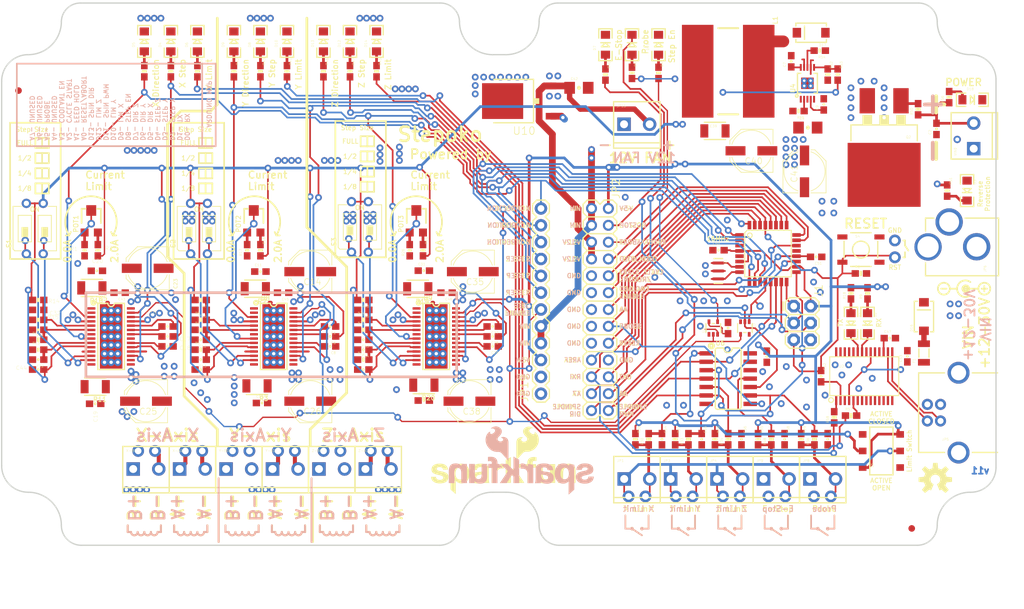
<source format=kicad_pcb>
(kicad_pcb (version 20211014) (generator pcbnew)
  (layers (0 "F.Cu" signal) (31 "B.Cu" signal) (34 "B.Paste" user) (35 "F.Paste" user) (36 "B.SilkS" user "B.Silkscreen") (37 "F.SilkS" user "F.Silkscreen") (38 "B.Mask" user) (39 "F.Mask" user) (44 "Edge.Cuts" user))
  (net 0 "")
  (net 1 "VCC")
  (net 2 "GND")
  (net 3 "N$28")
  (net 4 "N$29")
  (net 5 "N$30")
  (net 6 "N$34")
  (net 7 "N$35")
  (net 8 "N$38")
  (net 9 "STEP_ENABLE")
  (net 10 "N$94")
  (net 11 "VIN")
  (net 12 "N$9")
  (net 13 "N$10")
  (net 14 "A4")
  (net 15 "RESET")
  (net 16 "AREF")
  (net 17 "TXO")
  (net 18 "D9-LIM-X")
  (net 19 "D8-STEP_EN")
  (net 20 "A6")
  (net 21 "A7")
  (net 22 "D2-STEP-X")
  (net 23 "D3-STEP-Y")
  (net 24 "D5-DIR-X")
  (net 25 "D6-DIR-Y")
  (net 26 "D10-LIM-Y")
  (net 27 "N$6")
  (net 28 "N$8")
  (net 29 "DTR")
  (net 30 "RXI")
  (net 31 "N$32")
  (net 32 "N$33")
  (net 33 "D-")
  (net 34 "D+")
  (net 35 "N$2")
  (net 36 "N$3")
  (net 37 "N$7")
  (net 38 "N$42")
  (net 39 "N$43")
  (net 40 "X_LIM")
  (net 41 "Y_LIM")
  (net 42 "Z_LIM")
  (net 43 "N$53")
  (net 44 "PROBE")
  (net 45 "N$57")
  (net 46 "ESTOP")
  (net 47 "VCC_USB")
  (net 48 "5V")
  (net 49 "ESTOP-LOGIC")
  (net 50 "N$18")
  (net 51 "N$19")
  (net 52 "N$20")
  (net 53 "N$22")
  (net 54 "N$31")
  (net 55 "N$36")
  (net 56 "N$40")
  (net 57 "N$63")
  (net 58 "N$64")
  (net 59 "N$5")
  (net 60 "N$13")
  (net 61 "N$16")
  (net 62 "N$17")
  (net 63 "N$39")
  (net 64 "N$41")
  (net 65 "N$68")
  (net 66 "N$70")
  (net 67 "N$78")
  (net 68 "N$21")
  (net 69 "N$67")
  (net 70 "N$24")
  (net 71 "N$25")
  (net 72 "N$37")
  (net 73 "N$69")
  (net 74 "N$71")
  (net 75 "N$79")
  (net 76 "N$92")
  (net 77 "N$96")
  (net 78 "N$11")
  (net 79 "N$12")
  (net 80 "N$14")
  (net 81 "N$15")
  (net 82 "N$23")
  (net 83 "N$26")
  (net 84 "N$27")
  (net 85 "N$45")
  (net 86 "N$46")
  (net 87 "N$47")
  (net 88 "N$48")
  (net 89 "N$49")
  (net 90 "N$50")
  (net 91 "N$55")
  (net 92 "N$56")
  (net 93 "N$58")
  (net 94 "N$59")
  (net 95 "N$72")
  (net 96 "N$73")
  (net 97 "N$74")
  (net 98 "N$75")
  (net 99 "N$76")
  (net 100 "N$77")
  (net 101 "N$80")
  (net 102 "N$81")
  (net 103 "N$82")
  (net 104 "N$83")
  (net 105 "N$84")
  (net 106 "N$85")
  (net 107 "N$86")
  (net 108 "N$87")
  (net 109 "N$88")
  (net 110 "N$89")
  (net 111 "N$90")
  (net 112 "N$91")
  (net 113 "N$93")
  (net 114 "A0-RESET/ABORT")
  (net 115 "A1-FEED_HOLD")
  (net 116 "A2-CYCLE_START/RESUME")
  (net 117 "A3-COOLANT_ENABLE")
  (net 118 "A5-PROBE")
  (net 119 "D4-STEP-Z")
  (net 120 "D7-DIR-Z")
  (net 121 "SCK-D13-SPINDLE_DIR")
  (net 122 "MISO-D12-LIMIT-Z")
  (net 123 "MOSI-D11-SPINDLE_PWM")
  (net 124 "N$66")
  (net 125 "N$62")
  (net 126 "N$51")
  (net 127 "N$95")
  (net 128 "N$4")
  (net 129 "N$97")
  (net 130 "N$1")
  (net 131 "N$65")
  (net 132 "N$98")
  (net 133 "STEP-EN_LED")
  (footprint "boardEagle:1210" (layer "F.Cu") (at 87.1631 107.082243 180)
    (fp_text reference "R10")
    (fp_text value "0.1")
  )
  (footprint "boardEagle:0603" (layer "F.Cu") (at 199.5711 74.898243 -90)
    (fp_text reference "R53")
    (fp_text value "9.76K")
  )
  (footprint "boardEagle:SCREWTERMINAL-3.5MM-2_LOCK" (layer "F.Cu") (at 188.5711 135.898243)
    (fp_text reference "JP9")
    (fp_text value "3.5mm")
  )
  (footprint "boardEagle:0603-CAP" (layer "F.Cu") (at 137.1931 124.070243)
    (fp_text reference "C30")
    (fp_text value "0.1uF")
  )
  (footprint "boardEagle:0603-RES" (layer "F.Cu") (at 181.0711 129.898243 -90)
    (fp_text reference "R28")
    (fp_text value "10K")
  )
  (footprint "boardEagle:SCREWTERMINAL-3.5MM-2_LOCK" (layer "F.Cu") (at 128.5711 134.398243)
    (fp_text reference "Z-A0")
    (fp_text value "3.5mm")
  )
  (footprint "boardEagle:0603-CAP" (layer "F.Cu") (at 140.6271 107.798243 180)
    (fp_text reference "C46")
    (fp_text value "0.1uF")
  )
  (footprint "boardEagle:0603-CAP" (layer "F.Cu") (at 147.5711 115.898243 180)
    (fp_text reference "C29")
    (fp_text value "0.22uF")
  )
  (footprint "boardEagle:LED-1206" (layer "F.Cu") (at 126.0711 69.898243 90)
    (fp_text reference "D12")
    (fp_text value "GREEN")
  )
  (footprint "boardEagle:0603-CAP" (layer "F.Cu") (at 98.5711 115.898243 180)
    (fp_text reference "C18")
    (fp_text value "0.22uF")
  )
  (footprint "boardEagle:1210" (layer "F.Cu") (at 137.2011 121.744243 180)
    (fp_text reference "R20")
    (fp_text value "0.1")
  )
  (footprint "boardEagle:0603-RES@1" (layer "F.Cu") (at 201.5871 126.340243)
    (fp_text reference "R57")
    (fp_text value "1K")
  )
  (footprint "boardEagle:0603-RES@1" (layer "F.Cu") (at 177.0791 129.898243 90)
    (fp_text reference "R33")
    (fp_text value "1K")
  )
  (footprint "boardEagle:0603-CAP" (layer "F.Cu") (at 112.8091 124.440243)
    (fp_text reference "C10")
    (fp_text value "0.1uF")
  )
  (footprint "boardEagle:0603-CAP" (layer "F.Cu") (at 179.0791 129.898243 -90)
    (fp_text reference "C55")
    (fp_text value "0.1uF")
  )
  (footprint "boardEagle:FIDUCIAL-1X2" (layer "F.Cu") (at 210.7311 143.358243)
    (fp_text reference "FID2" hide)
    (fp_text value "FIDUCIAL1X2" hide)
  )
  (footprint "boardEagle:0603-RES" (layer "F.Cu") (at 103.0711 74.398243 -90)
    (fp_text reference "R31")
    (fp_text value "1K")
  )
  (footprint "boardEagle:TC33X" (layer "F.Cu") (at 87.0711 96.898243)
    (fp_text reference "POT1")
    (fp_text value "10K_LINEAR_POT_SMD")
  )
  (footprint "boardEagle:0603-RES" (layer "F.Cu") (at 130.0711 74.398243 -90)
    (fp_text reference "R45")
    (fp_text value "1K")
  )
  (footprint "boardEagle:FIDUCIAL-1X2" (layer "F.Cu") (at 76.1111 77.318243)
    (fp_text reference "FID1" hide)
    (fp_text value "FIDUCIAL1X2" hide)
  )
  (footprint "boardEagle:0603-CAP" (layer "F.Cu") (at 137.2011 104.480243)
    (fp_text reference "C31")
    (fp_text value "0.1uF")
  )
  (footprint "boardEagle:LED-1206" (layer "F.Cu") (at 116.5711 69.898243 90)
    (fp_text reference "D10")
    (fp_text value "Yellow")
  )
  (footprint "boardEagle:0603-CAP" (layer "F.Cu") (at 214.4611 83.098243 90)
    (fp_text reference "C2")
    (fp_text value "0.1uF")
  )
  (footprint "boardEagle:0603" (layer "F.Cu") (at 103.5711 108.898243 180)
    (fp_text reference "R7")
    (fp_text value "5.6K")
  )
  (footprint "boardEagle:0603-RES" (layer "F.Cu") (at 216.3711 78.298243 90)
    (fp_text reference "R56")
    (fp_text value "10K")
  )
  (footprint "boardEagle:1X12" (layer "F.Cu") (at 154.8511 123.038243 90)
    (fp_text reference "JP19")
    (fp_text value "")
  )
  (footprint "boardEagle:LED-1206" (layer "F.Cu") (at 130.0711 69.898243 90)
    (fp_text reference "D14")
    (fp_text value "Yellow")
  )
  (footprint "boardEagle:0603-CAP" (layer "F.Cu") (at 128.0711 114.898243 180)
    (fp_text reference "C33")
    (fp_text value "1nF")
  )
  (footprint "boardEagle:0603" (layer "F.Cu") (at 79.0711 116.398243)
    (fp_text reference "R13")
    (fp_text value "39K")
  )
  (footprint "boardEagle:0603-RES@1" (layer "F.Cu") (at 183.0711 129.898243 90)
    (fp_text reference "R34")
    (fp_text value "1K")
  )
  (footprint "boardEagle:PANASONIC_D" (layer "F.Cu") (at 186.5711 86.398243 180)
    (fp_text reference "C40")
    (fp_text value "47uF")
  )
  (footprint "boardEagle:0603-RES" (layer "F.Cu") (at 95.0711 74.398243 -90)
    (fp_text reference "R32")
    (fp_text value "1K")
  )
  (footprint "boardEagle:SFE_LOGO_NAME_FLAME_.2@1" (layer "F.Cu") (at 137.5791 138.278243)
    (fp_text reference "LOGO2" hide)
    (fp_text value "SFE_LOGO_NAME_FLAME.2_INCH" hide)
  )
  (footprint "boardEagle:SOIC-14" (layer "F.Cu") (at 183.0711 121.398243 -90)
    (fp_text reference "U6")
    (fp_text value "74HC7014D")
  )
  (footprint "boardEagle:LED-1206" (layer "F.Cu") (at 164.5711 70.398243 90)
    (fp_text reference "D7")
    (fp_text value "RED")
  )
  (footprint "boardEagle:0603" (layer "F.Cu") (at 135.0711 101.398243 90)
    (fp_text reference "R26")
    (fp_text value "0")
  )
  (footprint "boardEagle:0603-RES@1" (layer "F.Cu") (at 189.5711 129.898243 90)
    (fp_text reference "R48")
    (fp_text value "1K")
  )
  (footprint "boardEagle:0603-CAP" (layer "F.Cu") (at 123.0711 114.398243 180)
    (fp_text reference "C6")
    (fp_text value "0.22uF")
  )
  (footprint "boardEagle:0603-RES@1" (layer "F.Cu") (at 196.0711 129.898243 90)
    (fp_text reference "R36")
    (fp_text value "1K")
  )
  (footprint "boardEagle:0603-CAP" (layer "F.Cu") (at 197.0711 120.398243 -90)
    (fp_text reference "C52")
    (fp_text value "0.1uF")
  )
  (footprint "boardEagle:LED-1206" (layer "F.Cu") (at 168.5711 70.398243 90)
    (fp_text reference "D11")
    (fp_text value "BLUE")
  )
  (footprint "boardEagle:0603-CAP" (layer "F.Cu") (at 197.4711 79.398243 90)
    (fp_text reference "C9")
    (fp_text value "10nF")
  )
  (footprint "boardEagle:0603-CAP" (layer "F.Cu") (at 128.0711 119.398243 180)
    (fp_text reference "C37")
    (fp_text value "0.1uF")
  )
  (footprint "boardEagle:0603-RES" (layer "F.Cu") (at 172.5711 74.644243 -90)
    (fp_text reference "R49")
    (fp_text value "1K")
  )
  (footprint "boardEagle:0603-RES" (layer "F.Cu") (at 216.0711 92.398243 -90)
    (fp_text reference "R51")
    (fp_text value "10K")
  )
  (footprint "boardEagle:2X3" (layer "F.Cu") (at 192.9511 109.830243 -90)
    (fp_text reference "J1")
    (fp_text value "AVR ISP")
  )
  (footprint "boardEagle:0603-CAP" (layer "F.Cu") (at 98.5711 112.898243 180)
    (fp_text reference "C16")
    (fp_text value "0.22uF")
  )
  (footprint "boardEagle:0603" (layer "F.Cu") (at 128.0711 117.898243)
    (fp_text reference "R22")
    (fp_text value "39K")
  )
  (footprint "boardEagle:0603-RES" (layer "F.Cu") (at 203.0711 104.898243)
    (fp_text reference "R6")
    (fp_text value "10K")
  )
  (footprint "boardEagle:LED-1206" (layer "F.Cu") (at 201.5711 112.398243 -90)
    (fp_text reference "D1")
    (fp_text value "RED")
  )
  (footprint "boardEagle:1210" (layer "F.Cu") (at 87.6711 121.976243 180)
    (fp_text reference "R11")
    (fp_text value "0.1")
  )
  (footprint "boardEagle:TACTILE-SWITCH-SMD" (layer "F.Cu") (at 203.0711 101.298243)
    (fp_text reference "S4")
    (fp_text value "Reset")
  )
  (footprint "boardEagle:0603-CAP" (layer "F.Cu") (at 103.5711 119.398243 180)
    (fp_text reference "C24")
    (fp_text value "0.1uF")
  )
  (footprint "boardEagle:0603-CAP" (layer "F.Cu") (at 79.0711 119.398243 180)
    (fp_text reference "C44")
    (fp_text value "0.1uF")
  )
  (footprint "boardEagle:0603" (layer "F.Cu") (at 128.0711 108.898243 180)
    (fp_text reference "R23")
    (fp_text value "5.6K")
  )
  (footprint "boardEagle:OSHW-LOGO-M" (layer "F.Cu") (at 214.2871 135.992243)
    (fp_text reference "LOGO1" hide)
    (fp_text value "OSHW-LOGOM" hide)
  )
  (footprint "boardEagle:0603" (layer "F.Cu") (at 79.0711 110.398243 180)
    (fp_text reference "C32")
    (fp_text value "0.18uF")
  )
  (footprint "boardEagle:0603" (layer "F.Cu") (at 103.5711 113.398243)
    (fp_text reference "R4")
    (fp_text value "39K")
  )
  (footprint "boardEagle:LED-1206" (layer "F.Cu") (at 122.0711 69.898243 90)
    (fp_text reference "D13")
    (fp_text value "RED")
  )
  (footprint "boardEagle:1206-CAP" (layer "F.Cu") (at 195.0711 82.898243)
    (fp_text reference "C4")
    (fp_text value "1.0uF")
  )
  (footprint "boardEagle:LED-1206" (layer "F.Cu") (at 219.8711 78.698243)
    (fp_text reference "D18")
    (fp_text value "BLUE")
  )
  (footprint "boardEagle:HTSSOP28" (layer "F.Cu") (at 139.0711 114.398243 -90)
    (fp_text reference "U9")
    (fp_text value "DRV8811")
  )
  (footprint "boardEagle:0603-CAP" (layer "F.Cu") (at 128.0711 116.398243 180)
    (fp_text reference "C34")
    (fp_text value "1nF")
  )
  (footprint "boardEagle:SCREWTERMINAL-3.5MM-2_LOCK" (layer "F.Cu") (at 167.5511 82.398243)
    (fp_text reference "JP15")
    (fp_text value "3.5mm")
  )
  (footprint "boardEagle:0603-RES" (layer "F.Cu") (at 88.0711 101.398243 -90)
    (fp_text reference "R37")
    (fp_text value "10K" hide)
  )
  (footprint "boardEagle:0603-CAP" (layer "F.Cu") (at 103.5711 117.898243 180)
    (fp_text reference "C13")
    (fp_text value "1nF")
  )
  (footprint "boardEagle:0603-RES" (layer "F.Cu") (at 198.0711 74.898243 -90)
    (fp_text reference "R52")
    (fp_text value "10K")
  )
  (footprint "boardEagle:0603" (layer "F.Cu") (at 103.5711 116.398243)
    (fp_text reference "R5")
    (fp_text value "39K")
  )
  (footprint "boardEagle:LED-1206" (layer "F.Cu") (at 219.0711 92.398243 -90)
    (fp_text reference "D3")
    (fp_text value "RED")
  )
  (footprint "boardEagle:TO-263_D2PAK" (layer "F.Cu") (at 206.5711 85.898243 180)
    (fp_text reference "Q2")
    (fp_text value "100A/100V")
  )
  (footprint "boardEagle:209-2LPST" (layer "F.Cu") (at 103.3171 98.136243)
    (fp_text reference "S2")
    (fp_text value "2-POS-DIPCTS-THRU-HOLE")
  )
  (footprint "boardEagle:SCREWTERMINAL-3.5MM-2_LOCK" (layer "F.Cu") (at 114.5711 134.398243)
    (fp_text reference "Y-A0")
    (fp_text value "3.5mm")
  )
  (footprint "boardEagle:0603-RES@1" (layer "F.Cu") (at 211.6911 80.128243 90)
    (fp_text reference "R50")
    (fp_text value "1K")
  )
  (footprint "boardEagle:0603-RES" (layer "F.Cu") (at 99.0711 74.398243 -90)
    (fp_text reference "R39")
    (fp_text value "1K")
  )
  (footprint "boardEagle:PTC-1206" (layer "F.Cu") (at 212.5711 116.898243 90)
    (fp_text reference "F1")
    (fp_text value "PTCSMD")
  )
  (footprint "boardEagle:0603" (layer "F.Cu") (at 196.8711 71.290243 180)
    (fp_text reference "R54")
    (fp_text value "50.0m")
  )
  (footprint "boardEagle:0603-CAP" (layer "F.Cu") (at 91.3511 107.798243 180)
    (fp_text reference "C43")
    (fp_text value "0.1uF")
  )
  (footprint "boardEagle:PANASONIC_D" (layer "F.Cu") (at 120.0791 124.168243 180)
    (fp_text reference "C26")
    (fp_text value "47uF")
  )
  (footprint "boardEagle:PANASONIC_D" (layer "F.Cu") (at 120.0791 104.628243 180)
    (fp_text reference "C14")
    (fp_text value "47uF")
  )
  (footprint "boardEagle:0603-RES" (layer "F.Cu") (at 187.5711 129.898243 -90)
    (fp_text reference "R35")
    (fp_text value "10K")
  )
  (footprint "boardEagle:0603" (layer "F.Cu") (at 128.0711 113.398243)
    (fp_text reference "R21")
    (fp_text value "39K")
  )
  (footprint "boardEagle:0603-CAP" (layer "F.Cu") (at 79.0711 113.398243 180)
    (fp_text reference "C21")
    (fp_text value "1nF")
  )
  (footprint "boardEagle:1210" (layer "F.Cu") (at 112.0551 121.860243 180)
    (fp_text reference "R3")
    (fp_text value "0.1")
  )
  (footprint "boardEagle:LED-1206" (layer "F.Cu") (at 103.0711 69.898243 90)
    (fp_text reference "D6")
    (fp_text value "Yellow")
  )
  (footprint "boardEagle:PANASONIC_D" (layer "F.Cu") (at 95.5791 104.120243 180)
    (fp_text reference "C23")
    (fp_text value "47uF")
  )
  (footprint "boardEagle:0603-CAP" (layer "F.Cu") (at 115.9891 107.798243 180)
    (fp_text reference "C45")
    (fp_text value "0.1uF")
  )
  (footprint "boardEagle:0603-RES@1" (layer "F.Cu") (at 171.0871 129.898243 90)
    (fp_text reference "R30")
    (fp_text value "1K")
  )
  (footprint "boardEagle:SCREWTERMINAL-3.5MM-2_LOCK" (layer "F.Cu") (at 181.5711 135.898243)
    (fp_text reference "JP4")
    (fp_text value "3.5mm")
  )
  (footprint "boardEagle:0603-CAP" (layer "F.Cu") (at 198.0711 129.898243 -90)
    (fp_text reference "C57")
    (fp_text value "0.1uF")
  )
  (footprint "boardEagle:0603-CAP" (layer "F.Cu") (at 98.5711 114.398243 180)
    (fp_text reference "C17")
    (fp_text value "0.22uF")
  )
  (footprint "boardEagle:0603-RES" (layer "F.Cu") (at 108.5711 74.398243 -90)
    (fp_text reference "R42")
    (fp_text value "1K")
  )
  (footprint "boardEagle:SCREWTERMINAL-3.5MM-2_LOCK" (layer "F.Cu") (at 167.5711 135.898243)
    (fp_text reference "JP1")
    (fp_text value "3.5mm")
  )
  (footprint "boardEagle:1210" (layer "F.Cu") (at 136.2851 107.214243 180)
    (fp_text reference "R19")
    (fp_text value "0.1")
  )
  (footprint "boardEagle:0603-CAP" (layer "F.Cu") (at 79.0711 117.898243 180)
    (fp_text reference "C22")
    (fp_text value "1nF")
  )
  (footprint "boardEagle:LED-1206" (layer "F.Cu") (at 108.5711 69.898243 90)
    (fp_text reference "D9")
    (fp_text value "RED")
  )
  (footprint "boardEagle:0603-RES@1" (layer "F.Cu") (at 201.5711 107.898243 90)
    (fp_text reference "R18")
    (fp_text value "1K")
  )
  (footprint "boardEagle:0603-RES" (layer "F.Cu") (at 112.5711 101.398243 -90)
    (fp_text reference "R16")
    (fp_text value "10K")
  )
  (footprint "boardEagle:0603-CAP" (layer "F.Cu") (at 173.0871 129.898243 -90)
    (fp_text reference "C54")
    (fp_text value "0.1uF")
  )
  (footprint "boardEagle:SCREWTERMINAL-3.5MM-2_LOCK" (layer "F.Cu") (at 100.5711 134.398243)
    (fp_text reference "X-A0")
    (fp_text value "3.5mm")
  )
  (footprint "boardEagle:0603-RES" (layer "F.Cu") (at 122.0711 74.398243 -90)
    (fp_text reference "R46")
    (fp_text value "1K")
  )
  (footprint "boardEagle:SSOP28DB" (layer "F.Cu") (at 203.5711 120.398243)
    (fp_text reference "U2")
    (fp_text value "FT232RLSSOP")
  )
  (footprint "boardEagle:LED-1206" (layer "F.Cu") (at 204.0711 112.398243 -90)
    (fp_text reference "D2")
    (fp_text value "GREEN")
  )
  (footprint "boardEagle:LED-1206" (layer "F.Cu") (at 99.0711 69.898243 90)
    (fp_text reference "D4")
    (fp_text value "GREEN")
  )
  (footprint "boardEagle:0603-RES" (layer "F.Cu") (at 175.0791 129.898243 -90)
    (fp_text reference "R27")
    (fp_text value "10K")
  )
  (footprint "boardEagle:RESONATOR-SMD" (layer "F.Cu") (at 181.5711 104.525243 -90)
    (fp_text reference "Q1")
    (fp_text value "16MHZ")
  )
  (footprint "boardEagle:STAND-OFF" (layer "F.Cu") (at 142.1511 97.638243)
    (fp_text reference "U$2" hide)
    (fp_text value "" hide)
  )
  (footprint "boardEagle:TO-252" (layer "F.Cu") (at 151.5711 78.898243 90)
    (fp_text reference "U10")
    (fp_text value "+12v")
  )
  (footprint "boardEagle:0603-CAP" (layer "F.Cu") (at 207.4291 114.656243)
    (fp_text reference "C47")
    (fp_text value "0.1uF")
  )
  (footprint "boardEagle:SCREWTERMINAL-3.5MM-2_LOCK" (layer "F.Cu") (at 174.5711 135.898243)
    (fp_text reference "JP3")
    (fp_text value "3.5mm")
  )
  (footprint "boardEagle:0603" (layer "F.Cu") (at 103.5711 111.898243)
    (fp_text reference "R8")
    (fp_text value "5.6K")
  )
  (footprint "boardEagle:SMA-DIODE" (layer "F.Cu") (at 212.5711 111.398243 90)
    (fp_text reference "D16")
    (fp_text value "MBRA140")
  )
  (footprint "boardEagle:0603-CAP" (layer "F.Cu") (at 210.0711 117.398243 90)
    (fp_text reference "C53")
    (fp_text value "0.1uF")
  )
  (footprint "boardEagle:0603-RES" (layer "F.Cu") (at 112.5711 74.398243 -90)
    (fp_text reference "R43")
    (fp_text value "1K")
  )
  (footprint "boardEagle:0603-CAP" (layer "F.Cu") (at 185.0711 129.898243 -90)
    (fp_text reference "C56")
    (fp_text value "0.1uF")
  )
  (footprint "boardEagle:SCREWTERMINAL-3.5MM-2_LOCK" (layer "F.Cu") (at 195.5711 135.898243)
    (fp_text reference "JP8")
    (fp_text value "3.5mm")
  )
  (footprint "boardEagle:LED-1206" (layer "F.Cu") (at 95.0711 69.898243 90)
    (fp_text reference "D5")
    (fp_text value "RED")
  )
  (footprint "boardEagle:0603-RES@1" (layer "F.Cu") (at 199.0471 126.594243 90)
    (fp_text reference "R58")
    (fp_text value "1K")
  )
  (footprint "boardEagle:0603" (layer "F.Cu") (at 79.0711 114.898243)
    (fp_text reference "R12")
    (fp_text value "39K")
  )
  (footprint "boardEagle:HTSSOP28" (layer "F.Cu") (at 90.0711 114.398243 -90)
    (fp_text reference "U5")
    (fp_text value "DRV8811")
  )
  (footprint "boardEagle:0603-CAP" (layer "F.Cu") (at 112.5631 104.618243)
    (fp_text reference "C11")
    (fp_text value "0.1uF")
  )
  (footprint "boardEagle:0603-CAP" (layer "F.Cu") (at 191.5711 129.898243 -90)
    (fp_text reference "C58")
    (fp_text value "0.1uF")
  )
  (footprint "boardEagle:0603" (layer "F.Cu") (at 86.0711 101.398243 90)
    (fp_text reference "R1")
    (fp_text value "0" hide)
  )
  (footprint "boardEagle:1210" (layer "F.Cu") (at 111.8011 107.198243 180)
    (fp_text reference "R2")
    (fp_text value "0.1")
  )
  (footprint "boardEagle:0603-RES" (layer "F.Cu") (at 164.5711 74.898243 -90)
    (fp_text reference "R40")
    (fp_text value "1K")
  )
  (footprint "boardEagle:SOT353" (layer "F.Cu") (at 185.5851 113.132243 180)
    (fp_text reference "U7")
    (fp_text value "7432SE")
  )
  (footprint "boardEagle:0603-CAP" (layer "F.Cu") (at 188.8871 117.450243 -90)
    (fp_text reference "C5")
    (fp_text value "0.1uF")
  )
  (footprint "boardEagle:0603" (layer "F.Cu") (at 128.0711 110.398243 180)
    (fp_text reference "C36")
    (fp_text value "0.18uF")
  )
  (footprint "boardEagle:TC33X" (layer "F.Cu") (at 111.5711 96.898243)
    (fp_text reference "POT2")
    (fp_text value "10K_LINEAR_POT_SMD")
  )
  (footprint "boardEagle:PANASONIC_D" (layer "F.Cu") (at 95.3251 124.168243 180)
    (fp_text reference "C25")
    (fp_text value "47uF")
  )
  (footprint "boardEagle:0603-CAP" (layer "F.Cu") (at 87.9251 104.502243)
    (fp_text reference "C20")
    (fp_text value "0.1uF")
  )
  (footprint "boardEagle:HTSSOP28" (layer "F.Cu") (at 114.5711 114.398243 -90)
    (fp_text reference "U8")
    (fp_text value "DRV8811")
  )
  (footprint "boardEagle:TQFP32-08@1" (layer "F.Cu") (at 189.0711 101.898243)
    (fp_text reference "U1")
    (fp_text value "ATMEGA328")
  )
  (footprint "boardEagle:CREATIVE_COMMONS" (layer "F.Cu") (at 142.0711 154.898243)
    (fp_text reference "FRAME2" hide)
    (fp_text value "FRAME-LEDGER" hide)
  )
  (footprint "boardEagle:SCREWTERMINAL-3.5MM-2_LOCK" (layer "F.Cu") (at 121.5711 134.398243)
    (fp_text reference "Z-B0")
    (fp_text value "3.5mm")
  )
  (footprint "boardEagle:0603-RES" (layer "F.Cu") (at 116.5711 74.398243 -90)
    (fp_text reference "R41")
    (fp_text value "1K")
  )
  (footprint "boardEagle:0603" (layer "F.Cu") (at 128.0711 111.898243)
    (fp_text reference "R24")
    (fp_text value "5.6K")
  )
  (footprint "boardEagle:1206-CAP" (layer "F.Cu") (at 160.5711 76.898243)
    (fp_text reference "C42")
    (fp_text value "1.0uF")
  )
  (footprint "boardEagle:0603-RES" (layer "F.Cu") (at 194.0711 129.898243 -90)
    (fp_text reference "R29")
    (fp_text value "10K")
  )
  (footprint "boardEagle:PANASONIC_D" (layer "F.Cu") (at 144.5791 104.628243 180)
    (fp_text reference "C35")
    (fp_text value "47uF")
  )
  (footprint "boardEagle:USB-B-PTH" (layer "F.Cu") (at 215.0711 125.898243 180)
    (fp_text reference "JP5")
    (fp_text value "USB-B")
  )
  (footprint "boardEagle:INDUCTOR_SDR1307" (layer "F.Cu") (at 183.0711 74.398243 -90)
    (fp_text reference "L1")
    (fp_text value "27uH")
  )
  (footprint "boardEagle:TC33X" (layer "F.Cu") (at 136.0711 96.898243)
    (fp_text reference "POT3")
    (fp_text value "10K_LINEAR_POT_SMD")
  )
  (footprint "boardEagle:0603-CAP" (layer "F.Cu") (at 147.5711 114.398243 180)
    (fp_text reference "C28")
    (fp_text value "0.22uF")
  )
  (footprint "boardEagle:0603-CAP" (layer "F.Cu") (at 181.6111 101.394743)
    (fp_text reference "C50")
    (fp_text value "0.1uF")
  )
  (footprint "boardEagle:STAND-OFF" (layer "F.Cu") (at 82.4611 130.658243)
    (fp_text reference "U$5" hide)
    (fp_text value "" hide)
  )
  (footprint "boardEagle:SCREWTERMINAL-3.5MM-2_LOCK" (layer "F.Cu") (at 93.5711 134.398243)
    (fp_text reference "X-B0")
    (fp_text value "3.5mm")
  )
  (footprint "boardEagle:AYZ0202" (layer "F.Cu") (at 206.1591 131.674243 90)
    (fp_text reference "S5")
    (fp_text value "DPDT")
  )
  (footprint "boardEagle:STAND-OFF" (layer "F.Cu") (at 95.1611 97.638243)
    (fp_text reference "U$4" hide)
    (fp_text value "" hide)
  )
  (footprint "boardEagle:LED-1206" (layer "F.Cu") (at 112.5711 69.898243 90)
    (fp_text reference "D8")
    (fp_text value "GREEN")
  )
  (footprint "boardEagle:209-2LPST" (layer "F.Cu") (at 127.5631 97.882243)
    (fp_text reference "S3")
    (fp_text value "2-POS-DIPCTS-THRU-HOLE")
  )
  (footprint "boardEagle:HVSS0P-10" (layer "F.Cu") (at 195.0111 76.218243)
    (fp_text reference "U4")
    (fp_text value "LM25011")
  )
  (footprint "boardEagle:209-2LPST" (layer "F.Cu") (at 78.5631 98.136243)
    (fp_text reference "S1")
    (fp_text value "2-POS-DIPCTS-THRU-HOLE")
  )
  (footprint "boardEagle:0603-CAP" (layer "F.Cu") (at 192.5711 72.898243 90)
    (fp_text reference "C7")
    (fp_text value "0.1uF")
  )
  (footprint "boardEagle:PANASONIC_D" (layer "F.Cu") (at 144.0711 124.168243 180)
    (fp_text reference "C38")
    (fp_text value "47uF")
  )
  (footprint "boardEagle:2X13" (layer "F.Cu") (at 162.4711 95.098243 -90)
    (fp_text reference "JP2")
    (fp_text value "")
  )
  (footprint "boardEagle:FLANGED_RED_ENCLOSURE-DIMENSION-NO-INNER-HOLES" (layer "F.Cu") (at 73.5711 145.898243)
    (fp_text reference "U$1" hide)
    (fp_text value "" hide)
    (fp_line (start 0 -70) (end 0 -12) (layer "Edge.Cuts") (width 0.2032))
    (fp_line (start 66.04 -81.788) (end 11.938 -81.788) (layer "Edge.Cuts") (width 0.2032))
    (fp_line (start 12 0) (end 66 0) (layer "Edge.Cuts") (width 0.2032))
    (fp_line (start 138.176 -81.788) (end 83.82 -81.788) (layer "Edge.Cuts") (width 0.2032))
    (fp_line (start 74 -8) (end 76 -8) (layer "Edge.Cuts") (width 0.2032))
    (fp_line (start 84 0) (end 138 0) (layer "Edge.Cuts") (width 0.2032))
    (fp_line (start 149.86 -11.684) (end 149.86 -70.358) (layer "Edge.Cuts") (width 0.2032))
    (fp_line (start 74 -74) (end 76 -74) (layer "Edge.Cuts") (width 0.2032))
    (fp_arc (start 146 -74) (mid 148.684283 -72.978432) (end 149.86 -70.358) (layer "Edge.Cuts") (width 0.2032))
    (fp_arc (start 138.176 -81.788) (mid 140.165414 -80.97887) (end 141 -79) (layer "Edge.Cuts") (width 0.2032))
    (fp_arc (start 4 -8) (mid 7.535534 -6.535533) (end 9 -2.999998) (layer "Edge.Cuts") (width 0.2032))
    (fp_arc (start 69 -3) (mid 70.464467 -6.535534) (end 74.000001 -7.999999) (layer "Edge.Cuts") (width 0.2032))
    (fp_arc (start 4 -8) (mid 1.171573 -9.171573) (end 0 -12) (layer "Edge.Cuts") (width 0.2032))
    (fp_arc (start 12 0) (mid 9.87868 -0.87868) (end 9 -3) (layer "Edge.Cuts") (width 0.2032))
    (fp_arc (start 76 -8) (mid 79.535535 -6.535534) (end 81.000001 -2.999999) (layer "Edge.Cuts") (width 0.2032))
    (fp_arc (start 66.04 -81.788) (mid 68.097414 -81.007036) (end 69 -79) (layer "Edge.Cuts") (width 0.2032))
    (fp_arc (start 81 -79) (mid 79.535534 -75.464466) (end 76 -74) (layer "Edge.Cuts") (width 0.2032))
    (fp_arc (start 141 -3) (mid 142.464467 -6.535534) (end 146.000001 -7.999999) (layer "Edge.Cuts") (width 0.2032))
    (fp_arc (start 0 -70) (mid 1.171573 -72.828427) (end 4 -74) (layer "Edge.Cuts") (width 0.2032))
    (fp_arc (start 69 -3) (mid 68.12132 -0.87868) (end 66 0) (layer "Edge.Cuts") (width 0.2032))
    (fp_arc (start 74 -74) (mid 70.464466 -75.464466) (end 69 -79) (layer "Edge.Cuts") (width 0.2032))
    (fp_arc (start 149.86 -11.684) (mid 148.692981 -9.042568) (end 146 -8) (layer "Edge.Cuts") (width 0.2032))
    (fp_arc (start 146 -74) (mid 142.464466 -75.464466) (end 141 -79) (layer "Edge.Cuts") (width 0.2032))
    (fp_arc (start 84 0) (mid 81.87868 -0.87868) (end 81 -3) (layer "Edge.Cuts") (width 0.2032))
    (fp_arc (start 9 -79) (mid 7.535534 -75.464465) (end 3.999999 -73.999999) (layer "Edge.Cuts") (width 0.2032))
    (fp_arc (start 81 -79) (mid 81.832586 -80.978041) (end 83.82 -81.788) (layer "Edge.Cuts") (width 0.2032))
    (fp_arc (start 9 -79) (mid 9.891586 -81.00248) (end 11.938 -81.788) (layer "Edge.Cuts") (width 0.2032))
    (fp_arc (start 141 -3) (mid 140.12132 -0.87868) (end 138 0) (layer "Edge.Cuts") (width 0.2032))
  )
  (footprint "boardEagle:0603-CAP" (layer "F.Cu") (at 123.0711 112.898243 180)
    (fp_text reference "C1")
    (fp_text value "0.22uF")
  )
  (footprint "boardEagle:0603-CAP" (layer "F.Cu") (at 196.3251 102.398243 180)
    (fp_text reference "C51")
    (fp_text value "0.1uF")
  )
  (footprint "boardEagle:0603-RES" (layer "F.Cu") (at 137.0711 101.398243 -90)
    (fp_text reference "R25")
    (fp_text value "10K")
  )
  (footprint "boardEagle:0603" (layer "F.Cu") (at 79.0711 111.898243)
    (fp_text reference "R15")
    (fp_text value "5.6K")
  )
  (footprint "boardEagle:0603" (layer "F.Cu") (at 110.5711 101.398243 90)
    (fp_text reference "R17")
    (fp_text value "0")
  )
  (footprint "boardEagle:POWER_JACK_PTH_LOCK" (layer "F.Cu") (at 227.0711 100.898243 90)
    (fp_text reference "JP6")
    (fp_text value "POWER")
  )
  (footprint "boardEagle:0603-RES@1" (layer "F.Cu") (at 204.0711 107.898243 90)
    (fp_text reference "R9")
    (fp_text value "1K")
  )
  (footprint "boardEagle:SOT353" (layer "F.Cu") (at 180.8226 113.132243)
    (fp_text reference "U3")
    (fp_text value "74LVC1G04")
  )
  (footprint "boardEagle:0603-RES" (layer "F.Cu") (at 168.5711 74.644243 -90)
    (fp_text reference "R44")
    (fp_text value "1K")
  )
  (footprint "boardEagle:0603" (layer "F.Cu") (at 79.0711 108.898243 180)
    (fp_text reference "R14")
    (fp_text value "5.6K")
  )
  (footprint "boardEagle:LED-1206" (layer "F.Cu") (at 172.5711 70.398243 90)
    (fp_text reference "D15")
    (fp_text value "GREEN")
  )
  (footprint "boardEagle:CREATIVE_COMMONS" (layer "F.Cu") (at 142.0711 154.898243)
    (fp_text reference "FRAME1" hide)
    (fp_text value "FRAME-LEDGER" hide)
  )
  (footprint "boardEagle:SCREWTERMINAL-3.5MM-2_LOCK" (layer "F.Cu") (at 107.5711 134.398243)
    (fp_text reference "Y-B0")
    (fp_text value "3.5mm")
  )
  (footprint "boardEagle:0603-CAP" (layer "F.Cu") (at 147.5711 112.898243 180)
    (fp_text reference "C27")
    (fp_text value "0.22uF")
  )
  (footprint "boardEagle:PANASONIC_D" (layer "F.Cu") (at 194.5711 89.498243 90)
    (fp_text reference "C41")
    (fp_text value "47uF")
  )
  (footprint "boardEagle:STAND-OFF" (layer "F.Cu") (at 142.1511 130.658243)
    (fp_text reference "U$3" hide)
    (fp_text value "" hide)
  )
  (footprint "boardEagle:0603-CAP" (layer "F.Cu") (at 183.0451 113.132243 90)
    (fp_text reference "C3")
    (fp_text value "0.1uF")
  )
  (footprint "boardEagle:SCREWTERMINAL-3.5MM-2_LOCK" (layer "F.Cu") (at 220.0711 85.898243 90)
    (fp_text reference "VIN0")
    (fp_text value "3.5mm")
  )
  (footprint "boardEagle:0603-RES" (layer "F.Cu") (at 169.0871 129.898243 -90)
    (fp_text reference "R38")
    (fp_text value "10K")
  )
  (footprint "boardEagle:1210" (layer "F.Cu") (at 181.0711 83.398243)
    (fp_text reference "C39")
    (fp_text value "22uF")
  )
  (footprint "boardEagle:0603" (layer "F.Cu") (at 103.5711 110.398243 180)
    (fp_text reference "C15")
    (fp_text value "0.18uF")
  )
  (footprint "boardEagle:0603-RES" (layer "F.Cu") (at 126.0711 74.398243 -90)
    (fp_text reference "R47")
    (fp_text value "1K")
  )
  (footprint "boardEagle:0603-CAP" (layer "F.Cu") (at 103.5711 114.898243 180)
    (fp_text reference "C12")
    (fp_text value "1nF")
  )
  (footprint "boardEagle:0603" (layer "F.Cu") (at 193.6711 80.398243 180)
    (fp_text reference "R55")
    (fp_text value "348K")
  )
  (footprint "boardEagle:SMA-DIODE" (layer "F.Cu") (at 195.5711 68.590243 180)
    (fp_text reference "D17")
    (fp_text value "MBRA140")
  )
  (footprint "boardEagle:0603-CAP" (layer "F.Cu") (at 87.6631 124.556243)
    (fp_text reference "C19")
    (fp_text value "0.1uF")
  )
  (footprint "boardEagle:0603-CAP" (layer "F.Cu") (at 123.0711 115.898243 180)
    (fp_text reference "C8")
    (fp_text value "0.22uF")
  )
  (footprint "boardEagle:SFE_LOGO_NAME_FLAME_.2" (layer "B.Cu") (at 163.4871 138.278243 180)
    (fp_text reference "LOGO3" hide)
    (fp_text value "SFE_LOGO_NAME_FLAME.2_INCH" hide)
  )
  (gr_line (start 86.2711 120.498243) (end 142.1511 120.498243) (layer "B.SilkS") (width 0.4064))
  (gr_line (start 104.5631 142.898243) (end 104.5631 143.898243) (layer "B.SilkS") (width 0.3048))
  (gr_line (start 86.2711 107.798243) (end 86.2711 120.498243) (layer "B.SilkS") (width 0.4064))
  (gr_circle (center 189.5711 143.398243) (end 189.712518 143.398243) (layer "B.SilkS") (width 0.254) (fill none))
  (gr_line (start 181.5711 141.398243) (end 181.5711 143.398243) (layer "B.SilkS") (width 0.254))
  (gr_line (start 142.1511 107.798243) (end 86.2711 107.798243) (layer "B.SilkS") (width 0.4064))
  (gr_line (start 119.2951 142.898243) (end 119.2951 143.898243) (layer "B.SilkS") (width 0.3048))
  (gr_arc (start 110.8031 143.898243) (mid 110.3031 144.398243) (end 109.8031 143.898243) (layer "B.SilkS") (width 0.3048))
  (gr_line (start 112.3031 143.898243) (end 111.8031 143.898243) (layer "B.SilkS") (width 0.3048))
  (gr_line (start 114.2951 142.898243) (end 114.2951 143.898243) (layer "B.SilkS") (width 0.3048))
  (gr_line (start 103.7971 85.700243) (end 103.7971 73.254243) (layer "B.SilkS") (width 0.254))
  (gr_circle (center 184.0711 143.398243) (end 184.212518 143.398243) (layer "B.SilkS") (width 0.254) (fill none))
  (gr_arc (start 133.0191 143.898243) (mid 132.5191 144.398243) (end 132.0191 143.898243) (layer "B.SilkS") (width 0.3048))
  (gr_circle (center 191.0711 143.398243) (end 191.212518 143.398243) (layer "B.SilkS") (width 0.254) (fill none))
  (gr_circle (center 175.5711 143.398243) (end 175.712518 143.398243) (layer "B.SilkS") (width 0.254) (fill none))
  (gr_arc (start 118.7951 143.898243) (mid 118.2951 144.398243) (end 117.7951 143.898243) (layer "B.SilkS") (width 0.3048))
  (gr_arc (start 94.0711 143.898243) (mid 93.5711 144.398243) (end 93.0711 143.898243) (layer "B.SilkS") (width 0.3048))
  (gr_arc (start 123.0271 143.898243) (mid 122.5271 144.398243) (end 122.0271 143.898243) (layer "B.SilkS") (width 0.3048))
  (gr_line (start 121.5271 143.898243) (end 122.0271 143.898243) (layer "B.SilkS") (width 0.3048))
  (gr_line (start 175.5711 143.398243) (end 177.0711 144.398243) (layer "B.SilkS") (width 0.254))
  (gr_line (start 174.5711 143.398243) (end 175.5711 143.398243) (layer "B.SilkS") (width 0.254))
  (gr_line (start 195.5711 141.398243) (end 195.5711 143.398243) (layer "B.SilkS") (width 0.254))
  (gr_line (start 199.0711 143.398243) (end 198.0711 143.398243) (layer "B.SilkS") (width 0.254))
  (gr_line (start 195.5711 143.398243) (end 196.5711 143.398243) (layer "B.SilkS") (width 0.254))
  (gr_arc (start 104.0631 143.898243) (mid 103.5631 144.398243) (end 103.0631 143.898243) (layer "B.SilkS") (width 0.3048))
  (gr_arc (start 111.8031 143.898243) (mid 111.3031 144.398243) (end 110.8031 143.898243) (layer "B.SilkS") (width 0.3048))
  (gr_line (start 142.1511 120.498243) (end 142.1511 107.798243) (layer "B.SilkS") (width 0.4064))
  (gr_line (start 103.7971 73.254243) (end 75.8571 73.254243) (layer "B.SilkS") (width 0.254))
  (gr_line (start 167.5711 143.398243) (end 168.5711 143.398243) (layer "B.SilkS") (width 0.254))
  (gr_arc (start 130.0191 143.898243) (mid 129.5191 144.398243) (end 129.0191 143.898243) (layer "B.SilkS") (width 0.3048))
  (gr_line (start 105.8291 85.700243) (end 103.7971 85.700243) (layer "B.SilkS") (width 0.254))
  (gr_line (start 188.5711 143.398243) (end 189.5711 143.398243) (layer "B.SilkS") (width 0.254))
  (gr_line (start 97.5711 143.898243) (end 97.0711 143.898243) (layer "B.SilkS") (width 0.3048))
  (gr_line (start 128.5191 142.898243) (end 128.5191 143.898243) (layer "B.SilkS") (width 0.3048))
  (gr_arc (start 126.0271 143.898243) (mid 125.5271 144.398243) (end 125.0271 143.898243) (layer "B.SilkS") (width 0.3048))
  (gr_line (start 92.5711 143.898243) (end 93.0711 143.898243) (layer "B.SilkS") (width 0.3048))
  (gr_arc (start 131.0191 143.898243) (mid 130.5191 144.398243) (end 130.0191 143.898243) (layer "B.SilkS") (width 0.3048))
  (gr_line (start 133.5191 143.898243) (end 133.0191 143.898243) (layer "B.SilkS") (width 0.3048))
  (gr_line (start 181.5711 143.398243) (end 182.5711 143.398243) (layer "B.SilkS") (width 0.254))
  (gr_line (start 167.5711 141.398243) (end 167.5711 143.398243) (layer "B.SilkS") (width 0.254))
  (gr_circle (center 170.0711 143.398243) (end 170.212518 143.398243) (layer "B.SilkS") (width 0.254) (fill none))
  (gr_arc (start 109.8031 143.898243) (mid 109.3031 144.398243) (end 108.8031 143.898243) (layer "B.SilkS") (width 0.3048))
  (gr_line (start 182.5711 143.398243) (end 184.0711 144.398243) (layer "B.SilkS") (width 0.254))
  (gr_arc (start 125.0271 143.898243) (mid 124.5271 144.398243) (end 124.0271 143.898243) (layer "B.SilkS") (width 0.3048))
  (gr_line (start 171.0711 143.398243) (end 170.0711 143.398243) (layer "B.SilkS") (width 0.254))
  (gr_arc (start 108.8031 143.898243) (mid 108.3031 144.398243) (end 107.8031 143.898243) (layer "B.SilkS") (width 0.3048))
  (gr_line (start 174.5711 141.398243) (end 174.5711 143.398243) (layer "B.SilkS") (width 0.254))
  (gr_line (start 128.5191 143.898243) (end 129.0191 143.898243) (layer "B.SilkS") (width 0.3048))
  (gr_arc (start 116.7951 143.898243) (mid 116.2951 144.398243) (end 115.7951 143.898243) (layer "B.SilkS") (width 0.3048))
  (gr_line (start 178.0711 143.398243) (end 177.0711 143.398243) (layer "B.SilkS") (width 0.254))
  (gr_arc (start 96.0711 143.898243) (mid 95.5711 144.398243) (end 95.0711 143.898243) (layer "B.SilkS") (width 0.3048))
  (gr_line (start 185.0711 143.398243) (end 184.0711 143.398243) (layer "B.SilkS") (width 0.254))
  (gr_circle (center 182.5711 143.398243) (end 182.712518 143.398243) (layer "B.SilkS") (width 0.254) (fill none))
  (gr_line (start 114.2951 143.898243) (end 114.7951 143.898243) (layer "B.SilkS") (width 0.3048))
  (gr_line (start 188.5711 141.398243) (end 188.5711 143.398243) (layer "B.SilkS") (width 0.254))
  (gr_line (start 107.3031 143.898243) (end 107.8031 143.898243) (layer "B.SilkS") (width 0.3048))
  (gr_line (start 99.5631 142.898243) (end 99.5631 143.898243) (layer "B.SilkS") (width 0.3048))
  (gr_arc (start 117.7951 143.898243) (mid 117.2951 144.398243) (end 116.7951 143.898243) (layer "B.SilkS") (width 0.3048))
  (gr_line (start 126.5271 143.898243) (end 126.0271 143.898243) (layer "B.SilkS") (width 0.3048))
  (gr_line (start 192.0711 141.398243) (end 192.0711 143.398243) (layer "B.SilkS") (width 0.254))
  (gr_line (start 178.0711 141.398243) (end 178.0711 143.398243) (layer "B.SilkS") (width 0.254))
  (gr_line (start 75.8571 73.254243) (end 75.8571 85.700243) (layer "B.SilkS") (width 0.254))
  (gr_line (start 168.5711 143.398243) (end 170.0711 144.398243) (layer "B.SilkS") (width 0.254))
  (gr_line (start 171.0711 141.398243) (end 171.0711 143.398243) (layer "B.SilkS") (width 0.254))
  (gr_line (start 92.5711 142.898243) (end 92.5711 143.898243) (layer "B.SilkS") (width 0.3048))
  (gr_arc (start 97.0711 143.898243) (mid 96.5711 144.398243) (end 96.0711 143.898243) (layer "B.SilkS") (width 0.3048))
  (gr_circle (center 168.5711 143.398243) (end 168.712518 143.398243) (layer "B.SilkS") (width 0.254) (fill none))
  (gr_arc (start 95.0711 143.898243) (mid 94.5711 144.398243) (end 94.0711 143.898243) (layer "B.SilkS") (width 0.3048))
  (gr_line (start 196.5711 143.398243) (end 198.0711 144.398243) (layer "B.SilkS") (width 0.254))
  (gr_line (start 120.2711 135.798243) (end 120.2711 145.398243) (layer "B.SilkS") (width 0.3048))
  (gr_line (start 121.5271 142.898243) (end 121.5271 143.898243) (layer "B.SilkS") (width 0.3048))
  (gr_arc (start 103.0631 143.898243) (mid 102.5631 144.398243) (end 102.0631 143.898243) (layer "B.SilkS") (width 0.3048))
  (gr_line (start 126.5271 142.898243) (end 126.5271 143.898243) (layer "B.SilkS") (width 0.3048))
  (gr_line (start 99.5631 143.898243) (end 100.0631 143.898243) (layer "B.SilkS") (width 0.3048))
  (gr_circle (center 177.0711 143.398243) (end 177.212518 143.398243) (layer "B.SilkS") (width 0.254) (fill none))
  (gr_arc (start 132.0191 143.898243) (mid 131.5191 144.398243) (end 131.0191 143.898243) (layer "B.SilkS") (width 0.3048))
  (gr_line (start 105.8291 73.254243) (end 105.8291 85.700243) (layer "B.SilkS") (width 0.254))
  (gr_line (start 189.5711 143.398243) (end 191.0711 144.398243) (layer "B.SilkS") (width 0.254))
  (gr_line (start 119.2951 143.898243) (end 118.7951 143.898243) (layer "B.SilkS") (width 0.3048))
  (gr_arc (start 115.7951 143.898243) (mid 115.2951 144.398243) (end 114.7951 143.898243) (layer "B.SilkS") (width 0.3048))
  (gr_circle (center 198.0711 143.398243) (end 198.212518 143.398243) (layer "B.SilkS") (width 0.254) (fill none))
  (gr_line (start 133.5191 142.898243) (end 133.5191 143.898243) (layer "B.SilkS") (width 0.3048))
  (gr_arc (start 124.0271 143.898243) (mid 123.5271 144.398243) (end 123.0271 143.898243) (layer "B.SilkS") (width 0.3048))
  (gr_arc (start 102.0631 143.898243) (mid 101.5631 144.398243) (end 101.0631 143.898243) (layer "B.SilkS") (width 0.3048))
  (gr_line (start 199.0711 141.398243) (end 199.0711 143.398243) (layer "B.SilkS") (width 0.254))
  (gr_line (start 75.8571 85.700243) (end 103.7971 85.700243) (layer "B.SilkS") (width 0.254))
  (gr_line (start 97.5711 142.898243) (end 97.5711 143.898243) (layer "B.SilkS") (width 0.3048))
  (gr_line (start 192.0711 143.398243) (end 191.0711 143.398243) (layer "B.SilkS") (width 0.254))
  (gr_arc (start 101.0631 143.898243) (mid 100.5631 144.398243) (end 100.0631 143.898243) (layer "B.SilkS") (width 0.3048))
  (gr_line (start 103.7971 73.254243) (end 105.8291 73.254243) (layer "B.SilkS") (width 0.254))
  (gr_circle (center 196.5711 143.398243) (end 196.712518 143.398243) (layer "B.SilkS") (width 0.254) (fill none))
  (gr_line (start 107.3031 142.898243) (end 107.3031 143.898243) (layer "B.SilkS") (width 0.3048))
  (gr_line (start 106.2711 135.798243) (end 106.2711 145.398243) (layer "B.SilkS") (width 0.3048))
  (gr_line (start 112.3031 142.898243) (end 112.3031 143.898243) (layer "B.SilkS") (width 0.3048))
  (gr_line (start 104.5631 143.898243) (end 104.0631 143.898243) (layer "B.SilkS") (width 0.3048))
  (gr_line (start 185.0711 141.398243) (end 185.0711 143.398243) (layer "B.SilkS") (width 0.254))
  (gr_line (start 167.5711 141.398243) (end 167.5711 143.398243) (layer "F.SilkS") (width 0.254))
  (gr_arc (start 95.0711 143.898243) (mid 94.5711 144.398243) (end 94.0711 143.898243) (layer "F.SilkS") (width 0.3048))
  (gr_line (start 105.3211 90.550243) (end 104.3051 90.550243) (layer "F.SilkS") (width 0.254))
  (gr_line (start 171.0711 141.398243) (end 171.0711 143.398243) (layer "F.SilkS") (width 0.254))
  (gr_line (start 192.0711 141.398243) (end 192.0711 143.398243) (layer "F.SilkS") (width 0.254))
  (gr_circle (center 221.6711 107.198243) (end 222.5711 107.198243) (layer "F.SilkS") (width 0.254) (fill none))
  (gr_line (start 74.8411 82.168243) (end 82.4611 82.168243) (layer "F.SilkS") (width 0.254))
  (gr_line (start 106.2791 138.398243) (end 106.2791 145.398243) (layer "F.SilkS") (width 0.3048))
  (gr_line (start 78.6511 88.264243) (end 78.6511 86.740243) (layer "F.SilkS") (width 0.254))
  (gr_arc (start 104.0791 143.898243) (mid 103.5791 144.398243) (end 103.0791 143.898243) (layer "F.SilkS") (width 0.3048))
  (gr_line (start 125.5711 122.906243) (end 125.5711 103.914243) (layer "F.SilkS") (width 0.4064))
  (gr_line (start 119.3111 143.898243) (end 118.8111 143.898243) (layer "F.SilkS") (width 0.3048))
  (gr_circle (center 198.0711 143.398243) (end 198.212518 143.398243) (layer "F.SilkS") (width 0.254) (fill none))
  (gr_line (start 127.6731 88.010243) (end 127.6731 86.486243) (layer "F.SilkS") (width 0.254))
  (gr_line (start 129.7051 90.296243) (end 128.6891 90.296243) (layer "F.SilkS") (width 0.254))
  (gr_circle (center 168.5711 143.398243) (end 168.712518 143.398243) (layer "F.SilkS") (width 0.254) (fill none))
  (gr_line (start 108.3691 99.162243) (end 107.8611 99.162243) (layer "F.SilkS") (width 0.254))
  (gr_line (start 106.0711 79.398243) (end 106.0711 66.398243) (layer "F.SilkS") (width 0.4064))
  (gr_line (start 79.6671 90.550243) (end 78.6511 90.550243) (layer "F.SilkS") (width 0.254))
  (gr_line (start 129.7051 88.010243) (end 128.6891 88.010243) (layer "F.SilkS") (width 0.254))
  (gr_line (start 174.5711 141.398243) (end 174.5711 143.398243) (layer "F.SilkS") (width 0.254))
  (gr_line (start 133.5351 143.898243) (end 133.0351 143.898243) (layer "F.SilkS") (width 0.3048))
  (gr_line (start 104.3051 89.026243) (end 104.3051 90.550243) (layer "F.SilkS") (width 0.254))
  (gr_line (start 209.4611 99.924243) (end 209.7151 99.924243) (layer "F.SilkS") (width 0.254))
  (gr_line (start 104.3051 88.264243) (end 103.2891 88.264243) (layer "F.SilkS") (width 0.254))
  (gr_line (start 174.5711 143.398243) (end 175.5711 143.398243) (layer "F.SilkS") (width 0.254))
  (gr_line (start 104.3051 86.740243) (end 104.3051 88.264243) (layer "F.SilkS") (width 0.254))
  (gr_line (start 128.5351 142.898243) (end 128.5351 143.898243) (layer "F.SilkS") (width 0.3048))
  (gr_line (start 80.6831 89.026243) (end 80.6831 90.550243) (layer "F.SilkS") (width 0.254))
  (gr_line (start 167.5711 143.398243) (end 168.5711 143.398243) (layer "F.SilkS") (width 0.254))
  (gr_line (start 131.4831 102.464243) (end 123.8631 102.464243) (layer "F.SilkS") (width 0.254))
  (gr_line (start 79.6671 86.740243) (end 79.6671 88.264243) (layer "F.SilkS") (width 0.254))
  (gr_arc (start 83.7311 99.162243) (mid 87.033101 93.253103) (end 90.335099 99.162244) (layer "F.SilkS") (width 0.254))
  (gr_line (start 80.6831 86.740243) (end 80.6831 88.264243) (layer "F.SilkS") (width 0.254))
  (gr_line (start 97.5711 142.898243) (end 97.5711 143.898243) (layer "F.SilkS") (width 0.3048))
  (gr_line (start 104.3051 92.836243) (end 103.2891 92.836243) (layer "F.SilkS") (width 0.254))
  (gr_line (start 120.4791 137.998243) (end 120.4791 145.398243) (layer "F.SilkS") (width 0.3048))
  (gr_line (start 128.6891 86.486243) (end 129.7051 86.486243) (layer "F.SilkS") (width 0.254))
  (gr_line (start 101.0711 104.898243) (end 98.5711 102.398243) (layer "F.SilkS") (width 0.4064))
  (gr_line (start 128.6891 84.200243) (end 129.7051 84.200243) (layer "F.SilkS") (width 0.254))
  (gr_line (start 79.6671 84.454243) (end 79.6671 85.978243) (layer "F.SilkS") (width 0.254))
  (gr_line (start 126.5271 142.898243) (end 126.5271 143.898243) (layer "F.SilkS") (width 0.3048))
  (gr_circle (center 218.8711 107.198243) (end 219.3711 107.198243) (layer "F.SilkS") (width 0.254) (fill none))
  (gr_line (start 120.0711 130.898243) (end 120.0711 128.406243) (layer "F.SilkS") (width 0.4064))
  (gr_line (start 121.5271 143.898243) (end 122.0271 143.898243) (layer "F.SilkS") (width 0.3048))
  (gr_line (start 103.2891 89.026243) (end 104.3051 89.026243) (layer "F.SilkS") (width 0.254))
  (gr_line (start 80.6831 91.312243) (end 80.6831 92.836243) (layer "F.SilkS") (width 0.254))
  (gr_line (start 129.7051 85.724243) (end 128.6891 85.724243) (layer "F.SilkS") (width 0.254))
  (gr_line (start 104.3051 84.454243) (end 104.3051 85.978243) (layer "F.SilkS") (width 0.254))
  (gr_line (start 80.6831 92.836243) (end 79.6671 92.836243) (layer "F.SilkS") (width 0.254))
  (gr_line (start 98.5711 82.398243) (end 100.5711 80.398243) (layer "F.SilkS") (width 0.4064))
  (gr_circle (center 196.5711 143.398243) (end 196.712518 143.398243) (layer "F.SilkS") (width 0.254) (fill none))
  (gr_line (start 221.2711 107.198243) (end 222.0711 107.198243) (layer "F.SilkS") (width 0.254))
  (gr_line (start 104.3051 84.454243) (end 105.3211 84.454243) (layer "F.SilkS") (width 0.254))
  (gr_line (start 82.4611 102.718243) (end 74.8411 102.718243) (layer "F.SilkS") (width 0.254))
  (gr_line (start 114.3111 143.898243) (end 114.8111 143.898243) (layer "F.SilkS") (width 0.3048))
  (gr_line (start 78.6511 86.740243) (end 79.6671 86.740243) (layer "F.SilkS") (width 0.254))
  (gr_line (start 80.6831 90.550243) (end 79.6671 90.550243) (layer "F.SilkS") (width 0.254))
  (gr_line (start 105.3211 84.454243) (end 105.3211 85.978243) (layer "F.SilkS") (width 0.254))
  (gr_line (start 105.3211 88.264243) (end 104.3051 88.264243) (layer "F.SilkS") (width 0.254))
  (gr_line (start 105.3211 86.740243) (end 105.3211 88.264243) (layer "F.SilkS") (width 0.254))
  (gr_line (start 101.0711 123.398243) (end 101.0711 104.898243) (layer "F.SilkS") (width 0.4064))
  (gr_line (start 128.6891 92.582243) (end 127.6731 92.582243) (layer "F.SilkS") (width 0.254))
  (gr_line (start 74.8411 102.718243) (end 74.8411 82.168243) (layer "F.SilkS") (width 0.254))
  (gr_line (start 104.3051 85.978243) (end 103.2891 85.978243) (layer "F.SilkS") (width 0.254))
  (gr_line (start 107.0991 82.168243) (end 107.0991 102.718243) (layer "F.SilkS") (width 0.254))
  (gr_line (start 79.6671 91.312243) (end 80.6831 91.312243) (layer "F.SilkS") (width 0.254))
  (gr_line (start 128.6891 88.772243) (end 128.6891 90.296243) (layer "F.SilkS") (width 0.254))
  (gr_line (start 128.6891 91.058243) (end 129.7051 91.058243) (layer "F.SilkS") (width 0.254))
  (gr_line (start 78.6511 84.454243) (end 79.6671 84.454243) (layer "F.SilkS") (width 0.254))
  (gr_line (start 80.6831 88.264243) (end 79.6671 88.264243) (layer "F.SilkS") (width 0.254))
  (gr_circle (center 177.0711 143.398243) (end 177.212518 143.398243) (layer "F.SilkS") (width 0.254) (fill none))
  (gr_line (start 112.3031 143.898243) (end 111.8031 143.898243) (layer "F.SilkS") (width 0.3048))
  (gr_arc (start 101.0791 143.898243) (mid 100.5791 144.398243) (end 100.0791 143.898243) (layer "F.SilkS") (width 0.3048))
  (gr_arc (start 111.8031 143.898243) (mid 111.3031 144.398243) (end 110.8031 143.898243) (layer "F.SilkS") (width 0.3048))
  (gr_line (start 128.6891 84.200243) (end 128.6891 85.724243) (layer "F.SilkS") (width 0.254))
  (gr_line (start 107.0991 102.718243) (end 99.4791 102.718243) (layer "F.SilkS") (width 0.254))
  (gr_line (start 107.3031 143.898243) (end 107.8031 143.898243) (layer "F.SilkS") (width 0.3048))
  (gr_line (start 128.6891 88.772243) (end 129.7051 88.772243) (layer "F.SilkS") (width 0.254))
  (gr_line (start 79.6671 84.454243) (end 80.6831 84.454243) (layer "F.SilkS") (width 0.254))
  (gr_line (start 132.7531 99.162243) (end 132.2451 99.162243) (layer "F.SilkS") (width 0.254))
  (gr_line (start 182.5711 143.398243) (end 184.0711 144.398243) (layer "F.SilkS") (width 0.254))
  (gr_line (start 209.7151 102.464243) (end 209.4611 102.464243) (layer "F.SilkS") (width 0.254))
  (gr_line (start 123.8631 81.914243) (end 131.4831 81.914243) (layer "F.SilkS") (width 0.254))
  (gr_line (start 181.5711 143.398243) (end 182.5711 143.398243) (layer "F.SilkS") (width 0.254))
  (gr_line (start 128.6891 88.010243) (end 127.6731 88.010243) (layer "F.SilkS") (width 0.254))
  (gr_line (start 104.3051 86.740243) (end 105.3211 86.740243) (layer "F.SilkS") (width 0.254))
  (gr_arc (start 130.0351 143.898243) (mid 129.5351 144.398243) (end 129.0351 143.898243) (layer "F.SilkS") (width 0.3048))
  (gr_line (start 129.7051 91.058243) (end 129.7051 92.582243) (layer "F.SilkS") (width 0.254))
  (gr_line (start 79.6671 85.978243) (end 78.6511 85.978243) (layer "F.SilkS") (width 0.254))
  (gr_line (start 79.6671 86.740243) (end 80.6831 86.740243) (layer "F.SilkS") (width 0.254))
  (gr_circle (center 170.0711 143.398243) (end 170.212518 143.398243) (layer "F.SilkS") (width 0.254) (fill none))
  (gr_circle (center 182.5711 143.398243) (end 182.712518 143.398243) (layer "F.SilkS") (width 0.254) (fill none))
  (gr_line (start 189.5711 143.398243) (end 191.0711 144.398243) (layer "F.SilkS") (width 0.254))
  (gr_arc (start 219.5711 108.198243) (mid 218.262083 108.316278) (end 217.571099 107.198245) (layer "F.SilkS") (width 0.254))
  (gr_arc (start 109.8031 143.898243) (mid 109.3031 144.398243) (end 108.8031 143.898243) (layer "F.SilkS") (width 0.3048))
  (gr_line (start 106.0711 128.398243) (end 101.0711 123.398243) (layer "F.SilkS") (width 0.4064))
  (gr_arc (start 110.8031 143.898243) (mid 110.3031 144.398243) (end 109.8031 143.898243) (layer "F.SilkS") (width 0.3048))
  (gr_line (start 188.5711 141.398243) (end 188.5711 143.398243) (layer "F.SilkS") (width 0.254))
  (gr_line (start 178.0711 141.398243) (end 178.0711 143.398243) (layer "F.SilkS") (width 0.254))
  (gr_line (start 107.3031 142.898243) (end 107.3031 143.898243) (layer "F.SilkS") (width 0.3048))
  (gr_arc (start 103.0791 143.898243) (mid 102.5791 144.398243) (end 102.0791 143.898243) (layer "F.SilkS") (width 0.3048))
  (gr_line (start 127.6731 92.582243) (end 127.6731 91.058243) (layer "F.SilkS") (width 0.254))
  (gr_line (start 185.0711 143.398243) (end 184.0711 143.398243) (layer "F.SilkS") (width 0.254))
  (gr_line (start 79.6671 91.312243) (end 79.6671 92.836243) (layer "F.SilkS") (width 0.254))
  (gr_line (start 199.0711 143.398243) (end 198.0711 143.398243) (layer "F.SilkS") (width 0.254))
  (gr_line (start 78.6511 91.312243) (end 79.6671 91.312243) (layer "F.SilkS") (width 0.254))
  (gr_line (start 128.6891 91.058243) (end 128.6891 92.582243) (layer "F.SilkS") (width 0.254))
  (gr_arc (start 108.3691 99.162243) (mid 111.671101 93.253103) (end 114.973099 99.162244) (layer "F.SilkS") (width 0.254))
  (gr_arc (start 115.8111 143.898243) (mid 115.3111 144.398243) (end 114.8111 143.898243) (layer "F.SilkS") (width 0.3048))
  (gr_arc (start 108.8031 143.898243) (mid 108.3031 144.398243) (end 107.8031 143.898243) (layer "F.SilkS") (width 0.3048))
  (gr_line (start 106.0711 130.898243) (end 106.0711 128.398243) (layer "F.SilkS") (width 0.4064))
  (gr_line (start 119.5711 97.914243) (end 119.5711 66.398243) (layer "F.SilkS") (width 0.4064))
  (gr_line (start 114.3111 142.898243) (end 114.3111 143.898243) (layer "F.SilkS") (width 0.3048))
  (gr_line (start 199.0711 141.398243) (end 199.0711 143.398243) (layer "F.SilkS") (width 0.254))
  (gr_line (start 181.5711 141.398243) (end 181.5711 143.398243) (layer "F.SilkS") (width 0.254))
  (gr_arc (start 117.8111 143.898243) (mid 117.3111 144.398243) (end 116.8111 143.898243) (layer "F.SilkS") (width 0.3048))
  (gr_arc (start 94.0711 143.898243) (mid 93.5711 144.398243) (end 93.0711 143.898243) (layer "F.SilkS") (width 0.3048))
  (gr_circle (center 191.0711 143.398243) (end 191.212518 143.398243) (layer "F.SilkS") (width 0.254) (fill none))
  (gr_line (start 104.5791 143.898243) (end 104.0791 143.898243) (layer "F.SilkS") (width 0.3048))
  (gr_line (start 209.7151 101.702243) (end 209.7151 102.464243) (layer "F.SilkS") (width 0.254))
  (gr_line (start 99.4791 102.718243) (end 99.4791 82.168243) (layer "F.SilkS") (width 0.254))
  (gr_line (start 175.5711 143.398243) (end 177.0711 144.398243) (layer "F.SilkS") (width 0.254))
  (gr_line (start 209.7151 99.924243) (end 209.7151 100.686243) (layer "F.SilkS") (width 0.254))
  (gr_line (start 218.7711 107.198243) (end 220.7711 107.198243) (layer "F.SilkS") (width 0.254))
  (gr_line (start 103.2891 92.836243) (end 103.2891 91.312243) (layer "F.SilkS") (width 0.254))
  (gr_arc (start 133.0351 143.898243) (mid 132.5351 144.398243) (end 132.0351 143.898243) (layer "F.SilkS") (width 0.3048))
  (gr_line (start 129.7051 86.486243) (end 129.7051 88.010243) (layer "F.SilkS") (width 0.254))
  (gr_line (start 128.6891 85.724243) (end 127.6731 85.724243) (layer "F.SilkS") (width 0.254))
  (gr_line (start 128.6891 90.296243) (end 127.6731 90.296243) (layer "F.SilkS") (width 0.254))
  (gr_arc (start 118.8111 143.898243) (mid 118.3111 144.398243) (end 117.8111 143.898243) (layer "F.SilkS") (width 0.3048))
  (gr_arc (start 125.0271 143.898243) (mid 124.5271 144.398243) (end 124.0271 143.898243) (layer "F.SilkS") (width 0.3048))
  (gr_line (start 185.0711 141.398243) (end 185.0711 143.398243) (layer "F.SilkS") (width 0.254))
  (gr_line (start 139.3571 99.162243) (end 139.8651 99.162243) (layer "F.SilkS") (width 0.254))
  (gr_line (start 127.6731 84.200243) (end 128.6891 84.200243) (layer "F.SilkS") (width 0.254))
  (gr_line (start 90.3351 99.162243) (end 90.0811 98.654243) (layer "F.SilkS") (width 0.254))
  (gr_line (start 129.7051 88.772243) (end 129.7051 90.296243) (layer "F.SilkS") (width 0.254))
  (gr_arc (start 217.5711 107.198243) (mid 218.262082 106.08021) (end 219.571098 106.198244) (layer "F.SilkS") (width 0.254))
  (gr_arc (start 131.0351 143.898243) (mid 130.5351 144.398243) (end 130.0351 143.898243) (layer "F.SilkS") (width 0.3048))
  (gr_circle (center 175.5711 143.398243) (end 175.712518 143.398243) (layer "F.SilkS") (width 0.254) (fill none))
  (gr_line (start 83.7311 99.162243) (end 83.2231 99.162243) (layer "F.SilkS") (width 0.254))
  (gr_line (start 120.0711 128.406243) (end 125.5711 122.906243) (layer "F.SilkS") (width 0.4064))
  (gr_line (start 105.0711 80.398243) (end 106.0711 79.398243) (layer "F.SilkS") (width 0.4064))
  (gr_line (start 127.6731 85.724243) (end 127.6731 84.200243) (layer "F.SilkS") (width 0.254))
  (gr_line (start 168.5711 143.398243) (end 170.0711 144.398243) (layer "F.SilkS") (width 0.254))
  (gr_line (start 98.5711 102.398243) (end 98.5711 82.398243) (layer "F.SilkS") (width 0.4064))
  (gr_line (start 129.7051 84.200243) (end 129.7051 85.724243) (layer "F.SilkS") (width 0.254))
  (gr_line (start 132.7531 99.162243) (end 133.0071 98.654243) (layer "F.SilkS") (width 0.254))
  (gr_line (start 79.6671 89.026243) (end 79.6671 90.550243) (layer "F.SilkS") (width 0.254))
  (gr_line (start 133.5351 142.898243) (end 133.5351 143.898243) (layer "F.SilkS") (width 0.3048))
  (gr_line (start 104.3051 91.312243) (end 105.3211 91.312243) (layer "F.SilkS") (width 0.254))
  (gr_line (start 112.3031 142.898243) (end 112.3031 143.898243) (layer "F.SilkS") (width 0.3048))
  (gr_line (start 195.5711 141.398243) (end 195.5711 143.398243) (layer "F.SilkS") (width 0.254))
  (gr_line (start 127.6731 88.772243) (end 128.6891 88.772243) (layer "F.SilkS") (width 0.254))
  (gr_line (start 126.5271 143.898243) (end 126.0271 143.898243) (layer "F.SilkS") (width 0.3048))
  (gr_circle (center 218.8711 107.198243) (end 219.0711 107.198243) (layer "F.SilkS") (width 0.4064) (fill none))
  (gr_line (start 92.5711 142.898243) (end 92.5711 143.898243) (layer "F.SilkS") (width 0.3048))
  (gr_line (start 79.6671 89.026243) (end 80.6831 89.026243) (layer "F.SilkS") (width 0.254))
  (gr_line (start 103.2891 88.264243) (end 103.2891 86.740243) (layer "F.SilkS") (width 0.254))
  (gr_line (start 209.7151 100.686243) (end 210.2231 101.448243) (layer "F.SilkS") (width 0.254))
  (gr_circle (center 184.0711 143.398243) (end 184.212518 143.398243) (layer "F.SilkS") (width 0.254) (fill none))
  (gr_arc (start 96.0711 143.898243) (mid 95.5711 144.398243) (end 95.0711 143.898243) (layer "F.SilkS") (width 0.3048))
  (gr_line (start 128.5351 143.898243) (end 129.0351 143.898243) (layer "F.SilkS") (width 0.3048))
  (gr_line (start 104.5791 142.898243) (end 104.5791 143.898243) (layer "F.SilkS") (width 0.3048))
  (gr_line (start 78.6511 90.550243) (end 78.6511 89.026243) (layer "F.SilkS") (width 0.254))
  (gr_arc (start 97.0711 143.898243) (mid 96.5711 144.398243) (end 96.0711 143.898243) (layer "F.SilkS") (width 0.3048))
  (gr_line (start 104.3051 90.550243) (end 103.2891 90.550243) (layer "F.SilkS") (width 0.254))
  (gr_line (start 99.5791 143.898243) (end 100.0791 143.898243) (layer "F.SilkS") (width 0.3048))
  (gr_line (start 78.6511 89.026243) (end 79.6671 89.026243) (layer "F.SilkS") (width 0.254))
  (gr_line (start 79.6671 88.264243) (end 78.6511 88.264243) (layer "F.SilkS") (width 0.254))
  (gr_line (start 104.3051 89.026243) (end 105.3211 89.026243) (layer "F.SilkS") (width 0.254))
  (gr_arc (start 132.0351 143.898243) (mid 131.5351 144.398243) (end 131.0351 143.898243) (layer "F.SilkS") (width 0.3048))
  (gr_line (start 139.3571 99.162243) (end 139.1031 98.654243) (layer "F.SilkS") (width 0.254))
  (gr_arc (start 132.7531 99.162243) (mid 136.055101 93.253103) (end 139.357099 99.162244) (layer "F.SilkS") (width 0.254))
  (gr_circle (center 215.5711 107.198243) (end 216.4711 107.198243) (layer "F.SilkS") (width 0.254) (fill none))
  (gr_line (start 114.9731 99.162243) (end 115.4811 99.162243) (layer "F.SilkS") (width 0.254))
  (gr_line (start 92.5711 143.898243) (end 93.0711 143.898243) (layer "F.SilkS") (width 0.3048))
  (gr_line (start 188.5711 143.398243) (end 189.5711 143.398243) (layer "F.SilkS") (width 0.254))
  (gr_line (start 195.5711 143.398243) (end 196.5711 143.398243) (layer "F.SilkS") (width 0.254))
  (gr_line (start 97.5711 143.898243) (end 97.0711 143.898243) (layer "F.SilkS") (width 0.3048))
  (gr_arc (start 123.0271 143.898243) (mid 122.5271 144.398243) (end 122.0271 143.898243) (layer "F.SilkS") (width 0.3048))
  (gr_line (start 127.6731 90.296243) (end 127.6731 88.772243) (layer "F.SilkS") (width 0.254))
  (gr_line (start 114.9731 99.162243) (end 114.7191 98.654243) (layer "F.SilkS") (width 0.254))
  (gr_line (start 127.6731 86.486243) (end 128.6891 86.486243) (layer "F.SilkS") (width 0.254))
  (gr_line (start 105.3211 91.312243) (end 105.3211 92.836243) (layer "F.SilkS") (width 0.254))
  (gr_line (start 79.6671 92.836243) (end 78.6511 92.836243) (layer "F.SilkS") (width 0.254))
  (gr_circle (center 189.5711 143.398243) (end 189.712518 143.398243) (layer "F.SilkS") (width 0.254) (fill none))
  (gr_line (start 121.5271 142.898243) (end 121.5271 143.898243) (layer "F.SilkS") (width 0.3048))
  (gr_line (start 103.2891 86.740243) (end 104.3051 86.740243) (layer "F.SilkS") (width 0.254))
  (gr_line (start 127.6731 91.058243) (end 128.6891 91.058243) (layer "F.SilkS") (width 0.254))
  (gr_line (start 131.4831 81.914243) (end 131.4831 102.464243) (layer "F.SilkS") (width 0.254))
  (gr_line (start 215.9711 107.198243) (end 215.1711 107.198243) (layer "F.SilkS") (width 0.254))
  (gr_line (start 90.3351 99.162243) (end 90.8431 99.162243) (layer "F.SilkS") (width 0.254))
  (gr_line (start 103.2891 90.550243) (end 103.2891 89.026243) (layer "F.SilkS") (width 0.254))
  (gr_line (start 100.5711 80.398243) (end 105.0711 80.398243) (layer "F.SilkS") (width 0.4064))
  (gr_line (start 78.6511 92.836243) (end 78.6511 91.312243) (layer "F.SilkS") (width 0.254))
  (gr_line (start 103.2891 85.978243) (end 103.2891 84.454243) (layer "F.SilkS") (width 0.254))
  (gr_line (start 80.6831 85.978243) (end 79.6671 85.978243) (layer "F.SilkS") (width 0.254))
  (gr_line (start 105.3211 89.026243) (end 105.3211 90.550243) (layer "F.SilkS") (width 0.254))
  (gr_line (start 103.2891 91.312243) (end 104.3051 91.312243) (layer "F.SilkS") (width 0.254))
  (gr_line (start 83.7311 99.162243) (end 83.9851 98.654243) (layer "F.SilkS") (width 0.254))
  (gr_line (start 105.3211 85.978243) (end 104.3051 85.978243) (layer "F.SilkS") (width 0.254))
  (gr_arc (start 126.0271 143.898243) (mid 125.5271 144.398243) (end 125.0271 143.898243) (layer "F.SilkS") (width 0.3048))
  (gr_line (start 80.6831 84.454243) (end 80.6831 85.978243) (layer "F.SilkS") (width 0.254))
  (gr_line (start 171.0711 143.398243) (end 170.0711 143.398243) (layer "F.SilkS") (width 0.254))
  (gr_line (start 178.0711 143.398243) (end 177.0711 143.398243) (layer "F.SilkS") (width 0.254))
  (gr_arc (start 124.0271 143.898243) (mid 123.5271 144.398243) (end 123.0271 143.898243) (layer "F.SilkS") (width 0.3048))
  (gr_line (start 105.3211 92.836243) (end 104.3051 92.836243) (layer "F.SilkS") (width 0.254))
  (gr_line (start 104.3051 91.312243) (end 104.3051 92.836243) (layer "F.SilkS") (width 0.254))
  (gr_line (start 129.7051 92.582243) (end 128.6891 92.582243) (layer "F.SilkS") (width 0.254))
  (gr_line (start 78.6511 85.978243) (end 78.6511 84.454243) (layer "F.SilkS") (width 0.254))
  (gr_line (start 103.2891 84.454243) (end 104.3051 84.454243) (layer "F.SilkS") (width 0.254))
  (gr_arc (start 116.8111 143.898243) (mid 116.3111 144.398243) (end 115.8111 143.898243) (layer "F.SilkS") (width 0.3048))
  (gr_line (start 99.5791 142.898243) (end 99.5791 143.898243) (layer "F.SilkS") (width 0.3048))
  (gr_line (start 82.4611 82.168243) (end 82.4611 102.718243) (layer "F.SilkS") (width 0.254))
  (gr_line (start 123.8631 102.464243) (end 123.8631 81.914243) (layer "F.SilkS") (width 0.254))
  (gr_line (start 128.6891 86.486243) (end 128.6891 88.010243) (layer "F.SilkS") (width 0.254))
  (gr_line (start 221.6711 107.598243) (end 221.6711 106.798243) (layer "F.SilkS") (width 0.254))
  (gr_line (start 119.3111 142.898243) (end 119.3111 143.898243) (layer "F.SilkS") (width 0.3048))
  (gr_line (start 125.5711 103.914243) (end 119.5711 97.914243) (layer "F.SilkS") (width 0.4064))
  (gr_line (start 99.4791 82.168243) (end 107.0991 82.168243) (layer "F.SilkS") (width 0.254))
  (gr_line (start 192.0711 143.398243) (end 191.0711 143.398243) (layer "F.SilkS") (width 0.254))
  (gr_arc (start 102.0791 143.898243) (mid 101.5791 144.398243) (end 101.0791 143.898243) (layer "F.SilkS") (width 0.3048))
  (gr_line (start 108.3691 99.162243) (end 108.6231 98.654243) (layer "F.SilkS") (width 0.254))
  (gr_line (start 196.5711 143.398243) (end 198.0711 144.398243) (layer "F.SilkS") (width 0.254))
  (gr_line (start 217.5711 107.198243) (end 216.4711 107.198243) (layer "F.SilkS") (width 0.254))
  (gr_text "v11" (at 222.5611 135.238243) (layer "B.Cu") (effects (font (size 1.016 1.016) (thickness 0.254)) (justify left bottom mirror)))
  (gr_text "VIN \n+12-30V" (at 222.6711 112.698243 -90) (layer "B.SilkS") (effects (font (size 1.5113 1.5113) (thickness 0.2667)) (justify top mirror)))
  (gr_text "B-" (at 111.8031 137.898243 -90) (layer "B.SilkS") (effects (font (size 1.85674 1.85674) (thickness 0.32766)) (justify right mirror)))
  (gr_text "A-" (at 104.0631 137.898243 -90) (layer "B.SilkS") (effects (font (size 1.85674 1.85674) (thickness 0.32766)) (justify right mirror)))
  (gr_text "VIN" (at 153.3151 112.878243) (layer "B.SilkS") (effects (font (size 0.69088 0.69088) (thickness 0.12192)) (justify left mirror)))
  (gr_text "COOLANT\nENABLE" (at 166.6071 107.798243) (layer "B.SilkS") (effects (font (size 0.69088 0.69088) (thickness 0.12192)) (justify right mirror)))
  (gr_text "B+" (at 93.5711 137.898243 -90) (layer "B.SilkS") (effects (font (size 1.85674 1.85674) (thickness 0.32766)) (justify right mirror)))
  (gr_text "B-" (at 97.0711 137.898243 -90) (layer "B.SilkS") (effects (font (size 1.85674 1.85674) (thickness 0.32766)) (justify right mirror)))
  (gr_text "GND" (at 160.9451 107.798243) (layer "B.SilkS") (effects (font (size 0.69088 0.69088) (thickness 0.12192)) (justify left mirror)))
  (gr_text "Y-Axis" (at 112.5711 130.398243) (layer "B.SilkS") (effects (font (size 1.85674 1.85674) (thickness 0.32766)) (justify bottom mirror)))
  (gr_text "+5V" (at 153.3151 117.958243) (layer "B.SilkS") (effects (font (size 0.69088 0.69088) (thickness 0.12192)) (justify left mirror)))
  (gr_text "B-" (at 126.0271 137.898243 -90) (layer "B.SilkS") (effects (font (size 1.85674 1.85674) (thickness 0.32766)) (justify right mirror)))
  (gr_text "PROBE" (at 166.6071 112.878243) (layer "B.SilkS") (effects (font (size 0.69088 0.69088) (thickness 0.12192)) (justify right mirror)))
  (gr_text "+12V" (at 160.9451 100.178243) (layer "B.SilkS") (effects (font (size 0.69088 0.69088) (thickness 0.12192)) (justify left mirror)))
  (gr_text "Y Limit" (at 176.5711 140.898243) (layer "B.SilkS") (effects (font (size 0.8636 0.8636) (thickness 0.1524)) (justify bottom mirror)))
  (gr_text "+" (at 172.8851 85.446243) (layer "B.SilkS") (effects (font (size 1.5113 1.5113) (thickness 0.2667)) (justify right mirror)))
  (gr_text "A7" (at 160.9451 123.038243) (layer "B.SilkS") (effects (font (size 0.69088 0.69088) (thickness 0.12192)) (justify left mirror)))
  (gr_text "X-Axis" (at 98.5711 130.398243) (layer "B.SilkS") (effects (font (size 1.85674 1.85674) (thickness 0.32766)) (justify bottom mirror)))
  (gr_text "E-Stop" (at 190.5711 140.898243) (layer "B.SilkS") (effects (font (size 0.8636 0.8636) (thickness 0.1524)) (justify bottom mirror)))
  (gr_text "B+" (at 108.3031 137.898243 -90) (layer "B.SilkS") (effects (font (size 1.85674 1.85674) (thickness 0.32766)) (justify right mirror)))
  (gr_text "GND" (at 166.6071 117.958243) (layer "B.SilkS") (effects (font (size 0.69088 0.69088) (thickness 0.12192)) (justify right mirror)))
  (gr_text "RESET/ABORT" (at 166.6071 100.178243) (layer "B.SilkS") (effects (font (size 0.69088 0.69088) (thickness 0.12192)) (justify right mirror)))
  (gr_text "A4" (at 166.6071 110.338243) (layer "B.SilkS") (effects (font (size 0.69088 0.69088) (thickness 0.12192)) (justify right mirror)))
  (gr_text "SPINDLE\nPWM" (at 166.5351 125.578243) (layer "B.SilkS") (effects (font (size 0.69088 0.69088) (thickness 0.12192)) (justify right mirror)))
  (gr_text "GND" (at 160.9451 110.338243) (layer "B.SilkS") (effects (font (size 0.69088 0.69088) (thickness 0.12192)) (justify left mirror)))
  (gr_text "X DIRECTION" (at 153.3151 95.098243) (layer "B.SilkS") (effects (font (size 0.69088 0.69088) (thickness 0.12192)) (justify left mirror)))
  (gr_text "+" (at 212.2511 79.418243 -90) (layer "B.SilkS") (effects (font (size 3.2385 3.2385) (thickness 0.5715)) (justify bottom mirror)))
  (gr_text "A+" (at 114.7951 137.898243 -90) (layer "B.SilkS") (effects (font (size 1.85674 1.85674) (thickness 0.32766)) (justify right mirror)))
  (gr_text "RESET" (at 166.6071 115.418243) (layer "B.SilkS") (effects (font (size 0.69088 0.69088) (thickness 0.12192)) (justify right mirror)))
  (gr_text "STEP\nENABLE" (at 153.3151 110.338243) (layer "B.SilkS") (effects (font (size 0.69088 0.69088) (thickness 0.12192)) (justify left mirror)))
  (gr_text "Y DIRECTION" (at 153.3151 97.638243) (layer "B.SilkS") (effects (font (size 0.69088 0.69088) (thickness 0.12192)) (justify left mirror)))
  (gr_text "Z-Axis" (at 126.5711 130.398243) (layer "B.SilkS") (effects (font (size 1.85674 1.85674) (thickness 0.32766)) (justify bottom mirror)))
  (gr_text "FEED_HOLD" (at 166.6071 102.718243) (layer "B.SilkS") (effects (font (size 0.69088 0.69088) (thickness 0.12192)) (justify right mirror)))
  (gr_text "ARDUINO MAP" (at 104.8131 79.350243 -90) (layer "B.SilkS") (effects (font (size 0.69088 0.69088) (thickness 0.12192)) (justify mirror)))
  (gr_text "Y STEP" (at 153.3151 105.258243) (layer "B.SilkS") (effects (font (size 0.69088 0.69088) (thickness 0.12192)) (justify left mirror)))
  (gr_text "CYCLE START\n/RESUME" (at 166.6071 105.258243) (layer "B.SilkS") (effects (font (size 0.69088 0.69088) (thickness 0.12192)) (justify right mirror)))
  (gr_text "VIN" (at 153.3151 115.418243) (layer "B.SilkS") (effects (font (size 0.69088 0.69088) (thickness 0.12192)) (justify left mirror)))
  (gr_text "Z DIRECTION" (at 153.3151 100.178243) (layer "B.SilkS") (effects (font (size 0.69088 0.69088) (thickness 0.12192)) (justify left mirror)))
  (gr_text "RXI" (at 160.9451 120.498243) (layer "B.SilkS") (effects (font (size 0.69088 0.69088) (thickness 0.12192)) (justify left mirror)))
  (gr_text "A+" (at 129.0191 137.898243 -90) (layer "B.SilkS") (effects (font (size 1.85674 1.85674) (thickness 0.32766)) (justify right mirror)))
  (gr_text "A6" (at 166.6071 123.038243) (layer "B.SilkS") (effects (font (size 0.69088 0.69088) (thickness 0.12192)) (justify right mirror)))
  (gr_text "-" (at 165.5191 85.446243) (layer "B.SilkS") (effects (font (size 1.5113 1.5113) (thickness 0.2667)) (justify left mirror)))
  (gr_text "GND" (at 160.9451 112.878243) (layer "B.SilkS") (effects (font (size 0.69088 0.69088) (thickness 0.12192)) (justify left mirror)))
  (gr_text "VIN" (at 160.9451 95.098243) (layer "B.SilkS") (effects (font (size 0.69088 0.69088) (thickness 0.12192)) (justify left mirror)))
  (gr_text "A+" (at 100.0631 137.898243 -90) (layer "B.SilkS") (effects (font (size 1.85674 1.85674) (thickness 0.32766)) (justify right mirror)))
  (gr_text "-" (at 212.2411 86.408243 -90) (layer "B.SilkS") (effects (font (size 3.2385 3.2385) (thickness 0.5715)) (justify bottom mirror)))
  (gr_text "E-STOP" (at 166.6071 97.638243) (layer "B.SilkS") (effects (font (size 0.69088 0.69088) (thickness 0.12192)) (justify right mirror)))
  (gr_text "+5V" (at 166.6071 95.098243) (layer "B.SilkS") (effects (font (size 0.69088 0.69088) (thickness 0.12192)) (justify right mirror)))
  (gr_text "12V FAN" (at 170.4251 87.478243) (layer "B.SilkS") (effects (font (size 1.5113 1.5113) (thickness 0.2667)) (justify mirror)))
  (gr_text "SPINDLE\nDIR" (at 160.9471 125.578243) (layer "B.SilkS") (effects (font (size 0.69088 0.69088) (thickness 0.12192)) (justify left mirror)))
  (gr_text "TXO" (at 166.6071 120.498243) (layer "B.SilkS") (effects (font (size 0.69088 0.69088) (thickness 0.12192)) (justify right mirror)))
  (gr_text "Z STEP" (at 153.3151 102.718243) (layer "B.SilkS") (effects (font (size 0.69088 0.69088) (thickness 0.12192)) (justify left mirror)))
  (gr_text "GND" (at 153.3151 123.038243) (layer "B.SilkS") (effects (font (size 0.69088 0.69088) (thickness 0.12192)) (justify left mirror)))
  (gr_text "B+" (at 122.5271 137.898243 -90) (layer "B.SilkS") (effects (font (size 1.85674 1.85674) (thickness 0.32766)) (justify right mirror)))
  (gr_text "A-" (at 118.7951 137.898243 -90) (layer "B.SilkS") (effects (font (size 1.85674 1.85674) (thickness 0.32766)) (justify right mirror)))
  (gr_text "Probe" (at 197.5711 140.898243) (layer "B.SilkS") (effects (font (size 0.8636 0.8636) (thickness 0.1524)) (justify bottom mirror)))
  (gr_text "A-" (at 133.0191 137.898243 -90) (layer "B.SilkS") (effects (font (size 1.85674 1.85674) (thickness 0.32766)) (justify right mirror)))
  (gr_text "+12V" (at 160.9451 102.718243) (layer "B.SilkS") (effects (font (size 0.69088 0.69088) (thickness 0.12192)) (justify left mirror)))
  (gr_text "VIN" (at 160.9451 97.638243) (layer "B.SilkS") (effects (font (size 0.69088 0.69088) (thickness 0.12192)) (justify left mirror)))
  (gr_text "AREF" (at 160.9451 117.958243) (layer "B.SilkS") (effects (font (size 0.69088 0.69088) (thickness 0.12192)) (justify left mirror)))
  (gr_text "GND" (at 160.9451 115.418243) (layer "B.SilkS") (effects (font (size 0.69088 0.69088) (thickness 0.12192)) (justify left mirror)))
  (gr_text "X Limit" (at 169.5711 140.898243) (layer "B.SilkS") (effects (font (size 0.8636 0.8636) (thickness 0.1524)) (justify bottom mirror)))
  (gr_text "X STEP" (at 153.3151 107.798243) (layer "B.SilkS") (effects (font (size 0.69088 0.69088) (thickness 0.12192)) (justify left mirror)))
  (gr_text "GND" (at 160.9451 105.258243) (layer "B.SilkS") (effects (font (size 0.69088 0.69088) (thickness 0.12192)) (justify left mirror)))
  (gr_text "Z Limit" (at 183.5711 140.898243) (layer "B.SilkS") (effects (font (size 0.8636 0.8636) (thickness 0.1524)) (justify bottom mirror)))
  (gr_text "D0- RX \nD1- TX\nD2- STEP X\nD3- STEP Y\nD4- STEP Z\nD5- DIR X\nD6- DIR Y\nD7- DIR Z\nD8- STEP EN\nD9- LIM X\nD10- LIM Y\nD11- SPIN PWM\nD12- LIM Z\nD13- SPIN DIR\nA0- RESET/ABORT\nA1- FEED HOLD\nA2- CYCLE START\nA3- COOLANT EN\nA4- UNUSED\nA5- PROBE\nA6- UNUSED\nA7- UNUSED" (at 89.8271 84.938243 -90) (layer "B.SilkS") (effects (font (size 0.69088 0.69088) (thickness 0.12192)) (justify left mirror)))
  (gr_text "GND" (at 153.3151 120.498243) (layer "B.SilkS") (effects (font (size 0.69088 0.69088) (thickness 0.12192)) (justify left mirror)))
  (gr_text "PROBE" (at 166.5351 112.878243) (layer "F.SilkS") (effects (font (size 0.69088 0.69088) (thickness 0.12192)) (justify left)))
  (gr_text "Current\nLimit" (at 135.0711 90.898243) (layer "F.SilkS") (effects (font (size 1.0795 1.0795) (thickness 0.1905)) (justify left)))
  (gr_text "16MHz" (at 179.7431 99.670243) (layer "F.SilkS") (effects (font (size 0.69088 0.69088) (thickness 0.12192)) (justify left)))
  (gr_text "A+" (at 129.0351 137.898243 90) (layer "F.SilkS") (effects (font (size 1.85674 1.85674) (thickness 0.32766)) (justify right)))
  (gr_text "Z-Axis" (at 126.5711 130.398243) (layer "F.SilkS") (effects (font (size 1.85674 1.85674) (thickness 0.32766)) (justify bottom)))
  (gr_text "POWER" (at 215.6711 76.698243) (layer "F.SilkS") (effects (font (size 1.0795 1.0795) (thickness 0.1905)) (justify left bottom)))
  (gr_text "E-STOP" (at 166.5351 97.638243) (layer "F.SilkS") (effects (font (size 0.69088 0.69088) (thickness 0.12192)) (justify left)))
  (gr_text "B+" (at 122.5271 137.898243 90) (layer "F.SilkS") (effects (font (size 1.85674 1.85674) (thickness 0.32766)) (justify right)))
  (gr_text "A+" (at 114.8111 137.898243 90) (layer "F.SilkS") (effects (font (size 1.85674 1.85674) (thickness 0.32766)) (justify right)))
  (gr_text "Step Size" (at 75.6031 83.184243) (layer "F.SilkS") (effects (font (size 0.69088 0.69088) (thickness 0.12192)) (justify left)))
  (gr_text "B+" (at 93.5711 137.898243 90) (layer "F.SilkS") (effects (font (size 1.85674 1.85674) (thickness 0.32766)) (justify right)))
  (gr_text "B-" (at 126.0271 137.898243 90) (layer "F.SilkS") (effects (font (size 1.85674 1.85674) (thickness 0.32766)) (justify right)))
  (gr_text "AREF" (at 160.9471 117.958243) (layer "F.SilkS") (effects (font (size 0.69088 0.69088) (thickness 0.12192)) (justify right)))
  (gr_text "+" (at 216.0711 79.398243 90) (layer "F.SilkS") (effects (font (size 3.2385 3.2385) (thickness 0.5715)) (justify bottom)))
  (gr_text "GND" (at 160.9471 105.258243) (layer "F.SilkS") (effects (font (size 0.69088 0.69088) (thickness 0.12192)) (justify right)))
  (gr_text "ACTIVE\nOPEN" (at 206.1591 135.738243) (layer "F.SilkS") (effects (font (size 0.69088 0.69088) (thickness 0.12192)) (justify top)))
  (gr_text "+5V" (at 166.5351 95.098243) (layer "F.SilkS") (effects (font (size 0.69088 0.69088) (thickness 0.12192)) (justify left)))
  (gr_text "1/8" (at 102.7811 92.074243) (layer "F.SilkS") (effects (font (size 0.69088 0.69088) (thickness 0.12192)) (justify right)))
  (gr_text "B+" (at 108.3031 137.898243 90) (layer "F.SilkS") (effects (font (size 1.85674 1.85674) (thickness 0.32766)) (justify right)))
  (gr_text "X Limit" (at 169.5711 140.898243) (layer "F.SilkS") (effects (font (size 0.8636 0.8636) (thickness 0.1524)) (justify bottom)))
  (gr_text "Z Limit" (at 131.3171 72.478243 90) (layer "F.SilkS") (effects (font (size 0.8636 0.8636) (thickness 0.1524)) (justify right top)))
  (gr_text "1/8" (at 127.1651 91.820243) (layer "F.SilkS") (effects (font (size 0.69088 0.69088) (thickness 0.12192)) (justify right)))
  (gr_text "Powered by" (at 134.9271 86.914243) (layer "F.SilkS") (effects (font (size 1.42494 1.42494) (thickness 0.25146)) (justify left)))
  (gr_text "GND" (at 160.9471 110.338243) (layer "F.SilkS") (effects (font (size 0.69088 0.69088) (thickness 0.12192)) (justify right)))
  (gr_text "X Direction" (at 96.3171 72.478243 90) (layer "F.SilkS") (effects (font (size 0.8636 0.8636) (thickness 0.1524)) (justify right top)))
  (gr_text "B-" (at 97.0711 137.898243 90) (layer "F.SilkS") (effects (font (size 1.85674 1.85674) (thickness 0.32766)) (justify right)))
  (gr_text "GND" (at 208.1911 98.400243) (layer "F.SilkS") (effects (font (size 0.69088 0.69088) (thickness 0.12192))))
  (gr_text "+12V" (at 160.9471 102.718243) (layer "F.SilkS") (effects (font (size 0.69088 0.69088) (thickness 0.12192)) (justify right)))
  (gr_text "A-" (at 104.0791 137.898243 90) (layer "F.SilkS") (effects (font (size 1.85674 1.85674) (thickness 0.32766)) (justify right)))
  (gr_text "Y Limit" (at 117.8171 72.478243 90) (layer "F.SilkS") (effects (font (size 0.8636 0.8636) (thickness 0.1524)) (justify right top)))
  (gr_text "FULL" (at 78.3971 85.216243) (layer "F.SilkS") (effects (font (size 0.69088 0.69088) (thickness 0.12192)) (justify right)))
  (gr_text "Y-Axis" (at 112.5711 130.398243) (layer "F.SilkS") (effects (font (size 1.85674 1.85674) (thickness 0.32766)) (justify bottom)))
  (gr_text "A7" (at 160.9471 123.038243) (layer "F.SilkS") (effects (font (size 0.69088 0.69088) (thickness 0.12192)) (justify right)))
  (gr_text "X-Axis" (at 98.5711 130.398243) (layer "F.SilkS") (effects (font (size 1.85674 1.85674) (thickness 0.32766)) (justify bottom)))
  (gr_text "Y Step" (at 113.8171 72.478243 90) (layer "F.SilkS") (effects (font (size 0.8636 0.8636) (thickness 0.1524)) (justify right top)))
  (gr_text "VIN" (at 153.3271 115.418243) (layer "F.SilkS") (effects (font (size 0.69088 0.69088) (thickness 0.12192)) (justify right)))
  (gr_text "Step Size" (at 100.2411 83.184243) (layer "F.SilkS") (effects (font (size 0.69088 0.69088) (thickness 0.12192)) (justify left)))
  (gr_text "E-Stop" (at 166.0711 67.998243 90) (layer "F.SilkS") (effects (font (size 0.8636 0.8636) (thickness 0.1524)) (justify right top)))
  (gr_text "Y Limit" (at 176.5711 140.898243) (layer "F.SilkS") (effects (font (size 0.8636 0.8636) (thickness 0.1524)) (justify bottom)))
  (gr_text "Step Size" (at 124.6251 82.930243) (layer "F.SilkS") (effects (font (size 0.69088 0.69088) (thickness 0.12192)) (justify left)))
  (gr_text "COOLANT\nENABLE" (at 166.5351 107.798243) (layer "F.SilkS") (effects (font (size 0.69088 0.69088) (thickness 0.12192)) (justify left)))
  (gr_text "1/4" (at 78.1431 89.788243) (layer "F.SilkS") (effects (font (size 0.69088 0.69088) (thickness 0.12192)) (justify right)))
  (gr_text "GND" (at 166.5351 117.958243) (layer "F.SilkS") (effects (font (size 0.69088 0.69088) (thickness 0.12192)) (justify left)))
  (gr_text "Step En" (at 174.0711 67.998243 90) (layer "F.SilkS") (effects (font (size 0.8636 0.8636) (thickness 0.1524)) (justify right top)))
  (gr_text "FULL" (at 127.4191 84.962243) (layer "F.SilkS") (effects (font (size 0.69088 0.69088) (thickness 0.12192)) (justify right)))
  (gr_text "Probe" (at 170.0711 67.998243 90) (layer "F.SilkS") (effects (font (size 0.8636 0.8636) (thickness 0.1524)) (justify right top)))
  (gr_text "2.0A" (at 139.6111 99.670243 90) (layer "F.SilkS") (effects (font (size 1.0795 1.0795) (thickness 0.1905)) (justify right)))
  (gr_text "A4" (at 166.5351 110.338243) (layer "F.SilkS") (effects (font (size 0.69088 0.69088) (thickness 0.12192)) (justify left)))
  (gr_text "12V FAN" (at 169.8371 87.478243) (layer "F.SilkS") (effects (font (size 1.5113 1.5113) (thickness 0.2667))))
  (gr_text "VIN" (at 153.3271 112.878243) (layer "F.SilkS") (effects (font (size 0.69088 0.69088) (thickness 0.12192)) (justify right)))
  (gr_text "TX" (at 200.3971 112.342243 90) (layer "F.SilkS") (effects (font (size 0.69088 0.69088) (thickness 0.12192)) (justify bottom)))
  (gr_text "Y STEP" (at 153.3271 105.258243) (layer "F.SilkS") (effects (font (size 0.69088 0.69088) (thickness 0.12192)) (justify right)))
  (gr_text "-" (at 165.7731 85.446243) (layer "F.SilkS") (effects (font (size 1.5113 1.5113) (thickness 0.2667)) (justify right)))
  (gr_text "Z Step" (at 127.3171 72.478243 90) (layer "F.SilkS") (effects (font (size 0.8636 0.8636) (thickness 0.1524)) (justify right top)))
  (gr_text "STEP\nENABLE" (at 153.3271 110.338243) (layer "F.SilkS") (effects (font (size 0.69088 0.69088) (thickness 0.12192)) (justify right)))
  (gr_text "A-" (at 133.0351 137.898243 90) (layer "F.SilkS") (effects (font (size 1.85674 1.85674) (thickness 0.32766)) (justify right)))
  (gr_text "X DIRECTION" (at 153.3271 95.098243) (layer "F.SilkS") (effects (font (size 0.69088 0.69088) (thickness 0.12192)) (justify right)))
  (gr_text "Current\nLimit" (at 110.5711 90.898243) (layer "F.SilkS") (effects (font (size 1.0795 1.0795) (thickness 0.1905)) (justify left)))
  (gr_text "Z STEP" (at 153.3271 102.718243) (layer "F.SilkS") (effects (font (size 0.69088 0.69088) (thickness 0.12192)) (justify right)))
  (gr_text "Z Direction" (at 123.3171 72.478243 90) (layer "F.SilkS") (effects (font (size 0.8636 0.8636) (thickness 0.1524)) (justify right top)))
  (gr_text "X Limit" (at 104.3171 72.478243 90) (layer "F.SilkS") (effects (font (size 0.8636 0.8636) (thickness 0.1524)) (justify right top)))
  (gr_text "Limit Switch" (at 209.9691 131.674243 90) (layer "F.SilkS") (effects (font (size 0.69088 0.69088) (thickness 0.12192)) (justify top)))
  (gr_text "+" (at 173.1391 85.446243) (layer "F.SilkS") (effects (font (size 1.5113 1.5113) (thickness 0.2667)) (justify left)))
  (gr_text "RXI" (at 160.9471 120.498243) (layer "F.SilkS") (effects (font (size 0.69088 0.69088) (thickness 0.12192)) (justify right)))
  (gr_text "ACTIVE\nCLOSED" (at 206.1591 127.610243) (layer "F.SilkS") (effects (font (size 0.69088 0.69088) (thickness 0.12192)) (justify bottom)))
  (gr_text "Probe" (at 197.5711 140.898243) (layer "F.SilkS") (effects (font (size 0.8636 0.8636) (thickness 0.1524)) (justify bottom)))
  (gr_text "1/4" (at 102.7811 89.788243) (layer "F.SilkS") (effects (font (size 0.69088 0.69088) (thickness 0.12192)) (justify right)))
  (gr_text "RST" (at 208.1911 103.988243) (layer "F.SilkS") (effects (font (size 0.69088 0.69088) (thickness 0.12192))))
  (gr_text "X STEP" (at 153.3271 107.798243) (layer "F.SilkS") (effects (font (size 0.69088 0.69088) (thickness 0.12192)) (justify right)))
  (gr_text "B-" (at 111.8031 137.898243 90) (layer "F.SilkS") (effects (font (size 1.85674 1.85674) (thickness 0.32766)) (justify right)))
  (gr_text "GND" (at 160.9471 107.798243) (layer "F.SilkS") (effects (font (size 0.69088 0.69088) (thickness 0.12192)) (justify right)))
  (gr_text "2.0A" (at 115.2271 99.670243 90) (layer "F.SilkS") (effects (font (size 1.0795 1.0795) (thickness 0.1905)) (justify right)))
  (gr_text "RESET" (at 166.5351 115.418243) (layer "F.SilkS") (effects (font (size 0.69088 0.69088) (thickness 0.12192)) (justify left)))
  (gr_text "Current\nLimit" (at 86.0711 90.898243) (layer "F.SilkS") (effects (font (size 1.0795 1.0795) (thickness 0.1905)) (justify left)))
  (gr_text "1/8" (at 78.1431 92.074243) (layer "F.SilkS") (effects (font (size 0.69088 0.69088) (thickness 0.12192)) (justify right)))
  (gr_text "TXO" (at 166.5351 120.498243) (layer "F.SilkS") (effects (font (size 0.69088 0.69088) (thickness 0.12192)) (justify left)))
  (gr_text "1/4" (at 127.1651 89.534243) (layer "F.SilkS") (effects (font (size 0.69088 0.69088) (thickness 0.12192)) (justify right)))
  (gr_text "SPINDLE\nDIR" (at 160.9471 125.578243) (layer "F.SilkS") (effects (font (size 0.69088 0.69088) (thickness 0.12192)) (justify right)))
  (gr_text "2.0A" (at 90.5891 99.670243 90) (layer "F.SilkS") (effects (font (size 1.0795 1.0795) (thickness 0.1905)) (justify right)))
  (gr_text "Reverse\nProtection" (at 222.5711 92.898243 90) (layer "F.SilkS") (effects (font (size 0.69088 0.69088) (thickness 0.12192)) (justify bottom)))
  (gr_text "RESET/ABORT" (at 166.5351 100.178243) (layer "F.SilkS") (effects (font (size 0.69088 0.69088) (thickness 0.12192)) (justify left)))
  (gr_text "Z Limit" (at 183.5711 140.898243) (layer "F.SilkS") (effects (font (size 0.8636 0.8636) (thickness 0.1524)) (justify bottom)))
  (gr_text "CYCLE START\n/RESUME" (at 166.5351 105.258243) (layer "F.SilkS") (effects (font (size 0.69088 0.69088) (thickness 0.12192)) (justify left)))
  (gr_text "1/2" (at 102.7811 87.502243) (layer "F.SilkS") (effects (font (size 0.69088 0.69088) (thickness 0.12192)) (justify right)))
  (gr_text "+12V" (at 160.9471 100.178243) (layer "F.SilkS") (effects (font (size 0.69088 0.69088) (thickness 0.12192)) (justify right)))
  (gr_text "0.0A" (at 108.1151 99.670243 90) (layer "F.SilkS") (effects (font (size 1.0795 1.0795) (thickness 0.1905)) (justify right)))
  (gr_text "A-" (at 118.8111 137.898243 90) (layer "F.SilkS") (effects (font (size 1.85674 1.85674) (thickness 0.32766)) (justify right)))
  (gr_text "GND" (at 153.3271 123.038243) (layer "F.SilkS") (effects (font (size 0.69088 0.69088) (thickness 0.12192)) (justify right)))
  (gr_text "+5V" (at 153.3271 117.958243) (layer "F.SilkS") (effects (font (size 0.69088 0.69088) (thickness 0.12192)) (justify right)))
  (gr_text "RESET" (at 207.1751 97.384243) (layer "F.SilkS") (effects (font (size 1.42494 1.42494) (thickness 0.25146)) (justify right)))
  (gr_text "Y DIRECTION" (at 153.3271 97.638243) (layer "F.SilkS") (effects (font (size 0.69088 0.69088) (thickness 0.12192)) (justify right)))
  (gr_text "0.0A" (at 132.4991 99.670243 90) (layer "F.SilkS") (effects (font (size 1.0795 1.0795) (thickness 0.1905)) (justify right)))
  (gr_text "GND" (at 160.9471 112.878243) (layer "F.SilkS") (effects (font (size 0.69088 0.69088) (thickness 0.12192)) (justify right)))
  (gr_text "-" (at 216.0711 86.398243 90) (layer "F.SilkS") (effects (font (size 3.2385 3.2385) (thickness 0.5715)) (justify bottom)))
  (gr_text "VIN" (at 160.9471 97.638243) (layer "F.SilkS") (effects (font (size 0.69088 0.69088) (thickness 0.12192)) (justify right)))
  (gr_text "RX" (at 205.3891 112.342243 90) (layer "F.SilkS") (effects (font (size 0.69088 0.69088) (thickness 0.12192)) (justify top)))
  (gr_text "VIN" (at 160.9471 95.098243) (layer "F.SilkS") (effects (font (size 0.69088 0.69088) (thickness 0.12192)) (justify right)))
  (gr_text "Z DIRECTION" (at 153.3271 100.178243) (layer "F.SilkS") (effects (font (size 0.69088 0.69088) (thickness 0.12192)) (justify right)))
  (gr_text "FEED_HOLD" (at 166.5351 102.718243) (layer "F.SilkS") (effects (font (size 0.69088 0.69088) (thickness 0.12192)) (justify left)))
  (gr_text "VIN \n+12-30V" (at 222.5711 113.898243 90) (layer "F.SilkS") (effects (font (size 1.5113 1.5113) (thickness 0.2667)) (justify bottom)))
  (gr_text "1/2" (at 127.1651 87.248243) (layer "F.SilkS") (effects (font (size 0.69088 0.69088) (thickness 0.12192)) (justify right)))
  (gr_text "GND" (at 160.9471 115.418243) (layer "F.SilkS") (effects (font (size 0.69088 0.69088) (thickness 0.12192)) (justify right)))
  (gr_text "FULL" (at 103.0351 85.216243) (layer "F.SilkS") (effects (font (size 0.69088 0.69088) (thickness 0.12192)) (justify right)))
  (gr_text "SPINDLE\nPWM" (at 166.5351 125.578243) (layer "F.SilkS") (effects (font (size 0.69088 0.69088) (thickness 0.12192)) (justify left)))
  (gr_text "Stepoko" (at 133.0311 83.914243) (layer "F.SilkS") (effects (font (size 2.159 2.159) (thickness 0.381)) (justify left)))
  (gr_text "0.0A" (at 83.4771 99.670243 90) (layer "F.SilkS") (effects (font (size 1.0795 1.0795) (thickness 0.1905)) (justify right)))
  (gr_text "X Step" (at 100.3171 72.478243 90) (layer "F.SilkS") (effects (font (size 0.8636 0.8636) (thickness 0.1524)) (justify right top)))
  (gr_text "A6" (at 166.5351 123.038243) (layer "F.SilkS") (effects (font (size 0.69088 0.69088) (thickness 0.12192)) (justify left)))
  (gr_text "GND" (at 153.3271 120.498243) (layer "F.SilkS") (effects (font (size 0.69088 0.69088) (thickness 0.12192)) (justify right)))
  (gr_text "Y Direction" (at 109.8171 72.478243 90) (layer "F.SilkS") (effects (font (size 0.8636 0.8636) (thickness 0.1524)) (justify right top)))
  (gr_text "1/2" (at 78.1431 87.502243) (layer "F.SilkS") (effects (font (size 0.69088 0.69088) (thickness 0.12192)) (justify right)))
  (gr_text "A+" (at 100.0791 137.898243 90) (layer "F.SilkS") (effects (font (size 1.85674 1.85674) (thickness 0.32766)) (justify right)))
  (gr_text "E-Stop" (at 190.5711 140.898243) (layer "F.SilkS") (effects (font (size 0.8636 0.8636) (thickness 0.1524)) (justify bottom)))
  (segment (start 154.5711 81.898243) (end 156.5711 83.898243) (width 1.016) (layer "F.Cu") (net 1))
  (segment (start 160.7851 80.112243) (end 168.9429 80.112243) (width 0.8128) (layer "F.Cu") (net 1))
  (segment (start 160.4391 95.098243) (end 160.4391 98.146243) (width 1.016) (layer "F.Cu") (net 1))
  (segment (start 162.4711 100.178243) (end 162.4711 102.718243) (width 1.016) (layer "F.Cu") (net 1))
  (segment (start 158.8911 76.618243) (end 159.1711 76.898243) (width 1.016) (layer "F.Cu") (net 1))
  (segment (start 155.3511 76.618243) (end 154.5711 77.398243) (width 1.016) (layer "F.Cu") (net 1))
  (segment (start 156.3711 76.618243) (end 158.8911 76.618243) (width 1.016) (layer "F.Cu") (net 1))
  (segment (start 159.1711 78.498243) (end 160.7851 80.112243) (width 0.8128) (layer "F.Cu") (net 1))
  (segment (start 156.5711 83.898243) (end 156.5711 91.230243) (width 1.016) (layer "F.Cu") (net 1))
  (segment (start 156.5711 91.230243) (end 160.4391 95.098243) (width 1.016) (layer "F.Cu") (net 1))
  (segment (start 168.9429 80.112243) (end 171.2289 82.398243) (width 0.8128) (layer "F.Cu") (net 1))
  (segment (start 159.1711 76.898243) (end 159.1711 78.498243) (width 0.8128) (layer "F.Cu") (net 1))
  (segment (start 154.5711 77.398243) (end 154.5711 81.898243) (width 1.016) (layer "F.Cu") (net 1))
  (segment (start 160.4391 98.146243) (end 162.4711 100.178243) (width 1.016) (layer "F.Cu") (net 1))
  (segment (start 156.3711 76.618243) (end 155.3511 76.618243) (width 1.016) (layer "F.Cu") (net 1))
  (segment (start 195.5111 73.818243) (end 195.5111 74.803643) (width 0.254) (layer "F.Cu") (net 2))
  (segment (start 89.4851 109.322243) (end 89.5731 109.322243) (width 0.6096) (layer "F.Cu") (net 2))
  (segment (start 195.5111 73.818243) (end 195.5111 72.746243) (width 0.254) (layer "F.Cu") (net 2))
  (segment (start 195.5111 72.746243) (end 195.8721 72.746243) (width 0.254) (layer "F.Cu") (net 2))
  (segment (start 181.4576 114.021243) (end 181.4576 113.640243) (width 0.2032) (layer "F.Cu") (net 2))
  (segment (start 181.4576 113.640243) (end 181.1401 113.322743) (width 0.2032) (layer "F.Cu") (net 2))
  (segment (start 181.5211 114.084743) (end 181.4576 114.021243) (width 0.2032) (layer "F.Cu") (net 2))
  (segment (start 138.5071 109.322243) (end 138.5951 109.322243) (width 0.6096) (layer "F.Cu") (net 2))
  (segment (start 181.4751 114.084743) (end 181.5211 114.084743) (width 0.2032) (layer "F.Cu") (net 2))
  (segment (start 181.1401 113.322743) (end 179.6161 113.322743) (width 0.2032) (layer "F.Cu") (net 2))
  (segment (start 195.5111 74.803643) (end 195.4911 74.803643) (width 0.254) (layer "F.Cu") (net 2))
  (segment (start 181.4726 114.082243) (end 181.4751 114.084743) (width 0.2032) (layer "F.Cu") (net 2))
  (segment (start 114.1231 109.322243) (end 113.9571 109.322243) (width 0.6096) (layer "F.Cu") (net 2))
  (via (at 94.3991 137.516243) (size 1.016) (drill 0.508) (layers "F.Cu" "B.Cu") (net 2))
  (via (at 105.3211 97.003243) (size 1.016) (drill 0.508) (layers "F.Cu" "B.Cu") (net 2))
  (via (at 104.3051 97.003243) (size 1.016) (drill 0.508) (layers "F.Cu" "B.Cu") (net 2))
  (via (at 200.2071 120.214243) (size 1.016) (drill 0.508) (layers "F.Cu" "B.Cu") (net 2))
  (via (at 99.1401 107.830243) (size 1.016) (drill 0.508) (layers "F.Cu" "B.Cu") (net 2))
  (via (at 182.9351 109.038243) (size 1.016) (drill 0.508) (layers "F.Cu" "B.Cu") (net 2))
  (via (at 123.0711 119.398243) (size 1.016) (drill 0.508) (layers "F.Cu" "B.Cu") (net 2))
  (via (at 204.7791 120.722243) (size 1.016) (drill 0.508) (layers "F.Cu" "B.Cu") (net 2))
  (via (at 99.7751 108.846243) (size 1.016) (drill 0.508) (layers "F.Cu" "B.Cu") (net 2))
  (via (at 128.5621 97.003243) (size 1.016) (drill 0.508) (layers "F.Cu" "B.Cu") (net 2))
  (via (at 198.9871 94.002243) (size 1.016) (drill 0.508) (layers "F.Cu" "B.Cu") (net 2))
  (via (at 179.3791 109.038243) (size 1.016) (drill 0.508) (layers "F.Cu" "B.Cu") (net 2))
  (via (at 85.0391 103.398243) (size 1.016) (drill 0.508) (layers "F.Cu" "B.Cu") (net 2))
  (via (at 123.2281 87.859243) (size 1.016) (drill 0.508) (layers "F.Cu" "B.Cu") (net 2))
  (via (at 144.9451 76.556243) (size 1.016) (drill 0.508) (layers "F.Cu" "B.Cu") (net 2))
  (via (at 129.5781 97.003243) (size 1.016) (drill 0.508) (layers "F.Cu" "B.Cu") (net 2))
  (via (at 199.1911 118.690243) (size 1.016) (drill 0.508) (layers "F.Cu" "B.Cu") (net 2))
  (via (at 92.4831 126.494243) (size 1.016) (drill 0.508) (layers "F.Cu" "B.Cu") (net 2))
  (via (at 144.9451 75.286243) (size 1.016) (drill 0.508) (layers "F.Cu" "B.Cu") (net 2))
  (via (at 179.6331 103.704243) (size 1.016) (drill 0.508) (layers "F.Cu" "B.Cu") (net 2))
  (via (at 195.9991 138.532243) (size 1.778) (drill 1) (layers "F.Cu" "B.Cu") (net 2))
  (via (at 182.9351 96.846243) (size 1.016) (drill 0.508) (layers "F.Cu" "B.Cu") (net 2))
  (via (at 148.5711 119.398243) (size 1.016) (drill 0.508) (layers "F.Cu" "B.Cu") (net 2))
  (via (at 126.5301 97.003243) (size 1.016) (drill 0.508) (layers "F.Cu" "B.Cu") (net 2))
  (via (at 151.2951 75.286243) (size 1.016) (drill 0.508) (layers "F.Cu" "B.Cu") (net 2))
  (via (at 112.3061 137.516243) (size 1.016) (drill 0.508) (layers "F.Cu" "B.Cu") (net 2))
  (via (at 150.0251 75.286243) (size 1.016) (drill 0.508) (layers "F.Cu" "B.Cu") (net 2))
  (via (at 130.5941 85.954243) (size 1.016) (drill 0.508) (layers "F.Cu" "B.Cu") (net 2))
  (via (at 95.4151 137.516243) (size 1.016) (drill 0.508) (layers "F.Cu" "B.Cu") (net 2))
  (via (at 216.5131 111.274243) (size 1.016) (drill 0.508) (layers "F.Cu" "B.Cu") (net 2))
  (via (at 197.2091 95.780243) (size 1.016) (drill 0.508) (layers "F.Cu" "B.Cu") (net 2))
  (via (at 133.5151 87.859243) (size 1.016) (drill 0.508) (layers "F.Cu" "B.Cu") (net 2))
  (via (at 147.4851 75.286243) (size 1.016) (drill 0.508) (layers "F.Cu" "B.Cu") (net 2))
  (via (at 108.6271 123.152243) (size 1.016) (drill 0.508) (layers "F.Cu" "B.Cu") (net 2))
  (via (at 93.4991 125.732243) (size 1.016) (drill 0.508) (layers "F.Cu" "B.Cu") (net 2))
  (via (at 92.4941 86.335243) (size 1.016) (drill 0.508) (layers "F.Cu" "B.Cu") (net 2))
  (via (at 102.5711 121.398243) (size 1.016) (drill 0.508) (layers "F.Cu" "B.Cu") (net 2))
  (via (at 92.3671 137.516243) (size 1.016) (drill 0.508) (layers "F.Cu" "B.Cu") (net 2))
  (via (at 123.0711 120.898243) (size 1.016) (drill 0.508) (layers "F.Cu" "B.Cu") (net 2))
  (via (at 217.7911 111.274243) (size 1.016) (drill 0.508) (layers "F.Cu" "B.Cu") (net 2))
  (via (at 202.7471 122.246243) (size 1.016) (drill 0.508) (layers "F.Cu" "B.Cu") (net 2))
  (via (at 147.1981 120.898243) (size 1.016) (drill 0.508) (layers "F.Cu" "B.Cu") (net 2))
  (via (at 196.9551 107.718243) (size 1.016) (drill 0.508) (layers "F.Cu" "B.Cu") (net 2))
  (via (at 172.0131 105.482243) (size 1.016) (drill 0.508) (layers "F.Cu" "B.Cu") (net 2))
  (via (at 217.7911 109.496243) (size 1.016) (drill 0.508) (layers "F.Cu" "B.Cu") (net 2))
  (via (at 108.6271 124.422243) (size 1.016) (drill 0.508) (layers "F.Cu" "B.Cu") (net 2))
  (via (at 132.3721 137.516243) (size 1.016) (drill 0.508) (layers "F.Cu" "B.Cu") (net 2))
  (via (at 197.6671 123.262243) (size 1.016) (drill 0.508) (layers "F.Cu" "B.Cu") (net 2))
  (via (at 167.5551 93.398243) (size 1.016) (drill 0.508) (layers "F.Cu" "B.Cu") (net 2))
  (via (at 128.5621 66.396243) (size 1.016) (drill 0.508) (layers "F.Cu" "B.Cu") (net 2))
  (via (at 118.2751 87.859243) (size 1.016) (drill 0.508) (layers "F.Cu" "B.Cu") (net 2))
  (via (at 117.2591 87.859243) (size 1.016) (drill 0.508) (layers "F.Cu" "B.Cu") (net 2))
  (via (at 112.0521 66.396243) (size 1.016) (drill 0.508) (layers "F.Cu" "B.Cu") (net 2))
  (via (at 133.0771 122.422243) (size 1.016) (drill 0.508) (layers "F.Cu" "B.Cu") (net 2))
  (via (at 111.2901 137.516243) (size 1.016) (drill 0.508) (layers "F.Cu" "B.Cu") (net 2))
  (via (at 98.0711 118.898243) (size 1.016) (drill 0.508) (layers "F.Cu" "B.Cu") (net 2))
  (via (at 133.5151 86.843243) (size 1.016) (drill 0.508) (layers "F.Cu" "B.Cu") (net 2))
  (via (at 191.0631 124.532243) (size 1.016) (drill 0.508) (layers "F.Cu" "B.Cu") (net 2))
  (via (at 99.5711 118.898243) (size 1.016) (drill 0.508) (layers "F.Cu" "B.Cu") (net 2))
  (via (at 189.1411 138.532243) (size 1.778) (drill 1) (layers "F.Cu" "B.Cu") (net 2))
  (via (at 124.2441 87.859243) (size 1.016) (drill 0.508) (layers "F.Cu" "B.Cu") (net 2))
  (via (at 201.5711 76.898243) (size 1.016) (drill 0.508) (layers "F.Cu" "B.Cu") (net 2))
  (via (at 130.5941 87.986243) (size 1.016) (drill 0.508) (layers "F.Cu" "B.Cu") (net 2))
  (via (at 124.5711 119.398243) (size 1.016) (drill 0.508) (layers "F.Cu" "B.Cu") (net 2))
  (via (at 94.5261 66.396243) (size 1.016) (drill 0.508) (layers "F.Cu" "B.Cu") (net 2))
  (via (at 201.5711 79.898243) (size 1.016) (drill 0.508) (layers "F.Cu" "B.Cu") (net 2))
  (via (at 113.0681 66.396243) (size 1.016) (drill 0.508) (layers "F.Cu" "B.Cu") (net 2))
  (via (at 114.3381 137.516243) (size 1.016) (drill 0.508) (layers "F.Cu" "B.Cu") (net 2))
  (via (at 182.9351 116.404243) (size 1.016) (drill 0.508) (layers "F.Cu" "B.Cu") (net 2))
  (via (at 176.3311 124.786243) (size 1.016) (drill 0.508) (layers "F.Cu" "B.Cu") (net 2))
  (via (at 133.8961 77.064243) (size 1.016) (drill 0.508) (layers "F.Cu" "B.Cu") (net 2))
  (via (at 194.5259 75.819643) (size 0.889) (drill 0.381) (layers "F.Cu" "B.Cu") (net 2))
  (via (at 127.5461 66.396243) (size 1.016) (drill 0.508) (layers "F.Cu" "B.Cu") (net 2))
  (via (at 201.5711 81.398243) (size 1.016) (drill 0.508) (layers "F.Cu" "B.Cu") (net 2))
  (via (at 108.6271 121.882243) (size 1.016) (drill 0.508) (layers "F.Cu" "B.Cu") (net 2))
  (via (at 206.5711 81.398243) (size 1.016) (drill 0.508) (layers "F.Cu" "B.Cu") (net 2))
  (via (at 94.5261 86.335243) (size 1.016) (drill 0.508) (layers "F.Cu" "B.Cu") (net 2))
  (via (at 101.2571 95.987243) (size 1.016) (drill 0.508) (layers "F.Cu" "B.Cu") (net 2))
  (via (at 135.9281 77.064243) (size 1.016) (drill 0.508) (layers "F.Cu" "B.Cu") (net 2))
  (via (at 96.5581 66.396243) (size 1.016) (drill 0.508) (layers "F.Cu" "B.Cu") (net 2))
  (via (at 205.0711 75.898243) (size 1.016) (drill 0.508) (layers "F.Cu" "B.Cu") (net 2))
  (via (at 179.6331 104.974243) (size 1.016) (drill 0.508) (layers "F.Cu" "B.Cu") (net 2))
  (via (at 156.1251 78.158243) (size 1.016) (drill 0.508) (layers "F.Cu" "B.Cu") (net 2))
  (via (at 133.5151 85.827243) (size 1.016) (drill 0.508) (layers "F.Cu" "B.Cu") (net 2))
  (via (at 95.5421 66.396243) (size 1.016) (drill 0.508) (layers "F.Cu" "B.Cu") (net 2))
  (via (at 102.2731 95.987243) (size 1.016) (drill 0.508) (layers "F.Cu" "B.Cu") (net 2))
  (via (at 148.7551 75.286243) (size 1.016) (drill 0.508) (layers "F.Cu" "B.Cu") (net 2))
  (via (at 175.8231 109.038243) (size 1.016) (drill 0.508) (layers "F.Cu" "B.Cu") (net 2))
  (via (at 197.2091 94.002243) (size 1.016) (drill 0.508) (layers "F.Cu" "B.Cu") (net 2))
  (via (at 130.5941 66.396243) (size 1.016) (drill 0.508) (layers "F.Cu" "B.Cu") (net 2))
  (via (at 125.5141 95.987243) (size 1.016) (drill 0.508) (layers "F.Cu" "B.Cu") (net 2))
  (via (at 134.9121 77.064243) (size 1.016) (drill 0.508) (layers "F.Cu" "B.Cu") (net 2))
  (via (at 216.5131 109.496243) (size 1.016) (drill 0.508) (layers "F.Cu" "B.Cu") (net 2))
  (via (at 125.5141 97.003243) (size 1.016) (drill 0.508) (layers "F.Cu" "B.Cu") (net 2))
  (via (at 126.5301 95.987243) (size 1.016) (drill 0.508) (layers "F.Cu" "B.Cu") (net 2))
  (via (at 189.2851 121.992243) (size 1.016) (drill 0.508) (layers "F.Cu" "B.Cu") (net 2))
  (via (at 122.2121 87.859243) (size 1.016) (drill 0.508) (layers "F.Cu" "B.Cu") (net 2))
  (via (at 104.3051 95.987243) (size 1.016) (drill 0.508) (layers "F.Cu" "B.Cu") (net 2))
  (via (at 95.5421 86.335243) (size 1.016) (drill 0.508) (layers "F.Cu" "B.Cu") (net 2))
  (via (at 206.5711 76.898243) (size 1.016) (drill 0.508) (layers "F.Cu" "B.Cu") (net 2))
  (via (at 148.5711 120.898243) (size 1.016) (drill 0.508) (layers "F.Cu" "B.Cu") (net 2))
  (via (at 201.5711 78.398243) (size 1.016) (drill 0.508) (layers "F.Cu" "B.Cu") (net 2))
  (via (at 114.0841 66.396243) (size 1.016) (drill 0.508) (layers "F.Cu" "B.Cu") (net 2))
  (via (at 157.3951 75.110243) (size 1.016) (drill 0.508) (layers "F.Cu" "B.Cu") (net 2))
  (via (at 129.5781 95.987243) (size 1.016) (drill 0.508) (layers "F.Cu" "B.Cu") (net 2))
  (via (at 98.0711 120.398243) (size 1.016) (drill 0.508) (layers "F.Cu" "B.Cu") (net 2))
  (via (at 105.3211 95.987243) (size 1.016) (drill 0.508) (layers "F.Cu" "B.Cu") (net 2))
  (via (at 195.4911 75.819643) (size 0.889) (drill 0.381) (layers "F.Cu" "B.Cu") (net 2))
  (via (at 111.0361 66.396243) (size 1.016) (drill 0.508) (layers "F.Cu" "B.Cu") (net 2))
  (via (at 144.9451 77.826243) (size 1.016) (drill 0.508) (layers "F.Cu" "B.Cu") (net 2))
  (via (at 203.0711 75.898243) (size 1.016) (drill 0.508) (layers "F.Cu" "B.Cu") (net 2))
  (via (at 195.4911 76.607043) (size 0.889) (drill 0.381) (layers "F.Cu" "B.Cu") (net 2))
  (via (at 91.7211 125.732243) (size 1.016) (drill 0.508) (layers "F.Cu" "B.Cu") (net 2))
  (via (at 93.3831 137.516243) (size 1.016) (drill 0.508) (layers "F.Cu" "B.Cu") (net 2))
  (via (at 152.5651 75.286243) (size 1.016) (drill 0.508) (layers "F.Cu" "B.Cu") (net 2))
  (via (at 146.2151 75.286243) (size 1.016) (drill 0.508) (layers "F.Cu" "B.Cu") (net 2))
  (via (at 157.3951 78.158243) (size 1.016) (drill 0.508) (layers "F.Cu" "B.Cu") (net 2))
  (via (at 103.5711 122.898243) (size 1.016) (drill 0.508) (layers "F.Cu" "B.Cu") (net 2))
  (via (at 129.5781 66.396243) (size 1.016) (drill 0.508) (layers "F.Cu" "B.Cu") (net 2))
  (via (at 194.8731 125.040243) (size 1.016) (drill 0.508) (layers "F.Cu" "B.Cu") (net 2))
  (via (at 116.2431 87.859243) (size 1.016) (drill 0.508) (layers "F.Cu" "B.Cu") (net 2))
  (via (at 97.5741 66.396243) (size 1.016) (drill 0.508) (layers "F.Cu" "B.Cu") (net 2))
  (via (at 128.5621 95.987243) (size 1.016) (drill 0.508) (layers "F.Cu" "B.Cu") (net 2))
  (via (at 133.3881 137.516243) (size 1.016) (drill 0.508) (layers "F.Cu" "B.Cu") (net 2))
  (via (at 108.6271 120.612243) (size 1.016) (drill 0.508) (layers "F.Cu" "B.Cu") (net 2))
  (via (at 147.1981 119.398243) (size 1.016) (drill 0.508) (layers "F.Cu" "B.Cu") (net 2))
  (via (at 198.9871 95.780243) (size 1.016) (drill 0.508) (layers "F.Cu" "B.Cu") (net 2))
  (via (at 93.5101 86.335243) (size 1.016) (drill 0.508) (layers "F.Cu" "B.Cu") (net 2))
  (via (at 104.5631 123.914243) (size 1.016) (drill 0.508) (layers "F.Cu" "B.Cu") (net 2))
  (via (at 206.5711 79.898243) (size 1.016) (drill 0.508) (layers "F.Cu" "B.Cu") (net 2))
  (via (at 102.2731 97.003243) (size 1.016) (drill 0.508) (layers "F.Cu" "B.Cu") (net 2))
  (via (at 131.3561 137.516243) (size 1.016) (drill 0.508) (layers "F.Cu" "B.Cu") (net 2))
  (via (at 173.7911 124.786243) (size 1.016) (drill 0.508) (layers "F.Cu" "B.Cu") (net 2))
  (via (at 195.9391 106.194243) (size 1.016) (drill 0.508) (layers "F.Cu" "B.Cu") (net 2))
  (via (at 156.1251 75.110243) (size 1.016) (drill 0.508) (layers "F.Cu" "B.Cu") (net 2))
  (via (at 194.5259 76.607043) (size 0.889) (drill 0.381) (layers "F.Cu" "B.Cu") (net 2))
  (via (at 113.3221 137.516243) (size 1.016) (drill 0.508) (layers "F.Cu" "B.Cu") (net 2))
  (via (at 99.5711 120.398243) (size 1.016) (drill 0.508) (layers "F.Cu" "B.Cu") (net 2))
  (via (at 124.5711 120.898243) (size 1.016) (drill 0.508) (layers "F.Cu" "B.Cu") (net 2))
  (via (at 194.8731 120.976243) (size 1.016) (drill 0.508) (layers "F.Cu" "B.Cu") (net 2))
  (via (at 115.2271 87.859243) (size 1.016) (drill 0.508) (layers "F.Cu" "B.Cu") (net 2))
  (via (at 208.1911 99.924243) (size 1.778) (drill 1) (layers "F.Cu" "B.Cu") (net 2))
  (via (at 178.8711 112.848243) (size 1.016) (drill 0.508) (layers "F.Cu" "B.Cu") (net 2))
  (via (at 188.2691 119.706243) (size 1.016) (drill 0.508) (layers "F.Cu" "B.Cu") (net 2))
  (via (at 130.3401 137.516243) (size 1.016) (drill 0.508) (layers "F.Cu" "B.Cu") (net 2))
  (via (at 101.2571 97.003243) (size 1.016) (drill 0.508) (layers "F.Cu" "B.Cu") (net 2))
  (via (at 201.2231 118.690243) (size 1.016) (drill 0.508) (layers "F.Cu" "B.Cu") (net 2))
  (via (at 191.8251 118.944243) (size 1.016) (drill 0.508) (layers "F.Cu" "B.Cu") (net 2))
  (via (at 206.5711 78.398243) (size 1.016) (drill 0.508) (layers "F.Cu" "B.Cu") (net 2))
  (via (at 132.8801 77.064243) (size 1.016) (drill 0.508) (layers "F.Cu" "B.Cu") (net 2))
  (via (at 130.5941 86.970243) (size 1.016) (drill 0.508) (layers "F.Cu" "B.Cu") (net 2))
  (via (at 96.5581 86.335243) (size 1.016) (drill 0.508) (layers "F.Cu" "B.Cu") (net 2))
  (segment (start 87.0761 113.398243) (end 79.9211 113.398243) (width 0.254) (layer "F.Cu") (net 3))
  (segment (start 87.1011 113.423243) (end 87.0761 113.398243) (width 0.3048) (layer "F.Cu") (net 3))
  (segment (start 79.9211 114.898243) (end 79.9211 113.398243) (width 0.4064) (layer "F.Cu") (net 3))
  (segment (start 79.9211 117.898243) (end 79.9211 116.398243) (width 0.4064) (layer "F.Cu") (net 4))
  (segment (start 81.0711 116.398243) (end 79.9211 116.398243) (width 0.254) (layer "F.Cu") (net 4))
  (segment (start 87.1011 115.373243) (end 82.0961 115.373243) (width 0.254) (layer "F.Cu") (net 4))
  (segment (start 82.0961 115.373243) (end 81.0711 116.398243) (width 0.254) (layer "F.Cu") (net 4))
  (segment (start 81.0711 111.898243) (end 79.9211 111.898243) (width 0.254) (layer "F.Cu") (net 5))
  (segment (start 87.1011 112.773243) (end 81.9461 112.773243) (width 0.254) (layer "F.Cu") (net 5))
  (segment (start 81.9461 112.773243) (end 81.0711 111.898243) (width 0.254) (layer "F.Cu") (net 5))
  (segment (start 79.9211 110.398243) (end 79.9211 108.898243) (width 0.4064) (layer "F.Cu") (net 5))
  (segment (start 79.9211 108.898243) (end 79.9211 111.898243) (width 0.4064) (layer "F.Cu") (net 5))
  (segment (start 85.4961 117.973243) (end 85.0711 118.398243) (width 0.254) (layer "F.Cu") (net 6))
  (segment (start 79.9211 101.858243) (end 79.9211 99.924243) (width 0.254) (layer "F.Cu") (net 6))
  (segment (start 87.1011 117.973243) (end 85.4961 117.973243) (width 0.254) (layer "F.Cu") (net 6))
  (segment (start 79.8331 101.946243) (end 79.9211 101.858243) (width 0.254) (layer "F.Cu") (net 6))
  (via (at 85.0711 118.398243) (size 1.016) (drill 0.508) (layers "F.Cu" "B.Cu") (net 6))
  (via (at 79.9211 99.924243) (size 1.108) (drill 0.6) (layers "F.Cu" "B.Cu") (net 6))
  (segment (start 80.0711 102.184243) (end 79.8331 101.946243) (width 0.254) (layer "B.Cu") (net 6))
  (segment (start 80.0711 113.398243) (end 80.0711 102.184243) (width 0.254) (layer "B.Cu") (net 6))
  (segment (start 85.0711 118.398243) (end 80.0711 113.398243) (width 0.254) (layer "B.Cu") (net 6))
  (segment (start 86.1461 117.323243) (end 86.0711 117.398243) (width 0.254) (layer "F.Cu") (net 7))
  (segment (start 77.1271 101.780243) (end 77.1271 99.924243) (width 0.254) (layer "F.Cu") (net 7))
  (segment (start 87.1011 117.323243) (end 86.1461 117.323243) (width 0.254) (layer "F.Cu") (net 7))
  (segment (start 84.5711 117.398243) (end 83.5711 118.398243) (width 0.254) (layer "F.Cu") (net 7))
  (segment (start 86.0711 117.398243) (end 84.5711 117.398243) (width 0.254) (layer "F.Cu") (net 7))
  (segment (start 77.2931 101.946243) (end 77.1271 101.780243) (width 0.254) (layer "F.Cu") (net 7))
  (via (at 77.1271 99.924243) (size 1.108) (drill 0.6) (layers "F.Cu" "B.Cu") (net 7))
  (via (at 83.5711 118.398243) (size 1.016) (drill 0.508) (layers "F.Cu" "B.Cu") (net 7))
  (segment (start 79.0711 113.898243) (end 79.0711 103.724243) (width 0.254) (layer "B.Cu") (net 7))
  (segment (start 79.0711 103.724243) (end 77.2931 101.946243) (width 0.254) (layer "B.Cu") (net 7))
  (segment (start 83.5711 118.398243) (end 79.0711 113.898243) (width 0.254) (layer "B.Cu") (net 7))
  (segment (start 93.0661 115.398243) (end 96.5711 115.398243) (width 0.254) (layer "F.Cu") (net 8))
  (segment (start 97.0711 115.898243) (end 97.7211 115.898243) (width 0.254) (layer "F.Cu") (net 8))
  (segment (start 93.0411 115.373243) (end 93.0661 115.398243) (width 0.254) (layer "F.Cu") (net 8))
  (segment (start 96.5711 115.398243) (end 97.0711 115.898243) (width 0.254) (layer "F.Cu") (net 8))
  (segment (start 109.3851 127.991243) (end 111.5441 127.991243) (width 0.2032) (layer "F.Cu") (net 9))
  (segment (start 117.8941 126.594243) (end 118.5291 125.959243) (width 0.2032) (layer "F.Cu") (net 9))
  (segment (start 112.9411 126.594243) (end 117.8941 126.594243) (width 0.2032) (layer "F.Cu") (net 9))
  (segment (start 180.8226 114.082243) (end 180.8226 115.164243) (width 0.2032) (layer "F.Cu") (net 9))
  (segment (start 101.1301 122.022243) (end 104.8131 125.705243) (width 0.2032) (layer "F.Cu") (net 9))
  (segment (start 153.0731 112.116243) (end 154.8511 110.338243) (width 0.2032) (layer "F.Cu") (net 9))
  (segment (start 153.0731 119.228243) (end 153.0731 112.116243) (width 0.2032) (layer "F.Cu") (net 9))
  (segment (start 150.1521 110.719243) (end 150.1521 119.228243) (width 0.2032) (layer "F.Cu") (net 9))
  (segment (start 184.9501 114.097243) (end 184.9351 114.082243) (width 0.2032) (layer "F.Cu") (net 9))
  (segment (start 145.9611 109.322243) (end 148.7551 109.322243) (width 0.2032) (layer "F.Cu") (net 9))
  (segment (start 166.0271 127.356243) (end 178.2191 115.164243) (width 0.2032) (layer "F.Cu") (net 9))
  (segment (start 148.7551 109.322243) (end 150.1521 110.719243) (width 0.2032) (layer "F.Cu") (net 9))
  (segment (start 133.8961 127.229243) (end 133.2611 126.594243) (width 0.2032) (layer "F.Cu") (net 9))
  (segment (start 121.8311 109.576243) (end 121.1961 110.211243) (width 0.2032) (layer "F.Cu") (net 9))
  (segment (start 155.3591 126.340243) (end 156.3751 127.356243) (width 0.2032) (layer "F.Cu") (net 9))
  (segment (start 144.6911 110.592243) (end 145.9611 109.322243) (width 0.2032) (layer "F.Cu") (net 9))
  (segment (start 93.0411 111.473243) (end 94.6611 111.473243) (width 0.2032) (layer "F.Cu") (net 9))
  (segment (start 184.6326 115.164243) (end 184.9501 114.846743) (width 0.2032) (layer "F.Cu") (net 9))
  (segment (start 142.0411 111.473243) (end 143.3021 111.473243) (width 0.2032) (layer "F.Cu") (net 9))
  (segment (start 150.1521 127.229243) (end 133.8961 127.229243) (width 0.2032) (layer "F.Cu") (net 9))
  (segment (start 184.9501 114.846743) (end 184.9501 114.097243) (width 0.2032) (layer "F.Cu") (net 9))
  (segment (start 143.3021 111.473243) (end 144.1831 110.592243) (width 0.2032) (layer "F.Cu") (net 9))
  (segment (start 101.1301 111.735243) (end 101.1301 122.022243) (width 0.2032) (layer "F.Cu") (net 9))
  (segment (start 121.1961 110.211243) (end 120.3071 110.211243) (width 0.2032) (layer "F.Cu") (net 9))
  (segment (start 94.6611 111.473243) (end 96.8121 109.322243) (width 0.2032) (layer "F.Cu") (net 9))
  (segment (start 178.2191 115.164243) (end 180.8226 115.164243) (width 0.2032) (layer "F.Cu") (net 9))
  (segment (start 98.7171 109.322243) (end 101.1301 111.735243) (width 0.2032) (layer "F.Cu") (net 9))
  (segment (start 144.1831 110.592243) (end 144.6911 110.592243) (width 0.2032) (layer "F.Cu") (net 9))
  (segment (start 156.3751 127.356243) (end 166.0271 127.356243) (width 0.2032) (layer "F.Cu") (net 9))
  (segment (start 120.3071 110.211243) (end 119.0451 111.473243) (width 0.2032) (layer "F.Cu") (net 9))
  (segment (start 119.0451 111.473243) (end 117.5411 111.473243) (width 0.2032) (layer "F.Cu") (net 9))
  (segment (start 111.5441 127.991243) (end 112.9411 126.594243) (width 0.2032) (layer "F.Cu") (net 9))
  (segment (start 150.1521 119.228243) (end 150.1521 127.229243) (width 0.2032) (layer "F.Cu") (net 9))
  (segment (start 96.8121 109.322243) (end 98.7171 109.322243) (width 0.2032) (layer "F.Cu") (net 9))
  (segment (start 180.8226 115.164243) (end 184.6326 115.164243) (width 0.2032) (layer "F.Cu") (net 9))
  (via (at 121.8311 109.576243) (size 1.016) (drill 0.508) (layers "F.Cu" "B.Cu") (net 9))
  (via (at 155.3591 126.340243) (size 1.016) (drill 0.508) (layers "F.Cu" "B.Cu") (net 9))
  (via (at 153.0731 119.228243) (size 1.016) (drill 0.508) (layers "F.Cu" "B.Cu") (net 9))
  (via (at 109.3851 127.991243) (size 1.016) (drill 0.508) (layers "F.Cu" "B.Cu") (net 9))
  (via (at 133.2611 126.594243) (size 1.016) (drill 0.508) (layers "F.Cu" "B.Cu") (net 9))
  (via (at 104.8131 125.705243) (size 1.016) (drill 0.508) (layers "F.Cu" "B.Cu") (net 9))
  (via (at 150.1521 127.229243) (size 1.016) (drill 0.508) (layers "F.Cu" "B.Cu") (net 9))
  (via (at 118.5291 125.959243) (size 1.016) (drill 0.508) (layers "F.Cu" "B.Cu") (net 9))
  (via (at 150.1521 119.228243) (size 1.016) (drill 0.508) (layers "F.Cu" "B.Cu") (net 9))
  (segment (start 109.3851 127.991243) (end 107.0991 127.991243) (width 0.2032) (layer "B.Cu") (net 9))
  (segment (start 107.0991 127.991243) (end 104.8131 125.705243) (width 0.2032) (layer "B.Cu") (net 9))
  (segment (start 133.2611 126.594243) (end 132.6261 125.959243) (width 0.2032) (layer "B.Cu") (net 9))
  (segment (start 150.1521 119.228243) (end 153.0731 119.228243) (width 0.2032) (layer "B.Cu") (net 9))
  (segment (start 118.5291 125.959243) (end 121.9581 125.959243) (width 0.2032) (layer "B.Cu") (net 9))
  (segment (start 121.9581 118.593243) (end 121.5771 118.212243) (width 0.254) (layer "B.Cu") (net 9))
  (segment (start 150.1521 127.229243) (end 154.4701 127.229243) (width 0.2032) (layer "B.Cu") (net 9))
  (segment (start 154.4701 127.229243) (end 155.3591 126.340243) (width 0.2032) (layer "B.Cu") (net 9))
  (segment (start 121.9581 125.959243) (end 121.9581 118.593243) (width 0.254) (layer "B.Cu") (net 9))
  (segment (start 123.1011 111.862243) (end 123.1011 110.846243) (width 0.254) (layer "B.Cu") (net 9))
  (segment (start 121.5771 113.386243) (end 123.1011 111.862243) (width 0.254) (layer "B.Cu") (net 9))
  (segment (start 123.1011 110.846243) (end 121.8311 109.576243) (width 0.254) (layer "B.Cu") (net 9))
  (segment (start 121.9581 125.959243) (end 132.6261 125.959243) (width 0.2032) (layer "B.Cu") (net 9))
  (segment (start 121.5771 118.212243) (end 121.5771 113.386243) (width 0.254) (layer "B.Cu") (net 9))
  (segment (start 87.0711 97.398243) (end 87.0711 95.398243) (width 0.254) (layer "F.Cu") (net 10))
  (segment (start 85.8961 114.723243) (end 85.5711 114.398243) (width 0.254) (layer "F.Cu") (net 10))
  (segment (start 87.1011 114.723243) (end 85.8961 114.723243) (width 0.254) (layer "F.Cu") (net 10))
  (via (at 87.0711 97.398243) (size 1.143) (drill 0.635) (layers "F.Cu" "B.Cu") (net 10))
  (via (at 85.5711 114.398243) (size 1.016) (drill 0.508) (layers "F.Cu" "B.Cu") (net 10))
  (segment (start 83.9851 109.068243) (end 83.9851 100.484243) (width 0.254) (layer "B.Cu") (net 10))
  (segment (start 82.4611 110.592243) (end 83.9851 109.068243) (width 0.254) (layer "B.Cu") (net 10))
  (segment (start 82.4611 112.370243) (end 82.4611 110.592243) (width 0.254) (layer "B.Cu") (net 10))
  (segment (start 83.9851 100.484243) (end 87.0711 97.398243) (width 0.254) (layer "B.Cu") (net 10))
  (segment (start 84.4891 114.398243) (end 82.4611 112.370243) (width 0.254) (layer "B.Cu") (net 10))
  (segment (start 85.5711 114.398243) (end 84.4891 114.398243) (width 0.254) (layer "B.Cu") (net 10))
  (segment (start 100.0711 114.398243) (end 100.5711 113.898243) (width 0.254) (layer "F.Cu") (net 11))
  (segment (start 124.5711 114.398243) (end 125.0711 113.898243) (width 0.254) (layer "F.Cu") (net 11))
  (segment (start 149.0711 114.398243) (end 149.5711 113.898243) (width 0.254) (layer "F.Cu") (net 11))
  (segment (start 216.3711 79.148243) (end 215.1211 79.148243) (width 0.4064) (layer "F.Cu") (net 11))
  (segment (start 122.8841 108.433243) (end 118.6561 108.433243) (width 0.254) (layer "F.Cu") (net 11))
  (segment (start 214.7211 91.548243) (end 216.0711 91.548243) (width 0.4064) (layer "F.Cu") (net 11))
  (segment (start 154.8511 115.418243) (end 154.8511 112.878243) (width 1.016) (layer "F.Cu") (net 11))
  (segment (start 162.4711 95.098243) (end 162.4711 87.478243) (width 1.016) (layer "F.Cu") (net 11))
  (segment (start 157.9491 81.178243) (end 158.1531 81.382243) (width 1.016) (layer "F.Cu") (net 11))
  (segment (start 214.4711 79.798243) (end 214.4711 80.898243) (width 0.4064) (layer "F.Cu") (net 11))
  (segment (start 100.5711 113.898243) (end 100.5711 112.398243) (width 0.254) (layer "F.Cu") (net 11))
  (segment (start 214.3911 80.978243) (end 214.4711 80.898243) (width 0.4064) (layer "F.Cu") (net 11))
  (segment (start 214.4711 82.188243) (end 214.4611 82.198243) (width 0.4064) (layer "F.Cu") (net 11))
  (segment (start 148.4211 114.398243) (end 149.0711 114.398243) (width 0.254) (layer "F.Cu") (net 11))
  (segment (start 125.0711 113.898243) (end 125.0711 110.620243) (width 0.254) (layer "F.Cu") (net 11))
  (segment (start 214.4611 82.248243) (end 220.0433 82.248243) (width 0.4064) (layer "F.Cu") (net 11))
  (segment (start 215.1211 79.148243) (end 214.4711 79.798243) (width 0.4064) (layer "F.Cu") (net 11))
  (segment (start 214.4711 80.898243) (end 214.4711 82.188243) (width 0.4064) (layer "F.Cu") (net 11))
  (segment (start 211.6911 80.978243) (end 214.3911 80.978243) (width 0.4064) (layer "F.Cu") (net 11))
  (segment (start 220.0433 82.248243) (end 220.0711 82.220443) (width 0.4064) (layer "F.Cu") (net 11))
  (segment (start 214.4611 82.198243) (end 214.4611 82.248243) (width 0.4064) (layer "F.Cu") (net 11))
  (segment (start 156.3711 81.178243) (end 157.9491 81.178243) (width 1.016) (layer "F.Cu") (net 11))
  (segment (start 100.5711 112.398243) (end 99.0711 110.898243) (width 0.254) (layer "F.Cu") (net 11))
  (segment (start 149.5711 113.898243) (end 149.5711 112.398243) (width 0.254) (layer "F.Cu") (net 11))
  (segment (start 162.4711 95.098243) (end 162.4711 97.638243) (width 1.016) (layer "F.Cu") (net 11))
  (segment (start 125.0711 110.620243) (end 122.8841 108.433243) (width 0.254) (layer "F.Cu") (net 11))
  (segment (start 162.4711 87.478243) (end 162.4711 86.208243) (width 1.016) (layer "F.Cu") (net 11))
  (segment (start 123.9211 114.398243) (end 124.5711 114.398243) (width 0.254) (layer "F.Cu") (net 11))
  (segment (start 214.5711 91.398243) (end 214.7211 91.548243) (width 0.4064) (layer "F.Cu") (net 11))
  (segment (start 149.5711 112.398243) (end 148.0711 110.898243) (width 0.254) (layer "F.Cu") (net 11))
  (segment (start 99.4211 114.398243) (end 100.0711 114.398243) (width 0.254) (layer "F.Cu") (net 11))
  (via (at 93.8171 121.152243) (size 1.016) (drill 0.508) (layers "F.Cu" "B.Cu") (net 11))
  (via (at 193.0711 87.298243) (size 1.016) (drill 0.508) (layers "F.Cu" "B.Cu") (net 11))
  (via (at 194.3711 84.698243) (size 1.016) (drill 0.508) (layers "F.Cu" "B.Cu") (net 11))
  (via (at 143.0711 119.898243) (size 1.016) (drill 0.508) (layers "F.Cu" "B.Cu") (net 11))
  (via (at 143.0711 107.898243) (size 1.016) (drill 0.508) (layers "F.Cu" "B.Cu") (net 11))
  (via (at 143.0871 106.882243) (size 1.016) (drill 0.508) (layers "F.Cu" "B.Cu") (net 11))
  (via (at 118.5711 107.898243) (size 1.016) (drill 0.508) (layers "F.Cu" "B.Cu") (net 11))
  (via (at 193.0711 85.998243) (size 1.016) (drill 0.508) (layers "F.Cu" "B.Cu") (net 11))
  (via (at 142.0711 109.152243) (size 1.016) (drill 0.508) (layers "F.Cu" "B.Cu") (net 11))
  (via (at 142.0711 120.898243) (size 1.016) (drill 0.508) (layers "F.Cu" "B.Cu") (net 11))
  (via (at 191.7711 84.698243) (size 1.016) (drill 0.508) (layers "F.Cu" "B.Cu") (net 11))
  (via (at 93.0711 119.644243) (size 1.016) (drill 0.508) (layers "F.Cu" "B.Cu") (net 11))
  (via (at 143.0711 108.898243) (size 1.016) (drill 0.508) (layers "F.Cu" "B.Cu") (net 11))
  (via (at 118.5871 106.882243) (size 1.016) (drill 0.508) (layers "F.Cu" "B.Cu") (net 11))
  (via (at 94.0711 108.898243) (size 1.016) (drill 0.508) (layers "F.Cu" "B.Cu") (net 11))
  (via (at 93.0711 120.644243) (size 1.016) (drill 0.508) (layers "F.Cu" "B.Cu") (net 11))
  (via (at 193.0711 84.698243) (size 1.016) (drill 0.508) (layers "F.Cu" "B.Cu") (net 11))
  (via (at 117.3171 119.898243) (size 1.016) (drill 0.508) (layers "F.Cu" "B.Cu") (net 11))
  (via (at 191.7711 87.298243) (size 1.016) (drill 0.508) (layers "F.Cu" "B.Cu") (net 11))
  (via (at 118.5711 108.898243) (size 1.016) (drill 0.508) (layers "F.Cu" "B.Cu") (net 11))
  (via (at 191.7711 85.998243) (size 1.016) (drill 0.508) (layers "F.Cu" "B.Cu") (net 11))
  (via (at 117.5711 109.152243) (size 1.016) (drill 0.508) (layers "F.Cu" "B.Cu") (net 11))
  (via (at 162.4711 87.478243) (size 1.016) (drill 0.508) (layers "F.Cu" "B.Cu") (net 11))
  (via (at 93.0711 109.152243) (size 1.016) (drill 0.508) (layers "F.Cu" "B.Cu") (net 11))
  (via (at 158.1531 81.382243) (size 1.016) (drill 0.508) (layers "F.Cu" "B.Cu") (net 11))
  (via (at 118.3171 119.898243) (size 1.016) (drill 0.508) (layers "F.Cu" "B.Cu") (net 11))
  (via (at 191.7711 88.498243) (size 1.016) (drill 0.508) (layers "F.Cu" "B.Cu") (net 11))
  (via (at 143.0711 120.898243) (size 1.016) (drill 0.508) (layers "F.Cu" "B.Cu") (net 11))
  (via (at 193.0711 88.498243) (size 1.016) (drill 0.508) (layers "F.Cu" "B.Cu") (net 11))
  (via (at 214.5711 91.398243) (size 1.016) (drill 0.508) (layers "F.Cu" "B.Cu") (net 11))
  (via (at 117.3171 120.898243) (size 1.016) (drill 0.508) (layers "F.Cu" "B.Cu") (net 11))
  (via (at 93.8171 120.152243) (size 1.016) (drill 0.508) (layers "F.Cu" "B.Cu") (net 11))
  (via (at 118.3171 120.898243) (size 1.016) (drill 0.508) (layers "F.Cu" "B.Cu") (net 11))
  (via (at 94.0711 107.898243) (size 1.016) (drill 0.508) (layers "F.Cu" "B.Cu") (net 11))
  (via (at 162.4711 86.208243) (size 1.016) (drill 0.508) (layers "F.Cu" "B.Cu") (net 11))
  (via (at 142.0711 119.898243) (size 1.016) (drill 0.508) (layers "F.Cu" "B.Cu") (net 11))
  (via (at 94.0871 106.882243) (size 1.016) (drill 0.508) (layers "F.Cu" "B.Cu") (net 11))
  (via (at 148.0711 110.898243) (size 1.016) (drill 0.508) (layers "F.Cu" "B.Cu") (net 11))
  (via (at 99.0711 110.898243) (size 1.016) (drill 0.508) (layers "F.Cu" "B.Cu") (net 11))
  (segment (start 158.1531 81.382243) (end 158.4071 81.636243) (width 1.016) (layer "B.Cu") (net 11))
  (segment (start 160.4391 99.670243) (end 162.4711 97.638243) (width 1.016) (layer "B.Cu") (net 11))
  (segment (start 145.0711 107.898243) (end 143.0711 107.898243) (width 0.254) (layer "B.Cu") (net 11))
  (segment (start 99.0711 110.898243) (end 96.6061 108.433243) (width 0.254) (layer "B.Cu") (net 11))
  (segment (start 154.8511 112.878243) (end 160.4391 107.290243) (width 1.016) (layer "B.Cu") (net 11))
  (segment (start 96.6061 108.433243) (end 94.5261 108.433243) (width 0.254) (layer "B.Cu") (net 11))
  (segment (start 148.0711 110.898243) (end 145.0711 107.898243) (width 0.254) (layer "B.Cu") (net 11))
  (segment (start 160.4391 107.290243) (end 160.4391 99.670243) (width 1.016) (layer "B.Cu") (net 11))
  (segment (start 88.0711 98.723243) (end 88.0711 100.548243) (width 0.4064) (layer "F.Cu") (net 12))
  (segment (start 86.0711 98.723243) (end 86.0711 100.548243) (width 0.4064) (layer "F.Cu") (net 13))
  (segment (start 86.0711 100.548243) (end 86.0711 100.898243) (width 0.4064) (layer "F.Cu") (net 13))
  (segment (start 190.2711 97.605643) (end 190.2711 96.298243) (width 0.254) (layer "F.Cu") (net 14))
  (segment (start 187.8711 93.898243) (end 178.4031 93.898243) (width 0.254) (layer "F.Cu") (net 14))
  (segment (start 167.0431 108.306243) (end 165.0111 110.338243) (width 0.254) (layer "F.Cu") (net 14))
  (segment (start 167.0431 105.258243) (end 167.0431 108.306243) (width 0.254) (layer "F.Cu") (net 14))
  (segment (start 190.2711 96.298243) (end 187.8711 93.898243) (width 0.254) (layer "F.Cu") (net 14))
  (segment (start 178.4031 93.898243) (end 167.0431 105.258243) (width 0.254) (layer "F.Cu") (net 14))
  (segment (start 187.0711 94.898243) (end 178.9271 94.898243) (width 0.254) (layer "F.Cu") (net 15))
  (segment (start 188.6711 98.998243) (end 189.0711 99.398243) (width 0.254) (layer "F.Cu") (net 15))
  (segment (start 192.9511 118.810243) (end 193.8091 119.668243) (width 0.254) (layer "F.Cu") (net 15))
  (segment (start 200.3171 102.718243) (end 200.3171 103.226243) (width 0.254) (layer "F.Cu") (net 15))
  (segment (start 197.0711 119.548243) (end 197.0711 117.398243) (width 0.254) (layer "F.Cu") (net 15))
  (segment (start 197.2711 105.598243) (end 199.5711 105.598243) (width 0.254) (layer "F.Cu") (net 15))
  (segment (start 178.9271 94.898243) (end 168.0591 105.766243) (width 0.254) (layer "F.Cu") (net 15))
  (segment (start 200.3001 103.226243) (end 200.3171 103.226243) (width 0.6096) (layer "F.Cu") (net 15))
  (segment (start 188.6711 97.605643) (end 188.6711 96.498243) (width 0.254) (layer "F.Cu") (net 15))
  (segment (start 207.9371 102.210243) (end 200.8251 102.210243) (width 0.254) (layer "F.Cu") (net 15))
  (segment (start 168.0591 105.766243) (end 168.0591 112.370243) (width 0.254) (layer "F.Cu") (net 15))
  (segment (start 199.5711 114.898243) (end 199.5711 105.598243) (width 0.254) (layer "F.Cu") (net 15))
  (segment (start 200.2771 104.892243) (end 200.2771 103.203243) (width 0.254) (layer "F.Cu") (net 15))
  (segment (start 196.0711 104.398243) (end 197.2711 105.598243) (width 0.254) (layer "F.Cu") (net 15))
  (segment (start 208.1911 102.464243) (end 207.9371 102.210243) (width 0.254) (layer "F.Cu") (net 15))
  (segment (start 197.0711 119.668243) (end 197.0711 119.548243) (width 0.254) (layer "F.Cu") (net 15))
  (segment (start 200.2771 103.203243) (end 200.3001 103.226243) (width 0.6096) (layer "F.Cu") (net 15))
  (segment (start 188.6711 96.498243) (end 187.0711 94.898243) (width 0.254) (layer "F.Cu") (net 15))
  (segment (start 200.2771 104.898243) (end 200.2771 104.892243) (width 0.254) (layer "F.Cu") (net 15))
  (segment (start 168.0591 112.370243) (end 165.0111 115.418243) (width 0.254) (layer "F.Cu") (net 15))
  (segment (start 188.6711 97.605643) (end 188.6711 98.998243) (width 0.254) (layer "F.Cu") (net 15))
  (segment (start 197.0711 117.398243) (end 199.5711 114.898243) (width 0.254) (layer "F.Cu") (net 15))
  (segment (start 192.9511 118.810243) (end 192.9511 114.910243) (width 0.254) (layer "F.Cu") (net 15))
  (segment (start 202.2211 104.898243) (end 200.2771 104.898243) (width 0.254) (layer "F.Cu") (net 15))
  (segment (start 200.8251 102.210243) (end 200.3171 102.718243) (width 0.254) (layer "F.Cu") (net 15))
  (segment (start 193.8091 119.668243) (end 197.0711 119.668243) (width 0.254) (layer "F.Cu") (net 15))
  (segment (start 199.5711 105.598243) (end 200.2771 104.892243) (width 0.254) (layer "F.Cu") (net 15))
  (via (at 208.1911 102.464243) (size 1.778) (drill 1) (layers "F.Cu" "B.Cu") (net 15))
  (via (at 196.0711 104.398243) (size 1.016) (drill 0.508) (layers "F.Cu" "B.Cu") (net 15))
  (via (at 189.0711 99.398243) (size 1.016) (drill 0.508) (layers "F.Cu" "B.Cu") (net 15))
  (segment (start 189.0711 99.398243) (end 194.0711 104.398243) (width 0.254) (layer "B.Cu") (net 15))
  (segment (start 194.0711 104.398243) (end 196.0711 104.398243) (width 0.254) (layer "B.Cu") (net 15))
  (segment (start 185.0771 107.290243) (end 170.8531 107.290243) (width 0.254) (layer "F.Cu") (net 16))
  (segment (start 193.3637 102.298243) (end 190.6711 102.298243) (width 0.254) (layer "F.Cu") (net 16))
  (segment (start 190.6711 102.298243) (end 190.5711 102.398243) (width 0.254) (layer "F.Cu") (net 16))
  (segment (start 170.0911 115.672243) (end 169.0751 116.688243) (width 0.254) (layer "F.Cu") (net 16))
  (segment (start 170.8531 107.290243) (end 170.0911 108.052243) (width 0.254) (layer "F.Cu") (net 16))
  (segment (start 195.3751 102.298243) (end 193.3637 102.298243) (width 0.254) (layer "F.Cu") (net 16))
  (segment (start 170.0911 108.052243) (end 170.0911 115.672243) (width 0.254) (layer "F.Cu") (net 16))
  (segment (start 195.4751 102.398243) (end 195.3751 102.298243) (width 0.254) (layer "F.Cu") (net 16))
  (via (at 190.5711 102.398243) (size 1.016) (drill 0.508) (layers "F.Cu" "B.Cu") (net 16))
  (via (at 185.0771 107.290243) (size 1.016) (drill 0.508) (layers "F.Cu" "B.Cu") (net 16))
  (via (at 169.0751 116.688243) (size 1.016) (drill 0.508) (layers "F.Cu" "B.Cu") (net 16))
  (segment (start 190.5711 102.398243) (end 190.0711 102.898243) (width 0.254) (layer "B.Cu") (net 16))
  (segment (start 185.4531 106.914243) (end 185.0771 107.290243) (width 0.254) (layer "B.Cu") (net 16))
  (segment (start 190.0711 102.898243) (end 190.0711 104.398243) (width 0.254) (layer "B.Cu") (net 16))
  (segment (start 169.0751 116.688243) (end 163.7411 116.688243) (width 0.254) (layer "B.Cu") (net 16))
  (segment (start 187.5551 106.914243) (end 185.4531 106.914243) (width 0.254) (layer "B.Cu") (net 16))
  (segment (start 190.0711 104.398243) (end 187.5551 106.914243) (width 0.254) (layer "B.Cu") (net 16))
  (segment (start 163.7411 116.688243) (end 162.4711 117.958243) (width 0.254) (layer "B.Cu") (net 16))
  (segment (start 169.0751 106.274243) (end 169.0751 114.148243) (width 0.254) (layer "F.Cu") (net 17))
  (segment (start 179.4511 95.898243) (end 169.0751 106.274243) (width 0.254) (layer "F.Cu") (net 17))
  (segment (start 200.7371 127.190243) (end 199.8711 128.056243) (width 0.254) (layer "F.Cu") (net 17))
  (segment (start 167.2971 115.926243) (end 167.2971 118.212243) (width 0.254) (layer "F.Cu") (net 17))
  (segment (start 199.8711 128.056243) (end 199.8711 130.898243) (width 0.254) (layer "F.Cu") (net 17))
  (segment (start 169.0751 114.148243) (end 167.2971 115.926243) (width 0.254) (layer "F.Cu") (net 17))
  (segment (start 167.2971 118.212243) (end 165.0111 120.498243) (width 0.254) (layer "F.Cu") (net 17))
  (segment (start 186.0711 95.898243) (end 179.4511 95.898243) (width 0.254) (layer "F.Cu") (net 17))
  (segment (start 200.7371 126.340243) (end 200.7371 127.190243) (width 0.254) (layer "F.Cu") (net 17))
  (segment (start 187.0711 96.898243) (end 186.0711 95.898243) (width 0.254) (layer "F.Cu") (net 17))
  (segment (start 187.0711 97.605643) (end 187.0711 96.898243) (width 0.254) (layer "F.Cu") (net 17))
  (via (at 199.8711 130.898243) (size 1.016) (drill 0.508) (layers "F.Cu" "B.Cu") (net 17))
  (segment (start 198.1711 131.498243) (end 169.1531 131.498243) (width 0.254) (layer "B.Cu") (net 17))
  (segment (start 166.5351 122.022243) (end 166.5351 128.880243) (width 0.254) (layer "B.Cu") (net 17))
  (segment (start 198.7711 130.898243) (end 198.1711 131.498243) (width 0.254) (layer "B.Cu") (net 17))
  (segment (start 166.5351 128.880243) (end 169.1531 131.498243) (width 0.254) (layer "B.Cu") (net 17))
  (segment (start 199.8711 130.898243) (end 198.7711 130.898243) (width 0.254) (layer "B.Cu") (net 17))
  (segment (start 166.5351 122.022243) (end 165.0111 120.498243) (width 0.254) (layer "B.Cu") (net 17))
  (segment (start 152.0571 91.288243) (end 139.6111 78.842243) (width 0.254) (layer "F.Cu") (net 18))
  (segment (start 103.0351 75.284243) (end 103.0711 75.248243) (width 0.254) (layer "F.Cu") (net 18))
  (segment (start 139.6111 78.842243) (end 139.6111 78.080243) (width 0.254) (layer "F.Cu") (net 18))
  (segment (start 175.9331 118.212243) (end 179.7674 118.212243) (width 0.254) (layer "F.Cu") (net 18))
  (segment (start 189.4711 106.190843) (end 189.4711 111.532243) (width 0.254) (layer "F.Cu") (net 18))
  (segment (start 103.0351 77.064243) (end 103.0351 75.284243) (width 0.254) (layer "F.Cu") (net 18))
  (segment (start 152.0571 124.562243) (end 155.3591 127.864243) (width 0.254) (layer "F.Cu") (net 18))
  (segment (start 166.2811 127.864243) (end 175.9331 118.212243) (width 0.254) (layer "F.Cu") (net 18))
  (segment (start 183.0451 118.212243) (end 179.7674 118.212243) (width 0.254) (layer "F.Cu") (net 18))
  (segment (start 152.0571 91.288243) (end 152.0571 124.562243) (width 0.254) (layer "F.Cu") (net 18))
  (segment (start 179.7674 118.212243) (end 179.7564 118.223243) (width 0.254) (layer "F.Cu") (net 18))
  (segment (start 183.2991 117.958243) (end 183.0451 118.212243) (width 0.254) (layer "F.Cu") (net 18))
  (segment (start 189.4711 111.532243) (end 188.1251 112.878243) (width 0.254) (layer "F.Cu") (net 18))
  (segment (start 155.3591 127.864243) (end 166.2811 127.864243) (width 0.254) (layer "F.Cu") (net 18))
  (via (at 103.0351 77.064243) (size 1.016) (drill 0.508) (layers "F.Cu" "B.Cu") (net 18))
  (via (at 139.6111 78.080243) (size 1.016) (drill 0.508) (layers "F.Cu" "B.Cu") (net 18))
  (via (at 188.1251 112.878243) (size 1.016) (drill 0.508) (layers "F.Cu" "B.Cu") (net 18))
  (via (at 183.2991 117.958243) (size 1.108) (drill 0.6) (layers "F.Cu" "B.Cu") (net 18))
  (segment (start 139.6111 78.080243) (end 138.7221 78.969243) (width 0.254) (layer "B.Cu") (net 18))
  (segment (start 136.5631 78.969243) (end 136.1821 78.588243) (width 0.254) (layer "B.Cu") (net 18))
  (segment (start 115.7351 77.064243) (end 103.0351 77.064243) (width 0.254) (layer "B.Cu") (net 18))
  (segment (start 188.1251 113.132243) (end 183.2991 117.958243) (width 0.254) (layer "B.Cu") (net 18))
  (segment (start 188.1251 112.878243) (end 188.1251 113.132243) (width 0.254) (layer "B.Cu") (net 18))
  (segment (start 117.2591 78.588243) (end 115.7351 77.064243) (width 0.254) (layer "B.Cu") (net 18))
  (segment (start 138.7221 78.969243) (end 136.5631 78.969243) (width 0.254) (layer "B.Cu") (net 18))
  (segment (start 136.1821 78.588243) (end 117.2591 78.588243) (width 0.254) (layer "B.Cu") (net 18))
  (segment (start 186.5351 109.642243) (end 187.1091 109.068243) (width 0.254) (layer "F.Cu") (net 19))
  (segment (start 188.6711 107.506243) (end 188.6711 106.190843) (width 0.254) (layer "F.Cu") (net 19))
  (segment (start 187.1091 109.068243) (end 188.6711 107.506243) (width 0.254) (layer "F.Cu") (net 19))
  (segment (start 186.5351 109.642243) (end 186.5351 110.975743) (width 0.254) (layer "F.Cu") (net 19))
  (segment (start 186.2351 111.275743) (end 186.2351 112.182243) (width 0.254) (layer "F.Cu") (net 19))
  (segment (start 187.8711 109.830243) (end 187.1091 109.068243) (width 0.254) (layer "F.Cu") (net 19))
  (segment (start 186.5351 110.975743) (end 186.2351 111.275743) (width 0.254) (layer "F.Cu") (net 19))
  (via (at 187.8711 109.830243) (size 1.108) (drill 0.6) (layers "F.Cu" "B.Cu") (net 19))
  (segment (start 184.3151 108.306243) (end 183.8071 107.798243) (width 0.254) (layer "F.Cu") (net 20))
  (segment (start 165.4311 123.038243) (end 165.0111 123.038243) (width 0.254) (layer "F.Cu") (net 20))
  (segment (start 171.1071 107.798243) (end 170.5991 108.306243) (width 0.254) (layer "F.Cu") (net 20))
  (segment (start 183.8071 107.798243) (end 171.1071 107.798243) (width 0.254) (layer "F.Cu") (net 20))
  (segment (start 191.8711 103.098243) (end 191.5711 103.398243) (width 0.254) (layer "F.Cu") (net 20))
  (segment (start 193.3637 103.098243) (end 191.8711 103.098243) (width 0.254) (layer "F.Cu") (net 20))
  (segment (start 186.3471 107.798243) (end 185.8391 108.306243) (width 0.254) (layer "F.Cu") (net 20))
  (segment (start 170.5991 117.870243) (end 165.4311 123.038243) (width 0.254) (layer "F.Cu") (net 20))
  (segment (start 185.8391 108.306243) (end 184.3151 108.306243) (width 0.254) (layer "F.Cu") (net 20))
  (segment (start 170.5991 108.306243) (end 170.5991 117.870243) (width 0.254) (layer "F.Cu") (net 20))
  (via (at 186.3471 107.798243) (size 1.016) (drill 0.508) (layers "F.Cu" "B.Cu") (net 20))
  (via (at 191.5711 103.398243) (size 1.016) (drill 0.508) (layers "F.Cu" "B.Cu") (net 20))
  (segment (start 191.0711 103.898243) (end 191.0711 104.398243) (width 0.254) (layer "B.Cu") (net 20))
  (segment (start 191.5711 103.398243) (end 191.0711 103.898243) (width 0.254) (layer "B.Cu") (net 20))
  (segment (start 187.6711 107.798243) (end 186.3471 107.798243) (width 0.254) (layer "B.Cu") (net 20))
  (segment (start 191.0711 104.398243) (end 187.6711 107.798243) (width 0.254) (layer "B.Cu") (net 20))
  (segment (start 163.7411 121.768243) (end 162.4711 123.038243) (width 0.254) (layer "F.Cu") (net 21))
  (segment (start 169.5831 107.798243) (end 169.5831 114.402243) (width 0.254) (layer "F.Cu") (net 21))
  (segment (start 167.8051 119.736243) (end 165.7731 121.768243) (width 0.254) (layer "F.Cu") (net 21))
  (segment (start 190.2711 100.698243) (end 189.5711 101.398243) (width 0.254) (layer "F.Cu") (net 21))
  (segment (start 169.5831 114.402243) (end 167.8051 116.180243) (width 0.254) (layer "F.Cu") (net 21))
  (segment (start 170.8531 106.528243) (end 169.5831 107.798243) (width 0.254) (layer "F.Cu") (net 21))
  (segment (start 184.7231 105.906243) (end 184.1011 106.528243) (width 0.254) (layer "F.Cu") (net 21))
  (segment (start 193.3637 100.698243) (end 190.2711 100.698243) (width 0.254) (layer "F.Cu") (net 21))
  (segment (start 184.1011 106.528243) (end 170.8531 106.528243) (width 0.254) (layer "F.Cu") (net 21))
  (segment (start 167.8051 116.180243) (end 167.8051 119.736243) (width 0.254) (layer "F.Cu") (net 21))
  (segment (start 165.7731 121.768243) (end 163.7411 121.768243) (width 0.254) (layer "F.Cu") (net 21))
  (via (at 184.7231 105.906243) (size 1.016) (drill 0.508) (layers "F.Cu" "B.Cu") (net 21))
  (via (at 189.5711 101.398243) (size 1.016) (drill 0.508) (layers "F.Cu" "B.Cu") (net 21))
  (segment (start 189.5711 103.898243) (end 187.5631 105.906243) (width 0.254) (layer "B.Cu") (net 21))
  (segment (start 189.5711 101.398243) (end 189.5711 103.898243) (width 0.254) (layer "B.Cu") (net 21))
  (segment (start 187.5631 105.906243) (end 184.7231 105.906243) (width 0.254) (layer "B.Cu") (net 21))
  (segment (start 146.0881 88.367243) (end 146.0881 88.398243) (width 0.254) (layer "F.Cu") (net 22))
  (segment (start 99.0711 76.628243) (end 99.0711 75.248243) (width 0.254) (layer "F.Cu") (net 22))
  (segment (start 186.0637 97.398243) (end 185.0711 97.398243) (width 0.254) (layer "F.Cu") (net 22))
  (segment (start 138.3571 79.930243) (end 146.0881 87.661243) (width 0.254) (layer "F.Cu") (net 22))
  (segment (start 94.0711 115.898243) (end 96.0711 115.898243) (width 0.254) (layer "F.Cu") (net 22))
  (segment (start 99.0981 93.701243) (end 99.0711 93.674243) (width 0.254) (layer "F.Cu") (net 22))
  (segment (start 96.0711 115.898243) (end 97.5711 117.398243) (width 0.254) (layer "F.Cu") (net 22))
  (segment (start 137.7301 79.930243) (end 138.3571 79.930243) (width 0.254) (layer "F.Cu") (net 22))
  (segment (start 146.0881 87.661243) (end 146.0881 88.367243) (width 0.254) (layer "F.Cu") (net 22))
  (segment (start 93.0411 116.023243) (end 93.9461 116.023243) (width 0.254) (layer "F.Cu") (net 22))
  (segment (start 93.9461 116.023243) (end 94.0711 115.898243) (width 0.254) (layer "F.Cu") (net 22))
  (segment (start 99.0711 93.674243) (end 99.0711 76.628243) (width 0.254) (layer "F.Cu") (net 22))
  (segment (start 186.2711 97.605643) (end 186.0637 97.398243) (width 0.254) (layer "F.Cu") (net 22))
  (via (at 137.7301 79.930243) (size 1.016) (drill 0.508) (layers "F.Cu" "B.Cu") (net 22))
  (via (at 146.0881 88.367243) (size 1.016) (drill 0.508) (layers "F.Cu" "B.Cu") (net 22))
  (via (at 99.0711 76.628243) (size 1.016) (drill 0.508) (layers "F.Cu" "B.Cu") (net 22))
  (via (at 99.0981 93.701243) (size 1.016) (drill 0.508) (layers "F.Cu" "B.Cu") (net 22))
  (via (at 97.5711 117.398243) (size 1.016) (drill 0.508) (layers "F.Cu" "B.Cu") (net 22))
  (via (at 185.0711 97.398243) (size 1.016) (drill 0.508) (layers "F.Cu" "B.Cu") (net 22))
  (segment (start 96.0501 106.528243) (end 96.0501 102.083243) (width 0.254) (layer "B.Cu") (net 22))
  (segment (start 146.0571 88.398243) (end 145.8031 88.398243) (width 0.254) (layer "B.Cu") (net 22))
  (segment (start 144.6911 89.510243) (end 145.8031 88.398243) (width 0.254) (layer "B.Cu") (net 22))
  (segment (start 115.4811 77.699243) (end 103.7971 77.699243) (width 0.254) (layer "B.Cu") (net 22))
  (segment (start 146.0881 88.367243) (end 146.0571 88.398243) (width 0.254) (layer "B.Cu") (net 22))
  (segment (start 144.6911 92.812243) (end 144.6911 89.510243) (width 0.254) (layer "B.Cu") (net 22))
  (segment (start 137.7301 79.930243) (end 137.2771 79.477243) (width 0.254) (layer "B.Cu") (net 22))
  (segment (start 152.5651 100.686243) (end 144.6911 92.812243) (width 0.254) (layer "B.Cu") (net 22))
  (segment (start 136.3091 79.477243) (end 135.9281 79.096243) (width 0.254) (layer "B.Cu") (net 22))
  (segment (start 103.5431 77.953243) (end 100.3961 77.953243) (width 0.254) (layer "B.Cu") (net 22))
  (segment (start 158.0711 88.398243) (end 159.5711 89.898243) (width 0.254) (layer "B.Cu") (net 22))
  (segment (start 103.7971 77.699243) (end 103.5431 77.953243) (width 0.254) (layer "B.Cu") (net 22))
  (segment (start 146.0571 88.398243) (end 158.0711 88.398243) (width 0.254) (layer "B.Cu") (net 22))
  (segment (start 135.9281 79.096243) (end 116.8781 79.096243) (width 0.254) (layer "B.Cu") (net 22))
  (segment (start 100.3961 77.953243) (end 99.0711 76.628243) (width 0.254) (layer "B.Cu") (net 22))
  (segment (start 96.0501 102.083243) (end 98.9711 99.162243) (width 0.254) (layer "B.Cu") (net 22))
  (segment (start 177.5711 89.898243) (end 185.0711 97.398243) (width 0.254) (layer "B.Cu") (net 22))
  (segment (start 137.2771 79.477243) (end 136.3091 79.477243) (width 0.254) (layer "B.Cu") (net 22))
  (segment (start 159.5711 89.898243) (end 177.5711 89.898243) (width 0.254) (layer "B.Cu") (net 22))
  (segment (start 97.5711 117.398243) (end 100.0711 114.898243) (width 0.254) (layer "B.Cu") (net 22))
  (segment (start 100.0711 110.549243) (end 96.0501 106.528243) (width 0.254) (layer "B.Cu") (net 22))
  (segment (start 116.8781 79.096243) (end 115.4811 77.699243) (width 0.254) (layer "B.Cu") (net 22))
  (segment (start 154.8511 107.798243) (end 152.5651 105.512243) (width 0.254) (layer "B.Cu") (net 22))
  (segment (start 98.9711 93.828243) (end 99.0981 93.701243) (width 0.254) (layer "B.Cu") (net 22))
  (segment (start 152.5651 105.512243) (end 152.5651 100.686243) (width 0.254) (layer "B.Cu") (net 22))
  (segment (start 100.0711 114.898243) (end 100.0711 110.549243) (width 0.254) (layer "B.Cu") (net 22))
  (segment (start 98.9711 99.162243) (end 98.9711 93.828243) (width 0.254) (layer "B.Cu") (net 22))
  (segment (start 117.5411 116.023243) (end 120.6961 116.023243) (width 0.254) (layer "F.Cu") (net 23))
  (segment (start 183.7711 99.098243) (end 183.0711 98.398243) (width 0.254) (layer "F.Cu") (net 23))
  (segment (start 145.8491 89.398243) (end 145.1991 88.748243) (width 0.254) (layer "F.Cu") (net 23))
  (segment (start 147.0711 89.398243) (end 145.8491 89.398243) (width 0.254) (layer "F.Cu") (net 23))
  (segment (start 121.3231 93.447243) (end 121.3231 88.621243) (width 0.254) (layer "F.Cu") (net 23))
  (segment (start 138.9051 81.184243) (end 138.2541 81.184243) (width 0.254) (layer "F.Cu") (net 23))
  (segment (start 121.3231 88.621243) (end 120.0531 87.351243) (width 0.254) (layer "F.Cu") (net 23))
  (segment (start 145.1991 87.478243) (end 138.9051 81.184243) (width 0.254) (layer "F.Cu") (net 23))
  (segment (start 120.6961 116.023243) (end 122.5711 117.898243) (width 0.254) (layer "F.Cu") (net 23))
  (segment (start 112.5711 78.898243) (end 112.5711 75.248243) (width 0.254) (layer "F.Cu") (net 23))
  (segment (start 184.7785 99.098243) (end 183.7711 99.098243) (width 0.254) (layer "F.Cu") (net 23))
  (segment (start 145.1991 88.748243) (end 145.1991 87.478243) (width 0.254) (layer "F.Cu") (net 23))
  (segment (start 120.0531 87.351243) (end 120.0531 79.985243) (width 0.254) (layer "F.Cu") (net 23))
  (via (at 183.0711 98.398243) (size 1.016) (drill 0.508) (layers "F.Cu" "B.Cu") (net 23))
  (via (at 112.5711 78.898243) (size 1.016) (drill 0.508) (layers "F.Cu" "B.Cu") (net 23))
  (via (at 147.0711 89.398243) (size 1.016) (drill 0.508) (layers "F.Cu" "B.Cu") (net 23))
  (via (at 122.5711 117.898243) (size 1.016) (drill 0.508) (layers "F.Cu" "B.Cu") (net 23))
  (via (at 120.0531 79.985243) (size 1.016) (drill 0.508) (layers "F.Cu" "B.Cu") (net 23))
  (via (at 138.2541 81.184243) (size 1.016) (drill 0.508) (layers "F.Cu" "B.Cu") (net 23))
  (via (at 121.3231 93.447243) (size 1.016) (drill 0.508) (layers "F.Cu" "B.Cu") (net 23))
  (segment (start 135.9281 79.985243) (end 135.5471 79.604243) (width 0.254) (layer "B.Cu") (net 23))
  (segment (start 157.5711 88.898243) (end 148.0711 88.898243) (width 0.254) (layer "B.Cu") (net 23))
  (segment (start 120.5611 106.782243) (end 120.5611 94.590243) (width 0.254) (layer "B.Cu") (net 23))
  (segment (start 112.6271 78.842243) (end 112.5711 78.898243) (width 0.254) (layer "B.Cu") (net 23))
  (segment (start 123.6091 112.360243) (end 123.6091 109.830243) (width 0.254) (layer "B.Cu") (net 23))
  (segment (start 122.5711 113.398243) (end 123.6091 112.360243) (width 0.254) (layer "B.Cu") (net 23))
  (segment (start 147.5711 89.398243) (end 147.0711 89.398243) (width 0.254) (layer "B.Cu") (net 23))
  (segment (start 135.5471 79.604243) (end 120.4341 79.604243) (width 0.254) (layer "B.Cu") (net 23))
  (segment (start 138.2541 81.184243) (end 137.6351 81.184243) (width 0.254) (layer "B.Cu") (net 23))
  (segment (start 137.6351 81.184243) (end 136.4361 79.985243) (width 0.254) (layer "B.Cu") (net 23))
  (segment (start 148.0711 88.898243) (end 147.5711 89.398243) (width 0.254) (layer "B.Cu") (net 23))
  (segment (start 175.0711 90.398243) (end 159.0711 90.398243) (width 0.254) (layer "B.Cu") (net 23))
  (segment (start 159.0711 90.398243) (end 157.5711 88.898243) (width 0.254) (layer "B.Cu") (net 23))
  (segment (start 153.0731 103.480243) (end 153.0731 100.432243) (width 0.254) (layer "B.Cu") (net 23))
  (segment (start 121.3231 93.828243) (end 121.3231 93.447243) (width 0.254) (layer "B.Cu") (net 23))
  (segment (start 120.0531 79.985243) (end 116.8781 79.985243) (width 0.254) (layer "B.Cu") (net 23))
  (segment (start 145.1991 92.558243) (end 145.1991 89.764243) (width 0.254) (layer "B.Cu") (net 23))
  (segment (start 183.0711 98.398243) (end 175.0711 90.398243) (width 0.254) (layer "B.Cu") (net 23))
  (segment (start 120.4341 79.604243) (end 120.0531 79.985243) (width 0.254) (layer "B.Cu") (net 23))
  (segment (start 154.8511 105.258243) (end 153.0731 103.480243) (width 0.254) (layer "B.Cu") (net 23))
  (segment (start 145.1991 89.764243) (end 145.5651 89.398243) (width 0.254) (layer "B.Cu") (net 23))
  (segment (start 123.6091 109.830243) (end 120.5611 106.782243) (width 0.254) (layer "B.Cu") (net 23))
  (segment (start 116.8781 79.985243) (end 115.7351 78.842243) (width 0.254) (layer "B.Cu") (net 23))
  (segment (start 136.4361 79.985243) (end 135.9281 79.985243) (width 0.254) (layer "B.Cu") (net 23))
  (segment (start 120.5611 94.590243) (end 121.3231 93.828243) (width 0.254) (layer "B.Cu") (net 23))
  (segment (start 122.5711 117.898243) (end 122.5711 113.398243) (width 0.254) (layer "B.Cu") (net 23))
  (segment (start 145.5651 89.398243) (end 147.0711 89.398243) (width 0.254) (layer "B.Cu") (net 23))
  (segment (start 115.7351 78.842243) (end 112.6271 78.842243) (width 0.254) (layer "B.Cu") (net 23))
  (segment (start 153.0731 100.432243) (end 145.1991 92.558243) (width 0.254) (layer "B.Cu") (net 23))
  (segment (start 150.0711 92.398243) (end 149.5711 92.898243) (width 0.254) (layer "F.Cu") (net 24))
  (segment (start 137.7061 84.303243) (end 137.1981 83.795243) (width 0.254) (layer "F.Cu") (net 24))
  (segment (start 83.6821 89.178243) (end 95.0711 77.789243) (width 0.254) (layer "F.Cu") (net 24))
  (segment (start 143.1671 89.764243) (end 143.1671 88.494243) (width 0.254) (layer "F.Cu") (net 24))
  (segment (start 95.0711 77.789243) (end 95.0711 77.572243) (width 0.254) (layer "F.Cu") (net 24))
  (segment (start 144.1831 91.288243) (end 144.1831 90.780243) (width 0.254) (layer "F.Cu") (net 24))
  (segment (start 82.9791 108.306243) (end 82.9691 108.306243) (width 0.254) (layer "F.Cu") (net 24))
  (segment (start 186.2711 106.190843) (end 186.2711 104.198243) (width 0.254) (layer "F.Cu") (net 24))
  (segment (start 145.7931 92.898243) (end 144.1831 91.288243) (width 0.254) (layer "F.Cu") (net 24))
  (segment (start 83.6821 93.946243) (end 83.6821 89.178243) (width 0.254) (layer "F.Cu") (net 24))
  (segment (start 137.1981 83.795243) (end 136.8891 83.795243) (width 0.254) (layer "F.Cu") (net 24))
  (segment (start 95.0711 77.572243) (end 95.0711 75.248243) (width 0.254) (layer "F.Cu") (net 24))
  (segment (start 186.2711 104.198243) (end 186.5711 103.898243) (width 0.254) (layer "F.Cu") (net 24))
  (segment (start 138.9761 84.303243) (end 137.7061 84.303243) (width 0.254) (layer "F.Cu") (net 24))
  (segment (start 86.1461 111.473243) (end 82.9791 108.306243) (width 0.254) (layer "F.Cu") (net 24))
  (segment (start 144.1831 90.780243) (end 143.1671 89.764243) (width 0.254) (layer "F.Cu") (net 24))
  (segment (start 143.1671 88.494243) (end 138.9761 84.303243) (width 0.254) (layer "F.Cu") (net 24))
  (segment (start 149.5711 92.898243) (end 145.7931 92.898243) (width 0.254) (layer "F.Cu") (net 24))
  (segment (start 87.1011 111.473243) (end 86.1461 111.473243) (width 0.254) (layer "F.Cu") (net 24))
  (via (at 95.0711 77.572243) (size 1.016) (drill 0.508) (layers "F.Cu" "B.Cu") (net 24))
  (via (at 186.5711 103.898243) (size 1.016) (drill 0.508) (layers "F.Cu" "B.Cu") (net 24))
  (via (at 136.8891 83.795243) (size 1.016) (drill 0.508) (layers "F.Cu" "B.Cu") (net 24))
  (via (at 83.6821 93.946243) (size 1.016) (drill 0.508) (layers "F.Cu" "B.Cu") (net 24))
  (via (at 82.9691 108.306243) (size 1.016) (drill 0.508) (layers "F.Cu" "B.Cu") (net 24))
  (via (at 150.0711 92.398243) (size 1.016) (drill 0.508) (layers "F.Cu" "B.Cu") (net 24))
  (segment (start 135.9281 83.033243) (end 135.2931 83.033243) (width 0.254) (layer "B.Cu") (net 24))
  (segment (start 184.5711 100.398243) (end 180.0711 100.398243) (width 0.254) (layer "B.Cu") (net 24))
  (segment (start 115.6081 80.366243) (end 109.3851 80.366243) (width 0.254) (layer "B.Cu") (net 24))
  (segment (start 109.3851 80.366243) (end 108.8771 80.874243) (width 0.254) (layer "B.Cu") (net 24))
  (segment (start 186.5711 102.398243) (end 184.5711 100.398243) (width 0.254) (layer "B.Cu") (net 24))
  (segment (start 96.0871 78.588243) (end 95.0711 77.572243) (width 0.254) (layer "B.Cu") (net 24))
  (segment (start 155.5711 90.898243) (end 154.8511 90.898243) (width 0.254) (layer "B.Cu") (net 24))
  (segment (start 136.8891 83.795243) (end 136.6901 83.795243) (width 0.254) (layer "B.Cu") (net 24))
  (segment (start 105.9561 78.588243) (end 96.0871 78.588243) (width 0.254) (layer "B.Cu") (net 24))
  (segment (start 157.0711 92.398243) (end 155.5711 90.898243) (width 0.254) (layer "B.Cu") (net 24))
  (segment (start 82.9691 108.306243) (end 83.4771 107.798243) (width 0.254) (layer "B.Cu") (net 24))
  (segment (start 120.8151 81.382243) (end 116.6241 81.382243) (width 0.254) (layer "B.Cu") (net 24))
  (segment (start 154.8511 95.098243) (end 154.8511 90.898243) (width 0.254) (layer "B.Cu") (net 24))
  (segment (start 83.4771 94.151243) (end 83.6821 93.946243) (width 0.254) (layer "B.Cu") (net 24))
  (segment (start 108.8771 80.874243) (end 108.2421 80.874243) (width 0.254) (layer "B.Cu") (net 24))
  (segment (start 179.5711 98.898243) (end 173.0711 92.398243) (width 0.254) (layer "B.Cu") (net 24))
  (segment (start 135.2931 83.033243) (end 134.7851 82.525243) (width 0.254) (layer "B.Cu") (net 24))
  (segment (start 136.6901 83.795243) (end 135.9281 83.033243) (width 0.254) (layer "B.Cu") (net 24))
  (segment (start 116.6241 81.382243) (end 115.6081 80.366243) (width 0.254) (layer "B.Cu") (net 24))
  (segment (start 186.5711 103.898243) (end 186.5711 102.398243) (width 0.254) (layer "B.Cu") (net 24))
  (segment (start 154.8511 90.898243) (end 151.5711 90.898243) (width 0.254) (layer "B.Cu") (net 24))
  (segment (start 121.5771 82.144243) (end 120.8151 81.382243) (width 0.254) (layer "B.Cu") (net 24))
  (segment (start 125.1331 82.525243) (end 124.7521 82.144243) (width 0.254) (layer "B.Cu") (net 24))
  (segment (start 151.5711 90.898243) (end 150.0711 92.398243) (width 0.254) (layer "B.Cu") (net 24))
  (segment (start 179.5711 99.898243) (end 179.5711 98.898243) (width 0.254) (layer "B.Cu") (net 24))
  (segment (start 173.0711 92.398243) (end 157.0711 92.398243) (width 0.254) (layer "B.Cu") (net 24))
  (segment (start 134.7851 82.525243) (end 125.1331 82.525243) (width 0.254) (layer "B.Cu") (net 24))
  (segment (start 108.2421 80.874243) (end 105.9561 78.588243) (width 0.254) (layer "B.Cu") (net 24))
  (segment (start 124.7521 82.144243) (end 121.5771 82.144243) (width 0.254) (layer "B.Cu") (net 24))
  (segment (start 83.4771 107.798243) (end 83.4771 94.151243) (width 0.254) (layer "B.Cu") (net 24))
  (segment (start 180.0711 100.398243) (end 179.5711 99.898243) (width 0.254) (layer "B.Cu") (net 24))
  (segment (start 110.6461 111.473243) (end 107.8611 108.688243) (width 0.254) (layer "F.Cu") (net 25))
  (segment (start 107.8611 108.688243) (end 107.8611 107.798243) (width 0.254) (layer "F.Cu") (net 25))
  (segment (start 145.5551 91.898243) (end 144.6911 91.034243) (width 0.254) (layer "F.Cu") (net 25))
  (segment (start 108.3691 94.590243) (end 108.5723 94.387043) (width 0.254) (layer "F.Cu") (net 25))
  (segment (start 144.6911 90.526243) (end 143.6751 89.510243) (width 0.254) (layer "F.Cu") (net 25))
  (segment (start 187.0711 104.898243) (end 187.5711 104.398243) (width 0.254) (layer "F.Cu") (net 25))
  (segment (start 108.5723 75.249443) (end 108.5723 79.858243) (width 0.254) (layer "F.Cu") (net 25))
  (segment (start 108.5711 75.248243) (end 108.5723 75.249443) (width 0.254) (layer "F.Cu") (net 25))
  (segment (start 144.6911 91.034243) (end 144.6911 90.526243) (width 0.254) (layer "F.Cu") (net 25))
  (segment (start 147.5711 91.898243) (end 145.5551 91.898243) (width 0.254) (layer "F.Cu") (net 25))
  (segment (start 138.0871 83.795243) (end 136.8171 82.525243) (width 0.254) (layer "F.Cu") (net 25))
  (segment (start 143.6751 88.240243) (end 139.2301 83.795243) (width 0.254) (layer "F.Cu") (net 25))
  (segment (start 139.2301 83.795243) (end 138.0871 83.795243) (width 0.254) (layer "F.Cu") (net 25))
  (segment (start 108.5723 94.387043) (end 108.5723 79.858243) (width 0.254) (layer "F.Cu") (net 25))
  (segment (start 111.6011 111.473243) (end 110.6461 111.473243) (width 0.254) (layer "F.Cu") (net 25))
  (segment (start 143.6751 89.510243) (end 143.6751 88.240243) (width 0.254) (layer "F.Cu") (net 25))
  (segment (start 187.5711 104.398243) (end 187.5711 102.398243) (width 0.254) (layer "F.Cu") (net 25))
  (segment (start 187.0711 106.190843) (end 187.0711 104.898243) (width 0.254) (layer "F.Cu") (net 25))
  (via (at 147.5711 91.898243) (size 1.016) (drill 0.508) (layers "F.Cu" "B.Cu") (net 25))
  (via (at 187.5711 102.398243) (size 1.016) (drill 0.508) (layers "F.Cu" "B.Cu") (net 25))
  (via (at 136.8171 82.525243) (size 1.016) (drill 0.508) (layers "F.Cu" "B.Cu") (net 25))
  (via (at 107.8611 107.798243) (size 1.016) (drill 0.508) (layers "F.Cu" "B.Cu") (net 25))
  (via (at 108.3691 94.590243) (size 1.016) (drill 0.508) (layers "F.Cu" "B.Cu") (net 25))
  (via (at 108.5723 79.858243) (size 1.016) (drill 0.508) (layers "F.Cu" "B.Cu") (net 25))
  (segment (start 121.8311 81.636243) (end 121.0691 80.874243) (width 0.254) (layer "B.Cu") (net 25))
  (segment (start 150.5711 90.398243) (end 149.0711 91.898243) (width 0.254) (layer "B.Cu") (net 25))
  (segment (start 135.0391 82.017243) (end 125.3871 82.017243) (width 0.254) (layer "B.Cu") (net 25))
  (segment (start 187.5711 102.398243) (end 185.0711 99.898243) (width 0.254) (layer "B.Cu") (net 25))
  (segment (start 153.5811 97.638243) (end 148.5011 92.558243) (width 0.254) (layer "B.Cu") (net 25))
  (segment (start 121.0691 80.874243) (end 116.8781 80.874243) (width 0.254) (layer "B.Cu") (net 25))
  (segment (start 108.3691 107.290243) (end 108.3691 94.590243) (width 0.254) (layer "B.Cu") (net 25))
  (segment (start 154.8511 97.638243) (end 153.5811 97.638243) (width 0.254) (layer "B.Cu") (net 25))
  (segment (start 116.8781 80.874243) (end 115.8621 79.858243) (width 0.254) (layer "B.Cu") (net 25))
  (segment (start 135.5471 82.525243) (end 135.0391 82.017243) (width 0.254) (layer "B.Cu") (net 25))
  (segment (start 173.5711 91.898243) (end 157.5711 91.898243) (width 0.254) (layer "B.Cu") (net 25))
  (segment (start 180.0711 98.398243) (end 173.5711 91.898243) (width 0.254) (layer "B.Cu") (net 25))
  (segment (start 107.8611 107.798243) (end 108.3691 107.290243) (width 0.254) (layer "B.Cu") (net 25))
  (segment (start 115.8621 79.858243) (end 108.5723 79.858243) (width 0.254) (layer "B.Cu") (net 25))
  (segment (start 157.5711 91.898243) (end 156.0711 90.398243) (width 0.254) (layer "B.Cu") (net 25))
  (segment (start 148.5011 92.558243) (end 148.5011 91.898243) (width 0.254) (layer "B.Cu") (net 25))
  (segment (start 180.5711 99.898243) (end 180.0711 99.398243) (width 0.254) (layer "B.Cu") (net 25))
  (segment (start 125.0061 81.636243) (end 121.8311 81.636243) (width 0.254) (layer "B.Cu") (net 25))
  (segment (start 156.0711 90.398243) (end 150.5711 90.398243) (width 0.254) (layer "B.Cu") (net 25))
  (segment (start 148.5011 91.898243) (end 147.5711 91.898243) (width 0.254) (layer "B.Cu") (net 25))
  (segment (start 185.0711 99.898243) (end 180.5711 99.898243) (width 0.254) (layer "B.Cu") (net 25))
  (segment (start 108.5723 79.858243) (end 108.5711 79.858243) (width 0.254) (layer "B.Cu") (net 25))
  (segment (start 125.3871 82.017243) (end 125.0061 81.636243) (width 0.254) (layer "B.Cu") (net 25))
  (segment (start 149.0711 91.898243) (end 148.5011 91.898243) (width 0.254) (layer "B.Cu") (net 25))
  (segment (start 180.0711 99.398243) (end 180.0711 98.398243) (width 0.254) (layer "B.Cu") (net 25))
  (segment (start 136.8171 82.525243) (end 135.5471 82.525243) (width 0.254) (layer "B.Cu") (net 25))
  (segment (start 184.0611 119.990243) (end 183.2991 120.752243) (width 0.254) (layer "F.Cu") (net 26))
  (segment (start 183.2991 120.752243) (end 179.7431 120.752243) (width 0.254) (layer "F.Cu") (net 26))
  (segment (start 151.5491 91.542243) (end 138.0871 78.080243) (width 0.254) (layer "F.Cu") (net 26))
  (segment (start 190.2711 112.256243) (end 189.6491 112.878243) (width 0.254) (layer "F.Cu") (net 26))
  (segment (start 190.2711 106.190843) (end 190.2711 112.256243) (width 0.254) (layer "F.Cu") (net 26))
  (segment (start 174.1551 120.752243) (end 179.7431 120.752243) (width 0.254) (layer "F.Cu") (net 26))
  (segment (start 151.5491 91.542243) (end 151.5491 124.816243) (width 0.254) (layer "F.Cu") (net 26))
  (segment (start 151.5491 124.816243) (end 155.1051 128.372243) (width 0.254) (layer "F.Cu") (net 26))
  (segment (start 116.6241 76.683243) (end 116.5711 76.630243) (width 0.254) (layer "F.Cu") (net 26))
  (segment (start 166.5351 128.372243) (end 174.1551 120.752243) (width 0.254) (layer "F.Cu") (net 26))
  (segment (start 116.5711 76.630243) (end 116.5711 75.248243) (width 0.254) (layer "F.Cu") (net 26))
  (segment (start 138.0871 78.080243) (end 137.0711 78.080243) (width 0.254) (layer "F.Cu") (net 26))
  (segment (start 179.7541 120.763243) (end 179.7564 120.763243) (width 0.254) (layer "F.Cu") (net 26))
  (segment (start 179.7431 120.752243) (end 179.7541 120.763243) (width 0.254) (layer "F.Cu") (net 26))
  (segment (start 155.1051 128.372243) (end 166.5351 128.372243) (width 0.254) (layer "F.Cu") (net 26))
  (via (at 184.0611 119.990243) (size 1.108) (drill 0.6) (layers "F.Cu" "B.Cu") (net 26))
  (via (at 116.6241 76.683243) (size 1.016) (drill 0.508) (layers "F.Cu" "B.Cu") (net 26))
  (via (at 189.6491 112.878243) (size 1.016) (drill 0.508) (layers "F.Cu" "B.Cu") (net 26))
  (via (at 137.0711 78.080243) (size 1.016) (drill 0.508) (layers "F.Cu" "B.Cu") (net 26))
  (segment (start 137.0711 78.080243) (end 118.0211 78.080243) (width 0.254) (layer "B.Cu") (net 26))
  (segment (start 186.0931 117.958243) (end 184.0611 119.990243) (width 0.254) (layer "B.Cu") (net 26))
  (segment (start 118.0211 78.080243) (end 116.6241 76.683243) (width 0.254) (layer "B.Cu") (net 26))
  (segment (start 189.3951 112.878243) (end 188.1251 114.148243) (width 0.254) (layer "B.Cu") (net 26))
  (segment (start 188.1251 114.148243) (end 187.8711 114.148243) (width 0.254) (layer "B.Cu") (net 26))
  (segment (start 187.8711 114.148243) (end 186.0931 115.926243) (width 0.254) (layer "B.Cu") (net 26))
  (segment (start 189.6491 112.878243) (end 189.3951 112.878243) (width 0.254) (layer "B.Cu") (net 26))
  (segment (start 186.0931 115.926243) (end 186.0931 117.958243) (width 0.254) (layer "B.Cu") (net 26))
  (segment (start 183.6141 104.698243) (end 182.5871 105.725243) (width 0.254) (layer "F.Cu") (net 27))
  (segment (start 184.7785 104.698243) (end 183.6141 104.698243) (width 0.254) (layer "F.Cu") (net 27))
  (segment (start 182.5871 103.325243) (end 182.9981 103.325243) (width 0.254) (layer "F.Cu") (net 28))
  (segment (start 182.9981 103.325243) (end 183.5711 103.898243) (width 0.254) (layer "F.Cu") (net 28))
  (segment (start 184.7785 103.898243) (end 183.5711 103.898243) (width 0.254) (layer "F.Cu") (net 28))
  (segment (start 199.9961 121.823243) (end 199.4211 121.248243) (width 0.254) (layer "F.Cu") (net 29))
  (segment (start 199.4211 121.248243) (end 197.0711 121.248243) (width 0.254) (layer "F.Cu") (net 29))
  (segment (start 199.9961 124.054243) (end 199.9961 121.823243) (width 0.254) (layer "F.Cu") (net 29))
  (segment (start 187.8711 96.698243) (end 186.5711 95.398243) (width 0.254) (layer "F.Cu") (net 30))
  (segment (start 198.9711 127.444243) (end 198.9711 131.998243) (width 0.254) (layer "F.Cu") (net 30))
  (segment (start 164.2491 116.688243) (end 163.7411 117.196243) (width 0.254) (layer "F.Cu") (net 30))
  (segment (start 187.8711 97.605643) (end 187.8711 96.698243) (width 0.254) (layer "F.Cu") (net 30))
  (segment (start 165.7731 116.688243) (end 164.2491 116.688243) (width 0.254) (layer "F.Cu") (net 30))
  (segment (start 163.7411 117.196243) (end 163.7411 119.228243) (width 0.254) (layer "F.Cu") (net 30))
  (segment (start 168.5671 113.894243) (end 165.7731 116.688243) (width 0.254) (layer "F.Cu") (net 30))
  (segment (start 168.5671 106.020243) (end 168.5671 113.894243) (width 0.254) (layer "F.Cu") (net 30))
  (segment (start 162.4711 120.498243) (end 163.7411 119.228243) (width 0.254) (layer "F.Cu") (net 30))
  (segment (start 179.1891 95.398243) (end 168.5671 106.020243) (width 0.254) (layer "F.Cu") (net 30))
  (segment (start 186.5711 95.398243) (end 179.1891 95.398243) (width 0.254) (layer "F.Cu") (net 30))
  (segment (start 199.0471 127.444243) (end 198.9711 127.444243) (width 0.254) (layer "F.Cu") (net 30))
  (via (at 198.9711 131.998243) (size 1.016) (drill 0.508) (layers "F.Cu" "B.Cu") (net 30))
  (segment (start 198.9711 131.998243) (end 168.6371 131.998243) (width 0.254) (layer "B.Cu") (net 30))
  (segment (start 162.4711 120.498243) (end 163.7411 121.768243) (width 0.254) (layer "B.Cu") (net 30))
  (segment (start 163.7411 127.102243) (end 163.7411 121.768243) (width 0.254) (layer "B.Cu") (net 30))
  (segment (start 163.7411 127.102243) (end 168.6371 131.998243) (width 0.254) (layer "B.Cu") (net 30))
  (segment (start 202.5961 115.723243) (end 201.5711 114.698243) (width 0.254) (layer "F.Cu") (net 31))
  (segment (start 201.5711 114.698243) (end 201.5711 113.998243) (width 0.254) (layer "F.Cu") (net 31))
  (segment (start 201.5711 113.998243) (end 201.4711 113.898243) (width 0.254) (layer "F.Cu") (net 31))
  (segment (start 202.5961 116.742243) (end 202.5961 115.723243) (width 0.254) (layer "F.Cu") (net 31))
  (segment (start 201.5711 113.998243) (end 201.5711 113.898243) (width 0.254) (layer "F.Cu") (net 31))
  (segment (start 203.2461 115.723243) (end 204.0711 114.898243) (width 0.254) (layer "F.Cu") (net 32))
  (segment (start 203.2461 116.742243) (end 203.2461 115.723243) (width 0.254) (layer "F.Cu") (net 32))
  (segment (start 204.0711 114.898243) (end 204.0711 113.898243) (width 0.254) (layer "F.Cu") (net 32))
  (segment (start 213.0899 127.148243) (end 213.0899 127.117043) (width 0.254) (layer "F.Cu") (net 33))
  (segment (start 213.0899 127.117043) (end 207.1461 121.173243) (width 0.254) (layer "F.Cu") (net 33))
  (segment (start 207.1461 116.742243) (end 207.1461 121.173243) (width 0.254) (layer "F.Cu") (net 33))
  (segment (start 213.8211 125.898243) (end 215.0711 127.148243) (width 0.254) (layer "F.Cu") (net 34))
  (segment (start 207.7961 121.123243) (end 212.5711 125.898243) (width 0.254) (layer "F.Cu") (net 34))
  (segment (start 212.5711 125.898243) (end 213.8211 125.898243) (width 0.254) (layer "F.Cu") (net 34))
  (segment (start 207.7961 116.742243) (end 207.7961 121.123243) (width 0.254) (layer "F.Cu") (net 34))
  (segment (start 204.0711 108.748243) (end 204.0711 110.898243) (width 0.4064) (layer "F.Cu") (net 35))
  (segment (start 201.5711 108.748243) (end 201.5711 110.898243) (width 0.4064) (layer "F.Cu") (net 36))
  (segment (start 171.0871 130.748243) (end 171.0871 135.736443) (width 0.4064) (layer "F.Cu") (net 37))
  (segment (start 169.0871 130.748243) (end 171.0871 130.748243) (width 0.4064) (layer "F.Cu") (net 37))
  (segment (start 171.2489 137.882443) (end 170.5991 138.532243) (width 0.254) (layer "F.Cu") (net 37))
  (segment (start 171.0871 135.736443) (end 171.2489 135.898243) (width 0.4064) (layer "F.Cu") (net 37))
  (segment (start 171.2489 135.898243) (end 171.2489 137.882443) (width 0.254) (layer "F.Cu") (net 37))
  (via (at 170.5991 138.532243) (size 1.778) (drill 1) (layers "F.Cu" "B.Cu") (net 37))
  (segment (start 177.0791 134.728443) (end 178.2489 135.898243) (width 0.4064) (layer "F.Cu") (net 38))
  (segment (start 177.0791 130.748243) (end 177.0791 134.728443) (width 0.4064) (layer "F.Cu") (net 38))
  (segment (start 178.2489 137.994443) (end 177.7111 138.532243) (width 0.254) (layer "F.Cu") (net 38))
  (segment (start 178.2489 135.898243) (end 178.2489 137.994443) (width 0.254) (layer "F.Cu") (net 38))
  (segment (start 175.0791 130.748243) (end 177.0791 130.748243) (width 0.4064) (layer "F.Cu") (net 38))
  (via (at 177.7111 138.532243) (size 1.778) (drill 1) (layers "F.Cu" "B.Cu") (net 38))
  (segment (start 185.2489 138.106443) (end 184.8231 138.532243) (width 0.254) (layer "F.Cu") (net 39))
  (segment (start 181.0711 130.748243) (end 182.9211 130.748243) (width 0.4064) (layer "F.Cu") (net 39))
  (segment (start 182.9211 130.748243) (end 183.0711 130.898243) (width 0.4064) (layer "F.Cu") (net 39))
  (segment (start 185.2489 135.898243) (end 185.2489 138.106443) (width 0.254) (layer "F.Cu") (net 39))
  (segment (start 183.0711 133.720443) (end 185.2489 135.898243) (width 0.4064) (layer "F.Cu") (net 39))
  (segment (start 183.0711 130.748243) (end 183.0711 130.898243) (width 0.4064) (layer "F.Cu") (net 39))
  (segment (start 183.0711 130.898243) (end 183.0711 133.720443) (width 0.4064) (layer "F.Cu") (net 39))
  (via (at 184.8231 138.532243) (size 1.778) (drill 1) (layers "F.Cu" "B.Cu") (net 39))
  (segment (start 179.7564 116.953243) (end 179.7454 116.942243) (width 0.254) (layer "F.Cu") (net 40))
  (segment (start 171.0871 129.048243) (end 173.0871 129.048243) (width 0.4064) (layer "F.Cu") (net 40))
  (segment (start 174.4091 126.086243) (end 177.3301 126.086243) (width 0.254) (layer "F.Cu") (net 40))
  (segment (start 177.9651 116.942243) (end 179.7454 116.942243) (width 0.254) (layer "F.Cu") (net 40))
  (segment (start 173.0871 129.048243) (end 173.0871 127.408243) (width 0.254) (layer "F.Cu") (net 40))
  (segment (start 179.9971 116.942243) (end 179.7454 116.942243) (width 0.254) (layer "F.Cu") (net 40))
  (segment (start 173.0871 127.408243) (end 174.4091 126.086243) (width 0.254) (layer "F.Cu") (net 40))
  (via (at 177.3301 126.086243) (size 1.016) (drill 0.508) (layers "F.Cu" "B.Cu") (net 40))
  (via (at 177.9651 116.942243) (size 1.016) (drill 0.508) (layers "F.Cu" "B.Cu") (net 40))
  (segment (start 177.3301 126.086243) (end 177.3301 117.577243) (width 0.254) (layer "B.Cu") (net 40))
  (segment (start 177.3301 117.577243) (end 177.9651 116.942243) (width 0.254) (layer "B.Cu") (net 40))
  (segment (start 177.0791 129.048243) (end 179.0791 129.048243) (width 0.4064) (layer "F.Cu") (net 41))
  (segment (start 181.6481 119.482243) (end 181.6371 119.493243) (width 0.254) (layer "F.Cu") (net 41))
  (segment (start 179.0791 129.048243) (end 178.9811 128.950243) (width 0.254) (layer "F.Cu") (net 41))
  (segment (start 178.9811 128.950243) (end 178.9811 126.086243) (width 0.254) (layer "F.Cu") (net 41))
  (segment (start 181.6371 119.493243) (end 179.7564 119.493243) (width 0.254) (layer "F.Cu") (net 41))
  (via (at 181.6481 119.482243) (size 1.016) (drill 0.508) (layers "F.Cu" "B.Cu") (net 41))
  (via (at 178.9811 126.086243) (size 1.016) (drill 0.508) (layers "F.Cu" "B.Cu") (net 41))
  (segment (start 178.9811 126.086243) (end 181.6481 123.419243) (width 0.254) (layer "B.Cu") (net 41))
  (segment (start 181.6481 123.419243) (end 181.6481 119.482243) (width 0.254) (layer "B.Cu") (net 41))
  (segment (start 179.7564 122.033243) (end 181.7061 122.033243) (width 0.254) (layer "F.Cu") (net 42))
  (segment (start 181.7061 122.033243) (end 183.0711 123.398243) (width 0.254) (layer "F.Cu") (net 42))
  (segment (start 183.0711 129.048243) (end 185.0711 129.048243) (width 0.4064) (layer "F.Cu") (net 42))
  (segment (start 183.0711 123.398243) (end 183.0711 129.048243) (width 0.254) (layer "F.Cu") (net 42))
  (segment (start 194.0711 130.748243) (end 195.9211 130.748243) (width 0.4064) (layer "F.Cu") (net 43))
  (segment (start 195.9211 130.748243) (end 196.0711 130.898243) (width 0.4064) (layer "F.Cu") (net 43))
  (segment (start 199.2489 137.822443) (end 198.5391 138.532243) (width 0.254) (layer "F.Cu") (net 43))
  (segment (start 196.0711 130.748243) (end 196.0711 130.898243) (width 0.4064) (layer "F.Cu") (net 43))
  (segment (start 196.0711 130.898243) (end 196.0711 132.720443) (width 0.4064) (layer "F.Cu") (net 43))
  (segment (start 196.0711 132.720443) (end 199.2489 135.898243) (width 0.4064) (layer "F.Cu") (net 43))
  (segment (start 199.2489 135.898243) (end 199.2489 137.822443) (width 0.254) (layer "F.Cu") (net 43))
  (via (at 198.5391 138.532243) (size 1.778) (drill 1) (layers "F.Cu" "B.Cu") (net 43))
  (segment (start 169.8371 77.064243) (end 173.3931 80.620243) (width 0.254) (layer "F.Cu") (net 44))
  (segment (start 196.0711 127.898243) (end 196.0711 129.048243) (width 0.254) (layer "F.Cu") (net 44))
  (segment (start 177.9651 108.814243) (end 177.9651 114.148243) (width 0.254) (layer "F.Cu") (net 44))
  (segment (start 191.4761 123.303243) (end 196.0711 127.898243) (width 0.254) (layer "F.Cu") (net 44))
  (segment (start 173.3931 91.542243) (end 171.3611 93.574243) (width 0.254) (layer "F.Cu") (net 44))
  (segment (start 167.2971 76.048243) (end 168.3131 77.064243) (width 0.254) (layer "F.Cu") (net 44))
  (segment (start 189.3951 126.086243) (end 189.3951 123.303243) (width 0.254) (layer "F.Cu") (net 44))
  (segment (start 196.0711 129.048243) (end 198.0711 129.048243) (width 0.4064) (layer "F.Cu") (net 44))
  (segment (start 168.3131 77.064243) (end 169.8371 77.064243) (width 0.254) (layer "F.Cu") (net 44))
  (segment (start 189.3951 123.303243) (end 191.4761 123.303243) (width 0.254) (layer "F.Cu") (net 44))
  (segment (start 168.5711 68.898243) (end 168.5711 69.948243) (width 0.254) (layer "F.Cu") (net 44))
  (segment (start 168.5711 69.948243) (end 167.2971 71.222243) (width 0.254) (layer "F.Cu") (net 44))
  (segment (start 177.9651 114.148243) (end 175.1711 116.942243) (width 0.254) (layer "F.Cu") (net 44))
  (segment (start 186.3858 123.303243) (end 189.3951 123.303243) (width 0.254) (layer "F.Cu") (net 44))
  (segment (start 167.2971 71.222243) (end 167.2971 76.048243) (width 0.254) (layer "F.Cu") (net 44))
  (segment (start 173.3931 80.620243) (end 173.3931 91.542243) (width 0.254) (layer "F.Cu") (net 44))
  (via (at 175.1711 116.942243) (size 1.016) (drill 0.508) (layers "F.Cu" "B.Cu") (net 44))
  (via (at 189.3951 126.086243) (size 1.016) (drill 0.508) (layers "F.Cu" "B.Cu") (net 44))
  (via (at 177.9651 108.814243) (size 1.016) (drill 0.508) (layers "F.Cu" "B.Cu") (net 44))
  (via (at 171.3611 93.574243) (size 1.016) (drill 0.508) (layers "F.Cu" "B.Cu") (net 44))
  (segment (start 176.4411 127.102243) (end 179.7431 127.102243) (width 0.254) (layer "B.Cu") (net 44))
  (segment (start 180.5051 126.340243) (end 189.1411 126.340243) (width 0.254) (layer "B.Cu") (net 44))
  (segment (start 175.1711 125.832243) (end 176.4411 127.102243) (width 0.254) (layer "B.Cu") (net 44))
  (segment (start 171.3611 102.210243) (end 177.9651 108.814243) (width 0.254) (layer "B.Cu") (net 44))
  (segment (start 189.1411 126.340243) (end 189.3951 126.086243) (width 0.254) (layer "B.Cu") (net 44))
  (segment (start 179.7431 127.102243) (end 180.5051 126.340243) (width 0.254) (layer "B.Cu") (net 44))
  (segment (start 175.1711 116.942243) (end 175.1711 125.832243) (width 0.254) (layer "B.Cu") (net 44))
  (segment (start 171.3611 93.574243) (end 171.3611 102.210243) (width 0.254) (layer "B.Cu") (net 44))
  (segment (start 192.2489 135.898243) (end 192.2489 137.964443) (width 0.254) (layer "F.Cu") (net 45))
  (segment (start 189.4211 130.748243) (end 189.5711 130.898243) (width 0.4064) (layer "F.Cu") (net 45))
  (segment (start 189.5711 130.748243) (end 189.5711 130.898243) (width 0.4064) (layer "F.Cu") (net 45))
  (segment (start 187.5711 130.748243) (end 189.4211 130.748243) (width 0.4064) (layer "F.Cu") (net 45))
  (segment (start 189.5711 133.220443) (end 192.2489 135.898243) (width 0.4064) (layer "F.Cu") (net 45))
  (segment (start 192.2489 137.964443) (end 191.6811 138.532243) (width 0.254) (layer "F.Cu") (net 45))
  (segment (start 189.5711 130.898243) (end 189.5711 133.220443) (width 0.4064) (layer "F.Cu") (net 45))
  (via (at 191.6811 138.532243) (size 1.778) (drill 1) (layers "F.Cu" "B.Cu") (net 45))
  (segment (start 186.3748 120.752243) (end 186.3858 120.763243) (width 0.254) (layer "F.Cu") (net 46))
  (segment (start 188.1251 126.340243) (end 185.5851 126.340243) (width 0.254) (layer "F.Cu") (net 46))
  (segment (start 184.8231 120.752243) (end 186.3748 120.752243) (width 0.254) (layer "F.Cu") (net 46))
  (segment (start 184.5691 121.006243) (end 184.8231 120.752243) (width 0.254) (layer "F.Cu") (net 46))
  (segment (start 189.5711 127.786243) (end 188.1251 126.340243) (width 0.254) (layer "F.Cu") (net 46))
  (segment (start 184.5691 125.324243) (end 184.5691 121.006243) (width 0.254) (layer "F.Cu") (net 46))
  (segment (start 185.5851 126.340243) (end 184.5691 125.324243) (width 0.254) (layer "F.Cu") (net 46))
  (segment (start 189.5711 129.048243) (end 189.5711 127.786243) (width 0.254) (layer "F.Cu") (net 46))
  (segment (start 189.5711 129.048243) (end 191.5711 129.048243) (width 0.4064) (layer "F.Cu") (net 46))
  (segment (start 204.5461 118.423243) (end 204.5461 116.742243) (width 0.254) (layer "F.Cu") (net 47))
  (segment (start 201.2961 121.673243) (end 203.5711 119.398243) (width 0.254) (layer "F.Cu") (net 47))
  (segment (start 201.2961 124.054243) (end 201.2961 121.673243) (width 0.254) (layer "F.Cu") (net 47))
  (segment (start 203.5711 119.398243) (end 204.5461 118.423243) (width 0.254) (layer "F.Cu") (net 47))
  (via (at 203.5711 119.398243) (size 1.016) (drill 0.508) (layers "F.Cu" "B.Cu") (net 47))
  (via (at 209.0711 119.398243) (size 1.016) (drill 0.508) (layers "F.Cu" "B.Cu") (net 47))
  (segment (start 209.0711 119.398243) (end 203.5711 119.398243) (width 0.254) (layer "B.Cu") (net 47))
  (segment (start 112.5711 102.248243) (end 112.5711 102.398243) (width 0.4064) (layer "F.Cu") (net 48))
  (segment (start 165.0111 95.098243) (end 165.0111 88.898243) (width 0.4064) (layer "F.Cu") (net 48))
  (segment (start 86.0711 115.898243) (end 82.5711 115.898243) (width 0.254) (layer "F.Cu") (net 48))
  (segment (start 110.5711 115.898243) (end 107.0711 115.898243) (width 0.254) (layer "F.Cu") (net 48))
  (segment (start 181.9021 112.878243) (end 182.1561 113.132243) (width 0.2032) (layer "F.Cu") (net 48))
  (segment (start 194.5711 107.386243) (end 195.4911 108.306243) (width 0.254) (layer "F.Cu") (net 48))
  (segment (start 168.6171 75.540243) (end 169.9641 75.540243) (width 0.2032) (layer "F.Cu") (net 48))
  (segment (start 176.1871 82.398243) (end 175.9331 82.398243) (width 0.4064) (layer "F.Cu") (net 48))
  (segment (start 166.3171 88.898243) (end 165.0111 88.898243) (width 0.4064) (layer "F.Cu") (net 48))
  (segment (start 102.5711 103.898243) (end 103.3711 103.098243) (width 0.254) (layer "F.Cu") (net 48))
  (segment (start 103.3711 103.098243) (end 103.3711 94.326243) (width 0.254) (layer "F.Cu") (net 48))
  (segment (start 129.4611 94.072243) (end 128.8331 94.072243) (width 0.254) (layer "F.Cu") (net 48))
  (segment (start 175.9331 82.398243) (end 176.0601 82.271243) (width 0.4064) (layer "F.Cu") (net 48))
  (segment (start 93.0411 110.823243) (end 94.1381 110.823243) (width 0.254) (layer "F.Cu") (net 48))
  (segment (start 118.6381 110.823243) (end 120.0326 109.428743) (width 0.254) (layer "F.Cu") (net 48))
  (segment (start 127.6731 94.072243) (end 126.2931 94.072243) (width 0.254) (layer "F.Cu") (net 48))
  (segment (start 127.0711 102.812243) (end 127.6731 102.210243) (width 0.254) (layer "F.Cu") (net 48))
  (segment (start 102.5711 108.748243) (end 102.5711 107.398243) (width 0.254) (layer "F.Cu") (net 48))
  (segment (start 93.9961 117.323243) (end 94.4711 117.798243) (width 0.254) (layer "F.Cu") (net 48))
  (segment (start 129.0711 120.898243) (end 129.0711 119.398243) (width 0.254) (layer "F.Cu") (net 48))
  (segment (start 184.8231 101.498243) (end 186.0711 101.498243) (width 0.254) (layer "F.Cu") (net 48))
  (segment (start 129.5711 119.398243) (end 129.0711 119.398243) (width 0.254) (layer "F.Cu") (net 48))
  (segment (start 93.0411 117.323243) (end 93.9961 117.323243) (width 0.254) (layer "F.Cu") (net 48))
  (segment (start 203.3341 134.174243) (end 204.1671 134.174243) (width 0.4064) (layer "F.Cu") (net 48))
  (segment (start 128.8331 94.072243) (end 127.6731 94.072243) (width 0.254) (layer "F.Cu") (net 48))
  (segment (start 81.0711 118.898243) (end 80.5711 119.398243) (width 0.254) (layer "F.Cu") (net 48))
  (segment (start 105.5711 118.898243) (end 105.0711 119.398243) (width 0.254) (layer "F.Cu") (net 48))
  (segment (start 194.0711 103.898243) (end 194.5711 104.398243) (width 0.254) (layer "F.Cu") (net 48))
  (segment (start 78.5341 94.326243) (end 78.5241 94.336243) (width 0.254) (layer "F.Cu") (net 48))
  (segment (start 208.6991 129.134243) (end 208.9441 129.134243) (width 0.4064) (layer "F.Cu") (net 48))
  (segment (start 103.3711 94.326243) (end 102.0471 94.326243) (width 0.254) (layer "F.Cu") (net 48))
  (segment (start 142.0411 110.823243) (end 143.1381 110.823243) (width 0.254) (layer "F.Cu") (net 48))
  (segment (start 193.3637 103.898243) (end 192.5711 103.898243) (width 0.254) (layer "F.Cu") (net 48))
  (segment (start 102.7211 108.898243) (end 102.5711 108.748243) (width 0.4064) (layer "F.Cu") (net 48))
  (segment (start 127.6731 102.210243) (end 127.6731 94.072243) (width 0.254) (layer "F.Cu") (net 48))
  (segment (start 127.6731 94.072243) (end 127.6731 89.002243) (width 0.254) (layer "F.Cu") (net 48))
  (segment (start 78.5341 94.326243) (end 78.5711 94.326243) (width 0.254) (layer "F.Cu") (net 48))
  (segment (start 102.0711 107.398243) (end 102.5711 107.398243) (width 0.254) (layer "F.Cu") (net 48))
  (segment (start 127.0711 107.398243) (end 127.0711 102.812243) (width 0.254) (layer "F.Cu") (net 48))
  (segment (start 137.7951 102.248243) (end 138.0871 101.956243) (width 0.254) (layer "F.Cu") (net 48))
  (segment (start 145.1631 108.798243) (end 150.0711 108.798243) (width 0.254) (layer "F.Cu") (net 48))
  (segment (start 104.5711 119.548243) (end 104.5711 120.898243) (width 0.254) (layer "F.Cu") (net 48))
  (segment (start 204.1671 134.174243) (end 204.6351 133.706243) (width 0.4064) (layer "F.Cu") (net 48))
  (segment (start 102.0471 94.326243) (end 102.0471 89.030243) (width 0.254) (layer "F.Cu") (net 48))
  (segment (start 118.4961 117.323243) (end 118.9711 117.798243) (width 0.254) (layer "F.Cu") (net 48))
  (segment (start 142.9961 117.323243) (end 143.4711 117.798243) (width 0.254) (layer "F.Cu") (net 48))
  (segment (start 111.6011 116.023243) (end 110.6961 116.023243) (width 0.254) (layer "F.Cu") (net 48))
  (segment (start 204.6351 133.706243) (end 204.6351 130.150243) (width 0.4064) (layer "F.Cu") (net 48))
  (segment (start 182.1561 113.132243) (end 182.1561 113.830743) (width 0.2032) (layer "F.Cu") (net 48))
  (segment (start 195.4911 108.306243) (end 195.4911 109.830243) (width 0.254) (layer "F.Cu") (net 48))
  (segment (start 142.0411 117.323243) (end 142.9961 117.323243) (width 0.254) (layer "F.Cu") (net 48))
  (segment (start 138.0871 90.399243) (end 136.5631 88.875243) (width 0.254) (layer "F.Cu") (net 48))
  (segment (start 97.7011 93.701243) (end 97.7011 89.002243) (width 0.254) (layer "F.Cu") (net 48))
  (segment (start 80.0711 119.548243) (end 80.0711 120.898243) (width 0.254) (layer "F.Cu") (net 48))
  (segment (start 95.5421 107.417243) (end 95.5421 109.419243) (width 0.254) (layer "F.Cu") (net 48))
  (segment (start 107.0711 115.898243) (end 105.5711 117.398243) (width 0.254) (layer "F.Cu") (net 48))
  (segment (start 82.5711 115.898243) (end 81.0711 117.398243) (width 0.254) (layer "F.Cu") (net 48))
  (segment (start 204.6351 130.150243) (end 205.6511 129.134243) (width 0.4064) (layer "F.Cu") (net 48))
  (segment (start 183.4896 101.511743) (end 184.8096 101.511743) (width 0.254) (layer "F.Cu") (net 48))
  (segment (start 105.0711 119.398243) (end 104.4211 119.398243) (width 0.254) (layer "F.Cu") (net 48))
  (segment (start 117.5411 117.323243) (end 118.4961 117.323243) (width 0.254) (layer "F.Cu") (net 48))
  (segment (start 168.5711 75.494243) (end 168.6171 75.540243) (width 0.254) (layer "F.Cu") (net 48))
  (segment (start 88.7731 102.248243) (end 88.0711 102.248243) (width 0.2032) (layer "F.Cu") (net 48))
  (segment (start 105.5711 117.398243) (end 105.5711 118.898243) (width 0.254) (layer "F.Cu") (net 48))
  (segment (start 182.1561 113.830743) (end 182.3076 113.982243) (width 0.2032) (layer "F.Cu") (net 48))
  (segment (start 194.5711 104.398243) (end 194.5711 107.386243) (width 0.254) (layer "F.Cu") (net 48))
  (segment (start 199.5711 77.279243) (end 199.2711 77.579243) (width 0.254) (layer "F.Cu") (net 48))
  (segment (start 208.6991 127.864243) (end 208.6991 129.134243) (width 0.4064) (layer "F.Cu") (net 48))
  (segment (start 126.5711 107.398243) (end 127.0711 107.398243) (width 0.254) (layer "F.Cu") (net 48))
  (segment (start 87.1011 116.023243) (end 86.1961 116.023243) (width 0.254) (layer "F.Cu") (net 48))
  (segment (start 102.5711 107.398243) (end 102.5711 103.898243) (width 0.254) (layer "F.Cu") (net 48))
  (segment (start 79.9211 119.398243) (end 80.0711 119.548243) (width 0.4064) (layer "F.Cu") (net 48))
  (segment (start 112.5711 102.248243) (end 113.4111 102.248243) (width 0.254) (layer "F.Cu") (net 48))
  (segment (start 104.4211 119.398243) (end 104.5711 119.548243) (width 0.4064) (layer "F.Cu") (net 48))
  (segment (start 86.1961 116.023243) (end 86.0711 115.898243) (width 0.254) (layer "F.Cu") (net 48))
  (segment (start 194.0711 129.048243) (end 194.0711 127.398243) (width 0.254) (layer "F.Cu") (net 48))
  (segment (start 183.3726 101.394743) (end 183.4896 101.511743) (width 0.254) (layer "F.Cu") (net 48))
  (segment (start 78.5711 102.898243) (end 78.5711 94.326243) (width 0.254) (layer "F.Cu") (net 48))
  (segment (start 135.0711 115.898243) (end 131.5711 115.898243) (width 0.254) (layer "F.Cu") (net 48))
  (segment (start 78.0711 103.398243) (end 78.5711 102.898243) (width 0.254) (layer "F.Cu") (net 48))
  (segment (start 182.4611 101.394743) (end 183.3726 101.394743) (width 0.254) (layer "F.Cu") (net 48))
  (segment (start 79.8331 94.326243) (end 78.5711 94.326243) (width 0.254) (layer "F.Cu") (net 48))
  (segment (start 180.3781 112.878243) (end 181.9021 112.878243) (width 0.2032) (layer "F.Cu") (net 48))
  (segment (start 129.0711 119.398243) (end 128.9211 119.398243) (width 0.254) (layer "F.Cu") (net 48))
  (segment (start 131.5711 115.898243) (end 130.0711 117.398243) (width 0.254) (layer "F.Cu") (net 48))
  (segment (start 184.7785 101.498243) (end 184.8231 101.498243) (width 0.254) (layer "F.Cu") (net 48))
  (segment (start 81.0711 117.398243) (end 81.0711 118.898243) (width 0.254) (layer "F.Cu") (net 48))
  (segment (start 186.0711 101.498243) (end 186.0711 103.098243) (width 0.254) (layer "F.Cu") (net 48))
  (segment (start 127.0711 108.748243) (end 127.0711 107.398243) (width 0.254) (layer "F.Cu") (net 48))
  (segment (start 188.1711 101.498243) (end 186.0711 101.498243) (width 0.254) (layer "F.Cu") (net 48))
  (segment (start 153.0731 109.830243) (end 153.0731 87.478243) (width 0.4064) (layer "F.Cu") (net 48))
  (segment (start 110.6961 116.023243) (end 110.5711 115.898243) (width 0.254) (layer "F.Cu") (net 48))
  (segment (start 88.2211 102.398243) (end 88.0711 102.248243) (width 0.4064) (layer "F.Cu") (net 48))
  (segment (start 192.0711 104.398243) (end 191.0711 104.398243) (width 0.254) (layer "F.Cu") (net 48))
  (segment (start 144.5711 109.390243) (end 145.1631 108.798243) (width 0.254) (layer "F.Cu") (net 48))
  (segment (start 89.0651 89.002243) (end 89.0651 101.956243) (width 0.2032) (layer "F.Cu") (net 48))
  (segment (start 199.5711 75.748243) (end 199.5711 77.279243) (width 0.254) (layer "F.Cu") (net 48))
  (segment (start 175.0441 75.540243) (end 175.2346 75.540243) (width 0.2032) (layer "F.Cu") (net 48))
  (segment (start 205.6511 129.134243) (end 208.6991 129.134243) (width 0.4064) (layer "F.Cu") (net 48))
  (segment (start 78.0711 107.398243) (end 78.0711 103.398243) (width 0.254) (layer "F.Cu") (net 48))
  (segment (start 130.0711 118.898243) (end 129.5711 119.398243) (width 0.254) (layer "F.Cu") (net 48))
  (segment (start 120.0531 93.320243) (end 120.0531 89.002243) (width 0.254) (layer "F.Cu") (net 48))
  (segment (start 135.1961 116.023243) (end 135.0711 115.898243) (width 0.254) (layer "F.Cu") (net 48))
  (segment (start 130.0711 117.398243) (end 130.0711 118.898243) (width 0.254) (layer "F.Cu") (net 48))
  (segment (start 184.8096 101.511743) (end 184.8231 101.498243) (width 0.254) (layer "F.Cu") (net 48))
  (segment (start 192.5711 103.898243) (end 192.0711 104.398243) (width 0.254) (layer "F.Cu") (net 48))
  (segment (start 78.2211 108.898243) (end 78.0711 108.748243) (width 0.4064) (layer "F.Cu") (net 48))
  (segment (start 89.0651 101.956243) (end 88.7731 102.248243) (width 0.2032) (layer "F.Cu") (net 48))
  (segment (start 201.5711 107.048243) (end 204.0711 107.048243) (width 0.4064) (layer "F.Cu") (net 48))
  (segment (start 113.4111 102.248243) (end 113.7031 101.956243) (width 0.254) (layer "F.Cu") (net 48))
  (segment (start 118.6381 110.823243) (end 117.5411 110.823243) (width 0.254) (layer "F.Cu") (net 48))
  (segment (start 80.5711 119.398243) (end 79.9211 119.398243) (width 0.254) (layer "F.Cu") (net 48))
  (segment (start 77.2931 94.326243) (end 78.5241 94.326243) (width 0.254) (layer "F.Cu") (net 48))
  (segment (start 78.5241 94.336243) (end 78.5241 94.326243) (width 0.254) (layer "F.Cu") (net 48))
  (segment (start 137.0711 102.248243) (end 137.0711 102.398243) (width 0.254) (layer "F.Cu") (net 48))
  (segment (start 193.3637 103.898243) (end 194.0711 103.898243) (width 0.254) (layer "F.Cu") (net 48))
  (segment (start 184.7785 103.098243) (end 186.0711 103.098243) (width 0.254) (layer "F.Cu") (net 48))
  (segment (start 138.0871 101.956243) (end 138.0871 90.399243) (width 0.254) (layer "F.Cu") (net 48))
  (segment (start 182.3076 113.982243) (end 183.0451 113.982243) (width 0.2032) (layer "F.Cu") (net 48))
  (segment (start 187.5711 129.048243) (end 187.5711 127.398243) (width 0.254) (layer "F.Cu") (net 48))
  (segment (start 191.0711 104.398243) (end 188.1711 101.498243) (width 0.254) (layer "F.Cu") (net 48))
  (segment (start 78.5241 94.326243) (end 78.5341 94.326243) (width 0.254) (layer "F.Cu") (net 48))
  (segment (start 137.0711 102.248243) (end 137.7951 102.248243) (width 0.254) (layer "F.Cu") (net 48))
  (segment (start 127.2211 108.898243) (end 127.0711 108.748243) (width 0.4064) (layer "F.Cu") (net 48))
  (segment (start 143.1381 110.823243) (end 144.5711 109.390243) (width 0.254) (layer "F.Cu") (net 48))
  (segment (start 95.5421 109.419243) (end 94.1381 110.823243) (width 0.254) (layer "F.Cu") (net 48))
  (segment (start 136.1011 116.023243) (end 135.1961 116.023243) (width 0.254) (layer "F.Cu") (net 48))
  (segment (start 208.9441 129.134243) (end 208.9841 129.174243) (width 0.4064) (layer "F.Cu") (net 48))
  (segment (start 77.5711 107.398243) (end 78.0711 107.398243) (width 0.254) (layer "F.Cu") (net 48))
  (segment (start 180.1726 112.182243) (end 180.1726 112.672743) (width 0.2032) (layer "F.Cu") (net 48))
  (segment (start 180.1726 112.672743) (end 180.3781 112.878243) (width 0.2032) (layer "F.Cu") (net 48))
  (segment (start 113.7031 101.956243) (end 113.7031 89.002243) (width 0.254) (layer "F.Cu") (net 48))
  (segment (start 78.0711 108.748243) (end 78.0711 107.398243) (width 0.254) (layer "F.Cu") (net 48))
  (segment (start 102.0471 89.030243) (end 102.0191 89.002243) (width 0.254) (layer "F.Cu") (net 48))
  (segment (start 104.5871 94.326243) (end 103.3711 94.326243) (width 0.254) (layer "F.Cu") (net 48))
  (segment (start 128.5711 119.398243) (end 128.9211 119.398243) (width 0.254) (layer "F.Cu") (net 48))
  (via (at 144.5711 109.390243) (size 1.016) (drill 0.508) (layers "F.Cu" "B.Cu") (net 48))
  (via (at 89.0651 89.002243) (size 1.016) (drill 0.508) (layers "F.Cu" "B.Cu") (net 48))
  (via (at 97.7011 93.701243) (size 1.016) (drill 0.508) (layers "F.Cu" "B.Cu") (net 48))
  (via (at 129.0711 120.898243) (size 1.016) (drill 0.508) (layers "F.Cu" "B.Cu") (net 48))
  (via (at 104.5711 120.898243) (size 1.016) (drill 0.508) (layers "F.Cu" "B.Cu") (net 48))
  (via (at 113.7031 89.002243) (size 1.016) (drill 0.508) (layers "F.Cu" "B.Cu") (net 48))
  (via (at 166.3171 88.898243) (size 1.016) (drill 0.508) (layers "F.Cu" "B.Cu") (net 48))
  (via (at 194.0711 127.398243) (size 1.016) (drill 0.508) (layers "F.Cu" "B.Cu") (net 48))
  (via (at 102.0711 107.398243) (size 1.016) (drill 0.508) (layers "F.Cu" "B.Cu") (net 48))
  (via (at 95.5421 109.419243) (size 1.016) (drill 0.508) (layers "F.Cu" "B.Cu") (net 48))
  (via (at 118.9711 117.798243) (size 1.016) (drill 0.508) (layers "F.Cu" "B.Cu") (net 48))
  (via (at 176.5711 88.398243) (size 1.016) (drill 0.508) (layers "F.Cu" "B.Cu") (net 48))
  (via (at 153.0731 87.478243) (size 1.016) (drill 0.508) (layers "F.Cu" "B.Cu") (net 48))
  (via (at 97.7011 89.002243) (size 1.016) (drill 0.508) (layers "F.Cu" "B.Cu") (net 48))
  (via (at 175.0441 75.540243) (size 1.016) (drill 0.508) (layers "F.Cu" "B.Cu") (net 48))
  (via (at 126.5711 107.398243) (size 1.016) (drill 0.508) (layers "F.Cu" "B.Cu") (net 48))
  (via (at 175.1711 82.398243) (size 1.016) (drill 0.508) (layers "F.Cu" "B.Cu") (net 48))
  (via (at 120.0326 109.428743) (size 1.016) (drill 0.508) (layers "F.Cu" "B.Cu") (net 48))
  (via (at 175.0711 88.398243) (size 1.016) (drill 0.508) (layers "F.Cu" "B.Cu") (net 48))
  (via (at 80.0711 120.898243) (size 1.016) (drill 0.508) (layers "F.Cu" "B.Cu") (net 48))
  (via (at 127.6731 89.002243) (size 1.016) (drill 0.508) (layers "F.Cu" "B.Cu") (net 48))
  (via (at 102.0191 89.002243) (size 1.016) (drill 0.508) (layers "F.Cu" "B.Cu") (net 48))
  (via (at 120.0531 93.320243) (size 1.016) (drill 0.508) (layers "F.Cu" "B.Cu") (net 48))
  (via (at 187.6171 115.672243) (size 1.016) (drill 0.508) (layers "F.Cu" "B.Cu") (net 48))
  (via (at 150.0711 108.798243) (size 1.016) (drill 0.508) (layers "F.Cu" "B.Cu") (net 48))
  (via (at 199.2711 77.579243) (size 1.016) (drill 0.508) (layers "F.Cu" "B.Cu") (net 48))
  (via (at 205.5551 106.898243) (size 1.016) (drill 0.508) (layers "F.Cu" "B.Cu") (net 48))
  (via (at 176.1871 82.398243) (size 1.016) (drill 0.508) (layers "F.Cu" "B.Cu") (net 48))
  (via (at 153.0731 109.830243) (size 1.016) (drill 0.508) (layers "F.Cu" "B.Cu") (net 48))
  (via (at 187.5711 127.398243) (size 1.016) (drill 0.508) (layers "F.Cu" "B.Cu") (net 48))
  (via (at 169.9641 75.540243) (size 1.016) (drill 0.508) (layers "F.Cu" "B.Cu") (net 48))
  (via (at 182.2711 77.579243) (size 1.016) (drill 0.508) (layers "F.Cu" "B.Cu") (net 48))
  (via (at 206.7931 106.898243) (size 1.016) (drill 0.508) (layers "F.Cu" "B.Cu") (net 48))
  (via (at 94.4711 117.798243) (size 1.016) (drill 0.508) (layers "F.Cu" "B.Cu") (net 48))
  (via (at 165.0711 88.898243) (size 1.016) (drill 0.508) (layers "F.Cu" "B.Cu") (net 48))
  (via (at 208.6991 127.864243) (size 1.016) (drill 0.508) (layers "F.Cu" "B.Cu") (net 48))
  (via (at 120.0531 89.002243) (size 1.016) (drill 0.508) (layers "F.Cu" "B.Cu") (net 48))
  (via (at 77.5711 107.398243) (size 1.016) (drill 0.508) (layers "F.Cu" "B.Cu") (net 48))
  (via (at 136.5631 88.875243) (size 1.016) (drill 0.508) (layers "F.Cu" "B.Cu") (net 48))
  (via (at 95.5421 107.417243) (size 1.016) (drill 0.508) (layers "F.Cu" "B.Cu") (net 48))
  (via (at 143.4711 117.798243) (size 1.016) (drill 0.508) (layers "F.Cu" "B.Cu") (net 48))
  (segment (start 199.2711 77.579243) (end 182.2711 77.579243) (width 0.254) (layer "B.Cu") (net 48))
  (segment (start 196.2531 117.390243) (end 189.3351 117.390243) (width 0.4064) (layer "B.Cu") (net 48))
  (segment (start 161.5821 79.731243) (end 165.7731 83.922243) (width 0.4064) (layer "B.Cu") (net 48))
  (segment (start 198.5711 99.898243) (end 187.0711 88.398243) (width 0.4064) (layer "B.Cu") (net 48))
  (segment (start 126.5711 118.398243) (end 126.5711 107.398243) (width 0.254) (layer "B.Cu") (net 48))
  (segment (start 158.3731 87.478243) (end 153.0731 87.478243) (width 0.4064) (layer "B.Cu") (net 48))
  (segment (start 198.5711 115.072243) (end 196.2531 117.390243) (width 0.4064) (layer "B.Cu") (net 48))
  (segment (start 77.5711 118.398243) (end 77.5711 107.398243) (width 0.254) (layer "B.Cu") (net 48))
  (segment (start 129.0711 120.898243) (end 126.5711 118.398243) (width 0.254) (layer "B.Cu") (net 48))
  (segment (start 198.5711 106.898243) (end 205.5551 106.898243) (width 0.4064) (layer "B.Cu") (net 48))
  (segment (start 154.8511 117.958243) (end 153.0731 116.180243) (width 0.4064) (layer "B.Cu") (net 48))
  (segment (start 104.5711 120.898243) (end 102.0711 118.398243) (width 0.254) (layer "B.Cu") (net 48))
  (segment (start 173.5201 82.398243) (end 176.1871 82.398243) (width 0.4064) (layer "B.Cu") (net 48))
  (segment (start 120.0326 109.428743) (end 120.0711 109.390243) (width 0.254) (layer "B.Cu") (net 48))
  (segment (start 143.4711 110.490243) (end 144.5711 109.390243) (width 0.254) (layer "B.Cu") (net 48))
  (segment (start 127.6731 89.002243) (end 136.4361 89.002243) (width 0.4064) (layer "B.Cu") (net 48))
  (segment (start 136.5631 88.875243) (end 145.7071 79.731243) (width 0.4064) (layer "B.Cu") (net 48))
  (segment (start 198.5711 109.830243) (end 198.5711 106.898243) (width 0.4064) (layer "B.Cu") (net 48))
  (segment (start 159.7931 88.898243) (end 158.3731 87.478243) (width 0.4064) (layer "B.Cu") (net 48))
  (segment (start 89.0651 89.002243) (end 97.7011 89.002243) (width 0.4064) (layer "B.Cu") (net 48))
  (segment (start 159.7931 88.898243) (end 165.0711 88.898243) (width 0.4064) (layer "B.Cu") (net 48))
  (segment (start 102.0191 89.002243) (end 113.7031 89.002243) (width 0.4064) (layer "B.Cu") (net 48))
  (segment (start 143.4711 117.798243) (end 143.4711 110.490243) (width 0.254) (layer "B.Cu") (net 48))
  (segment (start 145.7071 79.731243) (end 161.5821 79.731243) (width 0.4064) (layer "B.Cu") (net 48))
  (segment (start 94.4711 117.798243) (end 94.4711 110.490243) (width 0.254) (layer "B.Cu") (net 48))
  (segment (start 136.4361 89.002243) (end 136.5631 88.875243) (width 0.4064) (layer "B.Cu") (net 48))
  (segment (start 205.5551 106.898243) (end 206.7931 106.898243) (width 0.4064) (layer "B.Cu") (net 48))
  (segment (start 176.5711 88.398243) (end 175.0711 88.398243) (width 0.4064) (layer "B.Cu") (net 48))
  (segment (start 174.5711 88.898243) (end 175.0711 88.398243) (width 0.4064) (layer "B.Cu") (net 48))
  (segment (start 98.2091 94.209243) (end 97.7011 93.701243) (width 0.254) (layer "B.Cu") (net 48))
  (segment (start 80.0711 120.898243) (end 77.5711 118.398243) (width 0.254) (layer "B.Cu") (net 48))
  (segment (start 166.3171 88.898243) (end 174.5711 88.898243) (width 0.4064) (layer "B.Cu") (net 48))
  (segment (start 102.0711 118.398243) (end 102.0711 107.398243) (width 0.254) (layer "B.Cu") (net 48))
  (segment (start 195.4911 109.830243) (end 198.5711 109.830243) (width 0.4064) (layer "B.Cu") (net 48))
  (segment (start 171.9961 83.922243) (end 173.5201 82.398243) (width 0.4064) (layer "B.Cu") (net 48))
  (segment (start 153.0731 116.180243) (end 153.0731 109.830243) (width 0.4064) (layer "B.Cu") (net 48))
  (segment (start 83.7311 89.002243) (end 89.0651 89.002243) (width 0.4064) (layer "B.Cu") (net 48))
  (segment (start 165.7731 83.922243) (end 171.9961 83.922243) (width 0.4064) (layer "B.Cu") (net 48))
  (segment (start 150.0711 108.798243) (end 152.0411 108.798243) (width 0.4064) (layer "B.Cu") (net 48))
  (segment (start 120.0531 109.372243) (end 120.0531 93.320243) (width 0.254) (layer "B.Cu") (net 48))
  (segment (start 94.4711 110.490243) (end 95.5421 109.419243) (width 0.254) (layer "B.Cu") (net 48))
  (segment (start 189.3351 117.390243) (end 187.6171 115.672243) (width 0.4064) (layer "B.Cu") (net 48))
  (segment (start 113.7031 89.002243) (end 120.0531 89.002243) (width 0.4064) (layer "B.Cu") (net 48))
  (segment (start 152.0411 108.798243) (end 153.0731 109.830243) (width 0.4064) (layer "B.Cu") (net 48))
  (segment (start 194.0711 127.398243) (end 196.2531 127.398243) (width 0.4064) (layer "B.Cu") (net 48))
  (segment (start 118.9711 110.490243) (end 118.9711 117.798243) (width 0.254) (layer "B.Cu") (net 48))
  (segment (start 95.5421 107.417243) (end 95.5421 101.829243) (width 0.254) (layer "B.Cu") (net 48))
  (segment (start 196.2531 127.398243) (end 196.2531 117.390243) (width 0.4064) (layer "B.Cu") (net 48))
  (segment (start 120.0711 109.390243) (end 120.0531 109.372243) (width 0.254) (layer "B.Cu") (net 48))
  (segment (start 95.5421 101.829243) (end 98.2091 99.162243) (width 0.254) (layer "B.Cu") (net 48))
  (segment (start 79.8331 94.326243) (end 79.8331 92.900243) (width 0.4064) (layer "B.Cu") (net 48))
  (segment (start 79.8331 92.900243) (end 83.7311 89.002243) (width 0.4064) (layer "B.Cu") (net 48))
  (segment (start 120.0531 89.002243) (end 127.6731 89.002243) (width 0.4064) (layer "B.Cu") (net 48))
  (segment (start 118.9711 110.490243) (end 120.0326 109.428743) (width 0.254) (layer "B.Cu") (net 48))
  (segment (start 196.2531 127.398243) (end 208.6991 127.398243) (width 0.4064) (layer "B.Cu") (net 48))
  (segment (start 165.0711 88.898243) (end 166.3171 88.898243) (width 1.016) (layer "B.Cu") (net 48))
  (segment (start 169.9641 75.540243) (end 175.0441 75.540243) (width 0.2032) (layer "B.Cu") (net 48))
  (segment (start 187.5711 127.398243) (end 194.0711 127.398243) (width 0.4064) (layer "B.Cu") (net 48))
  (segment (start 97.7011 89.002243) (end 102.0191 89.002243) (width 0.4064) (layer "B.Cu") (net 48))
  (segment (start 198.5711 115.072243) (end 198.5711 109.830243) (width 0.4064) (layer "B.Cu") (net 48))
  (segment (start 208.6991 127.398243) (end 208.6991 127.864243) (width 0.4064) (layer "B.Cu") (net 48))
  (segment (start 98.2091 99.162243) (end 98.2091 94.209243) (width 0.254) (layer "B.Cu") (net 48))
  (segment (start 187.0711 88.398243) (end 176.5711 88.398243) (width 0.4064) (layer "B.Cu") (net 48))
  (segment (start 198.5711 106.898243) (end 198.5711 99.898243) (width 0.4064) (layer "B.Cu") (net 48))
  (segment (start 169.5831 77.572243) (end 165.2651 77.572243) (width 0.254) (layer "F.Cu") (net 49))
  (segment (start 185.5851 112.182243) (end 185.5851 112.179743) (width 0.1778) (layer "F.Cu") (net 49))
  (segment (start 187.8601 122.033243) (end 190.4111 119.482243) (width 0.254) (layer "F.Cu") (net 49))
  (segment (start 190.4111 119.482243) (end 190.4111 116.434243) (width 0.254) (layer "F.Cu") (net 49))
  (segment (start 164.5031 75.680243) (end 164.5711 75.748243) (width 0.254) (layer "F.Cu") (net 49))
  (segment (start 172.8851 80.874243) (end 169.5831 77.572243) (width 0.254) (layer "F.Cu") (net 49))
  (segment (start 170.0911 93.574243) (end 172.8851 90.780243) (width 0.254) (layer "F.Cu") (net 49))
  (segment (start 190.4111 116.434243) (end 187.1091 113.132243) (width 0.254) (layer "F.Cu") (net 49))
  (segment (start 172.8851 90.780243) (end 172.8851 80.874243) (width 0.254) (layer "F.Cu") (net 49))
  (segment (start 165.2651 77.572243) (end 164.5031 76.810243) (width 0.254) (layer "F.Cu") (net 49))
  (segment (start 164.5031 76.810243) (end 164.5031 75.680243) (width 0.254) (layer "F.Cu") (net 49))
  (segment (start 164.5031 75.540243) (end 164.5031 75.680243) (width 0.254) (layer "F.Cu") (net 49))
  (segment (start 185.8391 113.132243) (end 185.5851 112.878243) (width 0.254) (layer "F.Cu") (net 49))
  (segment (start 187.1091 113.132243) (end 185.8391 113.132243) (width 0.254) (layer "F.Cu") (net 49))
  (segment (start 186.3858 122.033243) (end 187.8601 122.033243) (width 0.254) (layer "F.Cu") (net 49))
  (segment (start 166.5351 97.638243) (end 170.0911 94.082243) (width 0.254) (layer "F.Cu") (net 49))
  (segment (start 165.0111 97.638243) (end 166.5351 97.638243) (width 0.254) (layer "F.Cu") (net 49))
  (segment (start 185.5851 110.084243) (end 185.5851 112.179743) (width 0.254) (layer "F.Cu") (net 49))
  (segment (start 170.0911 94.082243) (end 170.0911 93.574243) (width 0.254) (layer "F.Cu") (net 49))
  (segment (start 185.5851 112.878243) (end 185.5851 112.182243) (width 0.254) (layer "F.Cu") (net 49))
  (via (at 170.0911 94.082243) (size 1.016) (drill 0.508) (layers "F.Cu" "B.Cu") (net 49))
  (via (at 185.5851 110.084243) (size 1.016) (drill 0.508) (layers "F.Cu" "B.Cu") (net 49))
  (segment (start 176.9491 108.560243) (end 170.0911 101.702243) (width 0.254) (layer "B.Cu") (net 49))
  (segment (start 176.9491 109.322243) (end 176.9491 108.560243) (width 0.254) (layer "B.Cu") (net 49))
  (segment (start 177.7111 110.084243) (end 185.5851 110.084243) (width 0.254) (layer "B.Cu") (net 49))
  (segment (start 177.7111 110.084243) (end 176.9491 109.322243) (width 0.254) (layer "B.Cu") (net 49))
  (segment (start 170.0911 94.082243) (end 170.0911 101.702243) (width 0.254) (layer "B.Cu") (net 49))
  (segment (start 103.0711 73.548243) (end 103.0711 71.398243) (width 0.4064) (layer "F.Cu") (net 50))
  (segment (start 95.0711 73.548243) (end 95.0711 71.398243) (width 0.4064) (layer "F.Cu") (net 51))
  (segment (start 99.0711 73.548243) (end 99.0711 71.398243) (width 0.4064) (layer "F.Cu") (net 52))
  (segment (start 116.5711 73.548243) (end 116.5711 71.398243) (width 0.4064) (layer "F.Cu") (net 53))
  (segment (start 108.5711 73.548243) (end 108.5711 71.398243) (width 0.4064) (layer "F.Cu") (net 54))
  (segment (start 112.5711 73.548243) (end 112.5711 71.398243) (width 0.4064) (layer "F.Cu") (net 55))
  (segment (start 130.0711 73.548243) (end 130.0711 71.398243) (width 0.4064) (layer "F.Cu") (net 56))
  (segment (start 122.0711 73.548243) (end 122.0711 71.398243) (width 0.4064) (layer "F.Cu") (net 57))
  (segment (start 126.0711 73.548243) (end 126.0711 71.398243) (width 0.4064) (layer "F.Cu") (net 58))
  (segment (start 164.5711 74.048243) (end 164.5711 71.898243) (width 0.4064) (layer "F.Cu") (net 59))
  (segment (start 168.5711 73.794243) (end 168.5711 71.898243) (width 0.4064) (layer "F.Cu") (net 60))
  (segment (start 172.5711 73.794243) (end 172.5711 71.898243) (width 0.4064) (layer "F.Cu") (net 61))
  (via (at 217.5891 84.684243) (size 1.108) (drill 0.6) (layers "F.Cu" "B.Cu") (net 62))
  (segment (start 209.1111 78.898243) (end 209.0711 78.898243) (width 0.254) (layer "F.Cu") (net 63))
  (segment (start 211.6911 79.278243) (end 209.7361 79.278243) (width 0.4064) (layer "F.Cu") (net 63))
  (segment (start 209.7361 79.278243) (end 209.3561 78.898243) (width 0.4064) (layer "F.Cu") (net 63))
  (segment (start 209.1111 78.853243) (end 209.1111 78.898243) (width 0.254) (layer "F.Cu") (net 63))
  (segment (start 209.3561 78.898243) (end 209.0711 78.898243) (width 0.4064) (layer "F.Cu") (net 63))
  (segment (start 217.4211 93.248243) (end 216.0711 93.248243) (width 0.4064) (layer "F.Cu") (net 64))
  (segment (start 219.0711 93.898243) (end 218.0711 93.898243) (width 0.4064) (layer "F.Cu") (net 64))
  (segment (start 218.0711 93.898243) (end 217.4211 93.248243) (width 0.4064) (layer "F.Cu") (net 64))
  (segment (start 192.6411 73.818243) (end 192.5711 73.748243) (width 0.254) (layer "F.Cu") (net 65))
  (segment (start 194.0111 73.818243) (end 192.6411 73.818243) (width 0.254) (layer "F.Cu") (net 65))
  (segment (start 194.5111 72.619243) (end 194.2211 72.619243) (width 0.254) (layer "F.Cu") (net 66))
  (segment (start 188.7711 69.898243) (end 191.3711 69.898243) (width 1.778) (layer "F.Cu") (net 66))
  (segment (start 194.5111 73.818243) (end 194.5111 72.619243) (width 0.254) (layer "F.Cu") (net 66))
  (segment (start 195.9211 80.248243) (end 197.4711 80.248243) (width 0.254) (layer "F.Cu") (net 67))
  (segment (start 195.5111 78.618243) (end 195.5111 79.838243) (width 0.254) (layer "F.Cu") (net 67))
  (segment (start 195.5111 79.838243) (end 195.9211 80.248243) (width 0.254) (layer "F.Cu") (net 67))
  (segment (start 197.8411 73.818243) (end 198.0711 74.048243) (width 0.254) (layer "F.Cu") (net 68))
  (segment (start 198.0711 74.048243) (end 199.5711 74.048243) (width 0.254) (layer "F.Cu") (net 68))
  (segment (start 196.0111 73.818243) (end 197.8411 73.818243) (width 0.254) (layer "F.Cu") (net 68))
  (segment (start 93.0411 114.073243) (end 97.3961 114.073243) (width 0.254) (layer "F.Cu") (net 69))
  (segment (start 97.3961 114.073243) (end 97.7211 114.398243) (width 0.254) (layer "F.Cu") (net 69))
  (segment (start 99.4211 112.248243) (end 99.4211 112.898243) (width 0.254) (layer "F.Cu") (net 70))
  (segment (start 93.0411 112.773243) (end 96.1961 112.773243) (width 0.254) (layer "F.Cu") (net 70))
  (segment (start 96.1961 112.773243) (end 97.0711 111.898243) (width 0.254) (layer "F.Cu") (net 70))
  (segment (start 97.0711 111.898243) (end 99.0711 111.898243) (width 0.254) (layer "F.Cu") (net 70))
  (segment (start 99.0711 111.898243) (end 99.4211 112.248243) (width 0.254) (layer "F.Cu") (net 70))
  (segment (start 97.1961 113.423243) (end 97.7211 112.898243) (width 0.254) (layer "F.Cu") (net 71))
  (segment (start 93.0411 113.423243) (end 97.1961 113.423243) (width 0.254) (layer "F.Cu") (net 71))
  (segment (start 87.0861 116.688243) (end 85.7631 116.688243) (width 0.3048) (layer "F.Cu") (net 72))
  (segment (start 87.1011 116.673243) (end 87.0861 116.688243) (width 0.3048) (layer "F.Cu") (net 72))
  (via (at 94.1451 131.674243) (size 1.778) (drill 1) (layers "F.Cu" "B.Cu") (net 72))
  (segment (start 97.2489 132.238043) (end 96.6851 131.674243) (width 0.6096) (layer "F.Cu") (net 73))
  (segment (start 93.0411 116.673243) (end 95.3461 116.673243) (width 0.3048) (layer "F.Cu") (net 73))
  (segment (start 97.2489 132.238043) (end 97.2489 134.398243) (width 0.6096) (layer "F.Cu") (net 73))
  (via (at 96.6851 131.674243) (size 1.778) (drill 1) (layers "F.Cu" "B.Cu") (net 73))
  (segment (start 101.2571 133.534443) (end 101.2571 131.674243) (width 0.6096) (layer "F.Cu") (net 74))
  (segment (start 100.3933 134.398243) (end 101.2571 133.534443) (width 0.6096) (layer "F.Cu") (net 74))
  (segment (start 87.1011 112.123243) (end 85.2961 112.123243) (width 0.3048) (layer "F.Cu") (net 74))
  (segment (start 85.2961 112.123243) (end 85.0711 111.898243) (width 0.3048) (layer "F.Cu") (net 74))
  (via (at 85.0711 111.898243) (size 1.016) (drill 0.508) (layers "F.Cu" "B.Cu") (net 74))
  (via (at 83.5471 111.898243) (size 1.016) (drill 0.508) (layers "F.Cu" "B.Cu") (net 74))
  (via (at 101.2571 131.674243) (size 1.778) (drill 1) (layers "F.Cu" "B.Cu") (net 74))
  (via (at 84.3091 111.136243) (size 1.016) (drill 0.508) (layers "F.Cu" "B.Cu") (net 74))
  (segment (start 103.7971 133.946443) (end 103.7971 131.674243) (width 0.6096) (layer "F.Cu") (net 75))
  (segment (start 93.0411 112.123243) (end 95.3461 112.123243) (width 0.3048) (layer "F.Cu") (net 75))
  (segment (start 104.2489 134.398243) (end 103.7971 133.946443) (width 0.6096) (layer "F.Cu") (net 75))
  (segment (start 95.3461 112.123243) (end 95.5711 111.898243) (width 0.3048) (layer "F.Cu") (net 75))
  (via (at 95.5711 111.898243) (size 1.016) (drill 0.508) (layers "F.Cu" "B.Cu") (net 75))
  (via (at 103.7971 131.674243) (size 1.778) (drill 1) (layers "F.Cu" "B.Cu") (net 75))
  (via (at 97.3491 110.882243) (size 1.016) (drill 0.508) (layers "F.Cu" "B.Cu") (net 75))
  (via (at 96.3331 111.136243) (size 1.016) (drill 0.508) (layers "F.Cu" "B.Cu") (net 75))
  (segment (start 103.7971 131.166243) (end 103.7971 131.674243) (width 0.6096) (layer "B.Cu") (net 75))
  (segment (start 104.4461 113.423243) (end 104.4211 113.398243) (width 0.254) (layer "F.Cu") (net 78))
  (segment (start 104.4211 113.398243) (end 104.4211 114.898243) (width 0.4064) (layer "F.Cu") (net 78))
  (segment (start 111.6011 113.423243) (end 104.4461 113.423243) (width 0.254) (layer "F.Cu") (net 78))
  (segment (start 104.4211 116.548243) (end 104.5711 116.398243) (width 0.4064) (layer "F.Cu") (net 79))
  (segment (start 104.4211 117.898243) (end 104.4211 116.548243) (width 0.4064) (layer "F.Cu") (net 79))
  (segment (start 111.6011 115.373243) (end 106.5961 115.373243) (width 0.254) (layer "F.Cu") (net 79))
  (segment (start 105.5711 116.398243) (end 104.5711 116.398243) (width 0.254) (layer "F.Cu") (net 79))
  (segment (start 104.5711 116.398243) (end 104.4211 116.398243) (width 0.254) (layer "F.Cu") (net 79))
  (segment (start 106.5961 115.373243) (end 105.5711 116.398243) (width 0.254) (layer "F.Cu") (net 79))
  (segment (start 105.5711 111.898243) (end 104.4211 111.898243) (width 0.254) (layer "F.Cu") (net 80))
  (segment (start 104.4211 110.398243) (end 104.4211 108.898243) (width 0.4064) (layer "F.Cu") (net 80))
  (segment (start 111.6011 112.773243) (end 106.4461 112.773243) (width 0.254) (layer "F.Cu") (net 80))
  (segment (start 106.4461 112.773243) (end 105.5711 111.898243) (width 0.254) (layer "F.Cu") (net 80))
  (segment (start 104.4211 111.898243) (end 104.4211 110.398243) (width 0.4064) (layer "F.Cu") (net 80))
  (segment (start 111.6011 117.973243) (end 109.9961 117.973243) (width 0.254) (layer "F.Cu") (net 81))
  (segment (start 109.9961 117.973243) (end 109.5711 118.398243) (width 0.254) (layer "F.Cu") (net 81))
  (segment (start 104.5871 101.946243) (end 104.8131 101.720243) (width 0.254) (layer "F.Cu") (net 81))
  (segment (start 104.8131 101.720243) (end 104.8131 99.924243) (width 0.254) (layer "F.Cu") (net 81))
  (via (at 104.8131 99.924243) (size 1.108) (drill 0.6) (layers "F.Cu" "B.Cu") (net 81))
  (via (at 109.5711 118.398243) (size 1.016) (drill 0.508) (layers "F.Cu" "B.Cu") (net 81))
  (segment (start 109.5711 118.398243) (end 104.5711 113.398243) (width 0.254) (layer "B.Cu") (net 81))
  (segment (start 104.5711 101.962243) (end 104.5871 101.946243) (width 0.254) (layer "B.Cu") (net 81))
  (segment (start 104.5711 113.398243) (end 104.5711 101.962243) (width 0.254) (layer "B.Cu") (net 81))
  (segment (start 111.6011 117.323243) (end 109.1461 117.323243) (width 0.254) (layer "F.Cu") (net 82))
  (segment (start 101.7651 101.664243) (end 101.7651 99.924243) (width 0.254) (layer "F.Cu") (net 82))
  (segment (start 109.1461 117.323243) (end 108.0711 118.398243) (width 0.254) (layer "F.Cu") (net 82))
  (segment (start 102.0471 101.946243) (end 101.7651 101.664243) (width 0.254) (layer "F.Cu") (net 82))
  (via (at 108.0711 118.398243) (size 1.016) (drill 0.508) (layers "F.Cu" "B.Cu") (net 82))
  (via (at 101.7651 99.924243) (size 1.108) (drill 0.6) (layers "F.Cu" "B.Cu") (net 82))
  (segment (start 103.5711 113.898243) (end 103.5711 103.470243) (width 0.254) (layer "B.Cu") (net 82))
  (segment (start 108.0711 118.398243) (end 103.5711 113.898243) (width 0.254) (layer "B.Cu") (net 82))
  (segment (start 103.5711 103.470243) (end 102.0471 101.946243) (width 0.254) (layer "B.Cu") (net 82))
  (segment (start 121.0461 115.373243) (end 121.5711 115.898243) (width 0.254) (layer "F.Cu") (net 83))
  (segment (start 117.5411 115.373243) (end 121.0461 115.373243) (width 0.254) (layer "F.Cu") (net 83))
  (segment (start 121.5711 115.898243) (end 122.2211 115.898243) (width 0.254) (layer "F.Cu") (net 83))
  (segment (start 111.6011 114.723243) (end 109.3801 114.723243) (width 0.254) (layer "F.Cu") (net 84))
  (segment (start 109.3801 114.723243) (end 109.0551 114.398243) (width 0.254) (layer "F.Cu") (net 84))
  (segment (start 111.5711 97.398243) (end 111.5711 95.398243) (width 0.254) (layer "F.Cu") (net 84))
  (via (at 109.0551 114.398243) (size 1.016) (drill 0.508) (layers "F.Cu" "B.Cu") (net 84))
  (via (at 111.5711 97.398243) (size 1.143) (drill 0.635) (layers "F.Cu" "B.Cu") (net 84))
  (segment (start 108.8771 108.560243) (end 108.8771 100.092243) (width 0.254) (layer "B.Cu") (net 84))
  (segment (start 107.3011 112.644243) (end 107.3011 110.136243) (width 0.254) (layer "B.Cu") (net 84))
  (segment (start 108.8771 100.092243) (end 111.5711 97.398243) (width 0.254) (layer "B.Cu") (net 84))
  (segment (start 109.0551 114.398243) (end 107.3011 112.644243) (width 0.254) (layer "B.Cu") (net 84))
  (segment (start 107.3011 110.136243) (end 108.8771 108.560243) (width 0.254) (layer "B.Cu") (net 84))
  (segment (start 112.5711 98.898243) (end 112.5711 98.723243) (width 0.4064) (layer "F.Cu") (net 85))
  (segment (start 112.5711 98.398243) (end 112.5711 98.723243) (width 0.4064) (layer "F.Cu") (net 85))
  (segment (start 112.5711 100.548243) (end 112.5711 98.898243) (width 0.4064) (layer "F.Cu") (net 85))
  (segment (start 110.5711 100.548243) (end 110.5711 98.723243) (width 0.4064) (layer "F.Cu") (net 86))
  (segment (start 121.8961 114.073243) (end 122.2211 114.398243) (width 0.254) (layer "F.Cu") (net 87))
  (segment (start 117.5411 114.073243) (end 121.8961 114.073243) (width 0.254) (layer "F.Cu") (net 87))
  (segment (start 121.5711 111.898243) (end 123.5711 111.898243) (width 0.254) (layer "F.Cu") (net 88))
  (segment (start 121.5711 111.898243) (end 123.5711 111.898243) (width 0.254) (layer "F.Cu") (net 88))
  (segment (start 123.5711 111.898243) (end 123.9211 112.248243) (width 0.254) (layer "F.Cu") (net 88))
  (segment (start 117.5411 112.773243) (end 120.6961 112.773243) (width 0.254) (layer "F.Cu") (net 88))
  (segment (start 120.6961 112.773243) (end 121.5711 111.898243) (width 0.254) (layer "F.Cu") (net 88))
  (segment (start 123.9211 112.248243) (end 123.9211 112.898243) (width 0.254) (layer "F.Cu") (net 88))
  (segment (start 121.6961 113.423243) (end 122.2211 112.898243) (width 0.254) (layer "F.Cu") (net 89))
  (segment (start 117.5411 113.423243) (end 121.6961 113.423243) (width 0.254) (layer "F.Cu") (net 89))
  (segment (start 111.6011 116.673243) (end 110.2961 116.673243) (width 0.3048) (layer "F.Cu") (net 90))
  (via (at 108.3691 131.674243) (size 1.778) (drill 1) (layers "F.Cu" "B.Cu") (net 90))
  (segment (start 117.5411 116.673243) (end 119.8461 116.673243) (width 0.3048) (layer "F.Cu") (net 91))
  (segment (start 111.2489 134.398243) (end 111.2489 134.382443) (width 0.6096) (layer "F.Cu") (net 91))
  (segment (start 111.2489 134.398243) (end 110.9091 134.058443) (width 0.6096) (layer "F.Cu") (net 91))
  (via (at 110.9091 131.674243) (size 1.778) (drill 1) (layers "F.Cu" "B.Cu") (net 91))
  (segment (start 114.3933 134.398243) (end 115.2271 133.564443) (width 0.6096) (layer "F.Cu") (net 92))
  (segment (start 109.7961 112.123243) (end 109.5711 111.898243) (width 0.3048) (layer "F.Cu") (net 92))
  (segment (start 111.6011 112.123243) (end 109.7961 112.123243) (width 0.3048) (layer "F.Cu") (net 92))
  (segment (start 115.2271 133.564443) (end 115.2271 131.674243) (width 0.6096) (layer "F.Cu") (net 92))
  (via (at 108.5551 110.882243) (size 1.016) (drill 0.508) (layers "F.Cu" "B.Cu") (net 92))
  (via (at 115.2271 131.674243) (size 1.778) (drill 1) (layers "F.Cu" "B.Cu") (net 92))
  (via (at 109.5711 111.898243) (size 1.016) (drill 0.508) (layers "F.Cu" "B.Cu") (net 92))
  (via (at 108.5551 111.898243) (size 1.016) (drill 0.508) (layers "F.Cu" "B.Cu") (net 92))
  (segment (start 119.8461 112.123243) (end 120.0711 111.898243) (width 0.3048) (layer "F.Cu") (net 93))
  (segment (start 117.7671 133.916443) (end 118.2489 134.398243) (width 0.6096) (layer "F.Cu") (net 93))
  (segment (start 117.5411 112.123243) (end 119.8461 112.123243) (width 0.3048) (layer "F.Cu") (net 93))
  (segment (start 117.7671 131.674243) (end 117.7671 133.916443) (width 0.6096) (layer "F.Cu") (net 93))
  (via (at 121.8491 110.882243) (size 1.016) (drill 0.508) (layers "F.Cu" "B.Cu") (net 93))
  (via (at 117.7671 131.674243) (size 1.778) (drill 1) (layers "F.Cu" "B.Cu") (net 93))
  (via (at 120.8331 111.136243) (size 1.016) (drill 0.508) (layers "F.Cu" "B.Cu") (net 93))
  (via (at 120.0711 111.898243) (size 1.016) (drill 0.508) (layers "F.Cu" "B.Cu") (net 93))
  (segment (start 117.7671 133.916443) (end 118.2489 134.398243) (width 0.6096) (layer "B.Cu") (net 93))
  (segment (start 128.9461 113.423243) (end 128.9211 113.398243) (width 0.254) (layer "F.Cu") (net 96))
  (segment (start 136.1011 113.423243) (end 128.9461 113.423243) (width 0.254) (layer "F.Cu") (net 96))
  (segment (start 128.9211 114.898243) (end 128.9211 113.398243) (width 0.4064) (layer "F.Cu") (net 96))
  (segment (start 130.0711 116.398243) (end 128.9211 116.398243) (width 0.254) (layer "F.Cu") (net 97))
  (segment (start 136.1011 115.373243) (end 131.0961 115.373243) (width 0.254) (layer "F.Cu") (net 97))
  (segment (start 131.0961 115.373243) (end 130.0711 116.398243) (width 0.254) (layer "F.Cu") (net 97))
  (segment (start 128.9211 117.898243) (end 128.9211 116.398243) (width 0.4064) (layer "F.Cu") (net 97))
  (segment (start 128.5711 111.898243) (end 128.9211 111.898243) (width 0.254) (layer "F.Cu") (net 98))
  (segment (start 136.1011 112.773243) (end 130.9461 112.773243) (width 0.254) (layer "F.Cu") (net 98))
  (segment (start 130.0711 111.898243) (end 128.9211 111.898243) (width 0.254) (layer "F.Cu") (net 98))
  (segment (start 128.9211 111.898243) (end 128.9211 110.398243) (width 0.4064) (layer "F.Cu") (net 98))
  (segment (start 130.9461 112.773243) (end 130.0711 111.898243) (width 0.254) (layer "F.Cu") (net 98))
  (segment (start 128.9211 110.398243) (end 128.9211 108.898243) (width 0.4064) (layer "F.Cu") (net 98))
  (segment (start 136.1011 117.973243) (end 134.4961 117.973243) (width 0.254) (layer "F.Cu") (net 99))
  (segment (start 134.4961 117.973243) (end 134.0711 118.398243) (width 0.254) (layer "F.Cu") (net 99))
  (segment (start 128.9431 101.582243) (end 128.9431 99.670243) (width 0.254) (layer "F.Cu") (net 99))
  (segment (start 128.8331 101.692243) (end 128.9431 101.582243) (width 0.254) (layer "F.Cu") (net 99))
  (via (at 134.0711 118.398243) (size 1.016) (drill 0.508) (layers "F.Cu" "B.Cu") (net 99))
  (via (at 128.9431 99.670243) (size 1.108) (drill 0.6) (layers "F.Cu" "B.Cu") (net 99))
  (segment (start 134.0711 118.398243) (end 129.0711 113.398243) (width 0.254) (layer "B.Cu") (net 99))
  (segment (start 129.0711 101.930243) (end 128.8331 101.692243) (width 0.254) (layer "B.Cu") (net 99))
  (segment (start 129.0711 113.398243) (end 129.0711 101.930243) (width 0.254) (layer "B.Cu") (net 99))
  (segment (start 133.6461 117.323243) (end 132.5711 118.398243) (width 0.254) (layer "F.Cu") (net 100))
  (segment (start 126.2931 101.692243) (end 125.8951 101.294243) (width 0.254) (layer "F.Cu") (net 100))
  (segment (start 136.1011 117.323243) (end 133.6461 117.323243) (width 0.254) (layer "F.Cu") (net 100))
  (segment (start 125.8951 101.294243) (end 125.8951 99.670243) (width 0.254) (layer "F.Cu") (net 100))
  (via (at 132.5711 118.398243) (size 1.016) (drill 0.508) (layers "F.Cu" "B.Cu") (net 100))
  (via (at 125.8951 99.670243) (size 1.108) (drill 0.6) (layers "F.Cu" "B.Cu") (net 100))
  (segment (start 128.0711 113.898243) (end 128.0711 103.470243) (width 0.254) (layer "B.Cu") (net 100))
  (segment (start 132.5711 118.398243) (end 128.0711 113.898243) (width 0.254) (layer "B.Cu") (net 100))
  (segment (start 128.0711 103.470243) (end 126.2931 101.692243) (width 0.254) (layer "B.Cu") (net 100))
  (segment (start 145.5461 115.373243) (end 146.0711 115.898243) (width 0.254) (layer "F.Cu") (net 101))
  (segment (start 146.0711 115.898243) (end 146.7211 115.898243) (width 0.254) (layer "F.Cu") (net 101))
  (segment (start 142.0411 115.373243) (end 145.5461 115.373243) (width 0.254) (layer "F.Cu") (net 101))
  (segment (start 136.1011 114.723243) (end 134.8961 114.723243) (width 0.254) (layer "F.Cu") (net 102))
  (segment (start 134.8961 114.723243) (end 134.5711 114.398243) (width 0.254) (layer "F.Cu") (net 102))
  (segment (start 136.0711 97.398243) (end 136.0711 95.398243) (width 0.254) (layer "F.Cu") (net 102))
  (via (at 136.0711 97.398243) (size 1.143) (drill 0.635) (layers "F.Cu" "B.Cu") (net 102))
  (via (at 134.5711 114.398243) (size 1.016) (drill 0.508) (layers "F.Cu" "B.Cu") (net 102))
  (segment (start 133.5111 114.398243) (end 131.4831 112.370243) (width 0.254) (layer "B.Cu") (net 102))
  (segment (start 134.5711 114.398243) (end 133.5111 114.398243) (width 0.254) (layer "B.Cu") (net 102))
  (segment (start 133.0711 100.398243) (end 136.0711 97.398243) (width 0.254) (layer "B.Cu") (net 102))
  (segment (start 131.4831 111.354243) (end 133.0711 109.766243) (width 0.254) (layer "B.Cu") (net 102))
  (segment (start 131.4831 112.370243) (end 131.4831 111.354243) (width 0.254) (layer "B.Cu") (net 102))
  (segment (start 133.0711 109.766243) (end 133.0711 100.398243) (width 0.254) (layer "B.Cu") (net 102))
  (segment (start 137.0711 100.548243) (end 137.0711 98.723243) (width 0.4064) (layer "F.Cu") (net 103))
  (segment (start 135.0711 98.723243) (end 135.0711 98.398243) (width 0.4064) (layer "F.Cu") (net 104))
  (segment (start 135.0711 100.548243) (end 135.0711 98.723243) (width 0.4064) (layer "F.Cu") (net 104))
  (segment (start 146.2461 114.073243) (end 146.5711 114.398243) (width 0.254) (layer "F.Cu") (net 105))
  (segment (start 146.7211 114.398243) (end 146.5711 114.398243) (width 0.254) (layer "F.Cu") (net 105))
  (segment (start 142.0411 114.073243) (end 146.2461 114.073243) (width 0.254) (layer "F.Cu") (net 105))
  (segment (start 146.0711 111.898243) (end 148.0711 111.898243) (width 0.254) (layer "F.Cu") (net 106))
  (segment (start 148.4211 112.248243) (end 148.4211 112.898243) (width 0.254) (layer "F.Cu") (net 106))
  (segment (start 145.1961 112.773243) (end 146.0711 111.898243) (width 0.254) (layer "F.Cu") (net 106))
  (segment (start 148.0711 111.898243) (end 148.4211 112.248243) (width 0.254) (layer "F.Cu") (net 106))
  (segment (start 142.0411 112.773243) (end 145.1961 112.773243) (width 0.254) (layer "F.Cu") (net 106))
  (segment (start 146.1961 113.423243) (end 146.7211 112.898243) (width 0.254) (layer "F.Cu") (net 107))
  (segment (start 142.0411 113.423243) (end 146.1961 113.423243) (width 0.254) (layer "F.Cu") (net 107))
  (segment (start 136.1011 116.673243) (end 134.7851 116.673243) (width 0.3048) (layer "F.Cu") (net 108))
  (segment (start 121.3933 134.398243) (end 122.0851 133.706443) (width 0.6096) (layer "F.Cu") (net 108))
  (segment (start 134.7851 116.673243) (end 134.7851 116.688243) (width 0.3048) (layer "F.Cu") (net 108))
  (via (at 122.0851 131.674243) (size 1.778) (drill 1) (layers "F.Cu" "B.Cu") (net 108))
  (segment (start 143.4211 116.673243) (end 143.4211 116.688243) (width 0.3048) (layer "F.Cu") (net 109))
  (segment (start 142.0411 116.673243) (end 143.4211 116.673243) (width 0.3048) (layer "F.Cu") (net 109))
  (via (at 124.6251 131.674243) (size 1.778) (drill 1) (layers "F.Cu" "B.Cu") (net 109))
  (segment (start 134.2961 112.123243) (end 134.0711 111.898243) (width 0.3048) (layer "F.Cu") (net 110))
  (segment (start 136.1011 112.123243) (end 134.2961 112.123243) (width 0.3048) (layer "F.Cu") (net 110))
  (segment (start 128.3933 134.398243) (end 129.1971 133.594443) (width 0.6096) (layer "F.Cu") (net 110))
  (segment (start 129.1971 133.594443) (end 129.1971 131.674243) (width 0.6096) (layer "F.Cu") (net 110))
  (via (at 129.1971 131.674243) (size 1.778) (drill 1) (layers "F.Cu" "B.Cu") (net 110))
  (via (at 134.0711 111.898243) (size 1.016) (drill 0.508) (layers "F.Cu" "B.Cu") (net 110))
  (via (at 133.3091 111.136243) (size 1.016) (drill 0.508) (layers "F.Cu" "B.Cu") (net 110))
  (via (at 132.5471 111.898243) (size 1.016) (drill 0.508) (layers "F.Cu" "B.Cu") (net 110))
  (segment (start 129.1971 133.594443) (end 128.3933 134.398243) (width 0.6096) (layer "B.Cu") (net 110))
  (segment (start 142.0411 112.123243) (end 144.3461 112.123243) (width 0.3048) (layer "F.Cu") (net 111))
  (segment (start 144.3461 112.123243) (end 144.5711 111.898243) (width 0.3048) (layer "F.Cu") (net 111))
  (segment (start 132.2489 134.398243) (end 131.7371 133.886443) (width 0.6096) (layer "F.Cu") (net 111))
  (segment (start 131.7371 133.886443) (end 131.7371 131.674243) (width 0.6096) (layer "F.Cu") (net 111))
  (via (at 144.5711 111.898243) (size 1.016) (drill 0.508) (layers "F.Cu" "B.Cu") (net 111))
  (via (at 145.3331 111.136243) (size 1.016) (drill 0.508) (layers "F.Cu" "B.Cu") (net 111))
  (via (at 146.3491 110.882243) (size 1.016) (drill 0.508) (layers "F.Cu" "B.Cu") (net 111))
  (via (at 131.7371 131.674243) (size 1.778) (drill 1) (layers "F.Cu" "B.Cu") (net 111))
  (segment (start 189.0711 91.898243) (end 175.5711 91.898243) (width 0.254) (layer "F.Cu") (net 114))
  (segment (start 195.0711 99.398243) (end 195.0711 97.898243) (width 0.254) (layer "F.Cu") (net 114))
  (segment (start 193.3637 99.898243) (end 194.5711 99.898243) (width 0.254) (layer "F.Cu") (net 114))
  (segment (start 195.0711 97.898243) (end 189.0711 91.898243) (width 0.254) (layer "F.Cu") (net 114))
  (segment (start 194.5711 99.898243) (end 195.0711 99.398243) (width 0.254) (layer "F.Cu") (net 114))
  (segment (start 175.5711 91.898243) (end 167.2911 100.178243) (width 0.254) (layer "F.Cu") (net 114))
  (segment (start 167.2911 100.178243) (end 165.0111 100.178243) (width 0.2032) (layer "F.Cu") (net 114))
  (segment (start 188.7711 92.398243) (end 176.0711 92.398243) (width 0.254) (layer "F.Cu") (net 115))
  (segment (start 194.5711 98.198243) (end 188.7711 92.398243) (width 0.254) (layer "F.Cu") (net 115))
  (segment (start 165.7511 102.718243) (end 165.0111 102.718243) (width 0.254) (layer "F.Cu") (net 115))
  (segment (start 194.3711 99.098243) (end 194.5711 98.898243) (width 0.254) (layer "F.Cu") (net 115))
  (segment (start 194.5711 98.898243) (end 194.5711 98.198243) (width 0.254) (layer "F.Cu") (net 115))
  (segment (start 176.0711 92.398243) (end 165.7511 102.718243) (width 0.254) (layer "F.Cu") (net 115))
  (segment (start 193.3637 99.098243) (end 194.3711 99.098243) (width 0.254) (layer "F.Cu") (net 115))
  (segment (start 177.3711 92.898243) (end 165.0111 105.258243) (width 0.254) (layer "F.Cu") (net 116))
  (segment (start 191.8711 96.298243) (end 188.4711 92.898243) (width 0.254) (layer "F.Cu") (net 116))
  (segment (start 191.8711 97.605643) (end 191.8711 96.298243) (width 0.254) (layer "F.Cu") (net 116))
  (segment (start 188.4711 92.898243) (end 177.3711 92.898243) (width 0.254) (layer "F.Cu") (net 116))
  (segment (start 191.0711 97.605643) (end 191.0711 96.298243) (width 0.254) (layer "F.Cu") (net 117))
  (segment (start 166.5351 106.274243) (end 165.0111 107.798243) (width 0.254) (layer "F.Cu") (net 117))
  (segment (start 188.1711 93.398243) (end 178.0871 93.398243) (width 0.254) (layer "F.Cu") (net 117))
  (segment (start 191.0711 96.298243) (end 188.1711 93.398243) (width 0.254) (layer "F.Cu") (net 117))
  (segment (start 166.5351 104.950243) (end 166.5351 106.274243) (width 0.254) (layer "F.Cu") (net 117))
  (segment (start 178.0871 93.398243) (end 166.5351 104.950243) (width 0.254) (layer "F.Cu") (net 117))
  (segment (start 167.5511 110.338243) (end 165.0111 112.878243) (width 0.254) (layer "F.Cu") (net 118))
  (segment (start 167.5511 105.512243) (end 167.5511 110.338243) (width 0.254) (layer "F.Cu") (net 118))
  (segment (start 189.4711 97.605643) (end 189.4711 96.298243) (width 0.254) (layer "F.Cu") (net 118))
  (segment (start 187.5711 94.398243) (end 178.6651 94.398243) (width 0.254) (layer "F.Cu") (net 118))
  (segment (start 188.1141 124.573243) (end 188.1251 124.562243) (width 0.254) (layer "F.Cu") (net 118))
  (segment (start 167.5511 105.512243) (end 178.6651 94.398243) (width 0.254) (layer "F.Cu") (net 118))
  (segment (start 186.3858 124.573243) (end 188.1141 124.573243) (width 0.254) (layer "F.Cu") (net 118))
  (segment (start 189.4711 96.298243) (end 187.5711 94.398243) (width 0.254) (layer "F.Cu") (net 118))
  (via (at 188.1251 124.562243) (size 1.016) (drill 0.508) (layers "F.Cu" "B.Cu") (net 118))
  (segment (start 167.0431 112.878243) (end 165.0111 112.878243) (width 0.254) (layer "B.Cu") (net 118))
  (segment (start 182.7911 120.752243) (end 182.7911 119.228243) (width 0.254) (layer "B.Cu") (net 118))
  (segment (start 188.1251 124.562243) (end 186.6011 124.562243) (width 0.254) (layer "B.Cu") (net 118))
  (segment (start 170.0911 115.926243) (end 167.0431 112.878243) (width 0.254) (layer "B.Cu") (net 118))
  (segment (start 179.4891 115.926243) (end 170.0911 115.926243) (width 0.254) (layer "B.Cu") (net 118))
  (segment (start 186.6011 124.562243) (end 182.7911 120.752243) (width 0.254) (layer "B.Cu") (net 118))
  (segment (start 182.7911 119.228243) (end 179.4891 115.926243) (width 0.254) (layer "B.Cu") (net 118))
  (segment (start 183.0711 99.898243) (end 181.5711 98.398243) (width 0.254) (layer "F.Cu") (net 119))
  (segment (start 144.6911 89.002243) (end 144.6911 87.732243) (width 0.254) (layer "F.Cu") (net 119))
  (segment (start 139.3891 82.430243) (end 138.8651 82.430243) (width 0.254) (layer "F.Cu") (net 119))
  (segment (start 145.1961 116.023243) (end 147.0711 117.898243) (width 0.254) (layer "F.Cu") (net 119))
  (segment (start 144.6911 87.732243) (end 139.3891 82.430243) (width 0.254) (layer "F.Cu") (net 119))
  (segment (start 146.0711 90.398243) (end 146.0711 90.382243) (width 0.254) (layer "F.Cu") (net 119))
  (segment (start 126.1491 80.620243) (end 126.0711 80.542243) (width 0.254) (layer "F.Cu") (net 119))
  (segment (start 149.1361 98.781243) (end 149.1361 95.225243) (width 0.254) (layer "F.Cu") (net 119))
  (segment (start 142.0411 116.023243) (end 145.1961 116.023243) (width 0.254) (layer "F.Cu") (net 119))
  (segment (start 126.0711 80.542243) (end 126.0711 75.248243) (width 0.254) (layer "F.Cu") (net 119))
  (segment (start 146.0711 90.382243) (end 144.6911 89.002243) (width 0.254) (layer "F.Cu") (net 119))
  (segment (start 184.7785 99.898243) (end 183.0711 99.898243) (width 0.254) (layer "F.Cu") (net 119))
  (via (at 149.1361 98.781243) (size 1.016) (drill 0.508) (layers "F.Cu" "B.Cu") (net 119))
  (via (at 126.1491 80.620243) (size 1.016) (drill 0.508) (layers "F.Cu" "B.Cu") (net 119))
  (via (at 138.8651 82.430243) (size 1.016) (drill 0.508) (layers "F.Cu" "B.Cu") (net 119))
  (via (at 147.0711 117.898243) (size 1.016) (drill 0.508) (layers "F.Cu" "B.Cu") (net 119))
  (via (at 146.0711 90.398243) (size 1.016) (drill 0.508) (layers "F.Cu" "B.Cu") (net 119))
  (via (at 149.1361 95.225243) (size 1.016) (drill 0.508) (layers "F.Cu" "B.Cu") (net 119))
  (via (at 181.5711 98.398243) (size 1.016) (drill 0.508) (layers "F.Cu" "B.Cu") (net 119))
  (segment (start 146.7231 93.320243) (end 147.2311 93.320243) (width 0.254) (layer "B.Cu") (net 119))
  (segment (start 153.5811 101.448243) (end 153.5811 99.670243) (width 0.254) (layer "B.Cu") (net 119))
  (segment (start 147.2311 93.320243) (end 149.1361 95.225243) (width 0.254) (layer "B.Cu") (net 119))
  (segment (start 149.1361 115.833243) (end 149.1361 98.781243) (width 0.254) (layer "B.Cu") (net 119))
  (segment (start 157.0711 89.398243) (end 148.5711 89.398243) (width 0.254) (layer "B.Cu") (net 119))
  (segment (start 153.5811 99.670243) (end 149.1361 95.225243) (width 0.254) (layer "B.Cu") (net 119))
  (segment (start 128.3081 80.239243) (end 135.2931 80.239243) (width 0.254) (layer "B.Cu") (net 119))
  (segment (start 138.8651 82.430243) (end 138.1191 82.430243) (width 0.254) (layer "B.Cu") (net 119))
  (segment (start 147.5711 90.398243) (end 146.0711 90.398243) (width 0.254) (layer "B.Cu") (net 119))
  (segment (start 154.8511 102.718243) (end 153.5811 101.448243) (width 0.254) (layer "B.Cu") (net 119))
  (segment (start 145.9611 92.558243) (end 145.9611 90.398243) (width 0.254) (layer "B.Cu") (net 119))
  (segment (start 181.5711 97.898243) (end 181.5711 98.398243) (width 0.254) (layer "B.Cu") (net 119))
  (segment (start 158.5711 90.898243) (end 157.0711 89.398243) (width 0.254) (layer "B.Cu") (net 119))
  (segment (start 174.5711 90.898243) (end 158.5711 90.898243) (width 0.254) (layer "B.Cu") (net 119))
  (segment (start 135.2931 80.239243) (end 135.6741 80.620243) (width 0.254) (layer "B.Cu") (net 119))
  (segment (start 145.9611 90.398243) (end 146.0711 90.398243) (width 0.254) (layer "B.Cu") (net 119))
  (segment (start 135.6741 80.620243) (end 136.3091 80.620243) (width 0.254) (layer "B.Cu") (net 119))
  (segment (start 128.3081 80.239243) (end 127.9271 80.620243) (width 0.254) (layer "B.Cu") (net 119))
  (segment (start 136.3091 80.620243) (end 138.1191 82.430243) (width 0.254) (layer "B.Cu") (net 119))
  (segment (start 147.0711 117.898243) (end 149.1361 115.833243) (width 0.254) (layer "B.Cu") (net 119))
  (segment (start 127.9271 80.620243) (end 126.1491 80.620243) (width 0.254) (layer "B.Cu") (net 119))
  (segment (start 174.5711 90.898243) (end 181.5711 97.898243) (width 0.254) (layer "B.Cu") (net 119))
  (segment (start 148.5711 89.398243) (end 147.5711 90.398243) (width 0.254) (layer "B.Cu") (net 119))
  (segment (start 146.7231 93.320243) (end 145.9611 92.558243) (width 0.254) (layer "B.Cu") (net 119))
  (segment (start 139.4841 83.287243) (end 138.3411 83.287243) (width 0.254) (layer "F.Cu") (net 120))
  (segment (start 148.5711 90.898243) (end 147.0711 90.898243) (width 0.254) (layer "F.Cu") (net 120))
  (segment (start 137.3491 81.533243) (end 135.8411 81.533243) (width 0.254) (layer "F.Cu") (net 120))
  (segment (start 132.4991 94.764243) (end 132.4991 86.335243) (width 0.254) (layer "F.Cu") (net 120))
  (segment (start 137.9601 82.144243) (end 137.3491 81.533243) (width 0.254) (layer "F.Cu") (net 120))
  (segment (start 187.8711 105.098243) (end 188.5711 104.398243) (width 0.254) (layer "F.Cu") (net 120))
  (segment (start 132.4991 86.335243) (end 128.8161 82.652243) (width 0.254) (layer "F.Cu") (net 120))
  (segment (start 136.1011 111.473243) (end 135.1461 111.473243) (width 0.254) (layer "F.Cu") (net 120))
  (segment (start 128.8161 82.652243) (end 128.8161 81.128243) (width 0.254) (layer "F.Cu") (net 120))
  (segment (start 135.1461 111.461243) (end 131.9911 108.306243) (width 0.254) (layer "F.Cu") (net 120))
  (segment (start 135.1461 111.473243) (end 135.1461 111.461243) (width 0.254) (layer "F.Cu") (net 120))
  (segment (start 139.4841 83.287243) (end 144.1831 87.986243) (width 0.254) (layer "F.Cu") (net 120))
  (segment (start 188.5711 104.398243) (end 188.5711 103.398243) (width 0.254) (layer "F.Cu") (net 120))
  (segment (start 137.9601 82.906243) (end 137.9601 82.144243) (width 0.254) (layer "F.Cu") (net 120))
  (segment (start 145.1991 90.272243) (end 145.1991 90.780243) (width 0.254) (layer "F.Cu") (net 120))
  (segment (start 144.1831 89.256243) (end 145.1991 90.272243) (width 0.254) (layer "F.Cu") (net 120))
  (segment (start 122.0711 80.606243) (end 122.0851 80.620243) (width 0.254) (layer "F.Cu") (net 120))
  (segment (start 122.0711 80.606243) (end 122.0711 75.248243) (width 0.254) (layer "F.Cu") (net 120))
  (segment (start 145.1991 90.780243) (end 145.8171 91.398243) (width 0.254) (layer "F.Cu") (net 120))
  (segment (start 187.8711 106.190843) (end 187.8711 105.098243) (width 0.254) (layer "F.Cu") (net 120))
  (segment (start 144.1831 87.986243) (end 144.1831 89.256243) (width 0.254) (layer "F.Cu") (net 120))
  (segment (start 147.0711 90.898243) (end 146.5711 91.398243) (width 0.254) (layer "F.Cu") (net 120))
  (segment (start 145.8171 91.398243) (end 146.5711 91.398243) (width 0.254) (layer "F.Cu") (net 120))
  (segment (start 138.3411 83.287243) (end 137.9601 82.906243) (width 0.254) (layer "F.Cu") (net 120))
  (via (at 188.5711 103.398243) (size 1.016) (drill 0.508) (layers "F.Cu" "B.Cu") (net 120))
  (via (at 128.8161 81.128243) (size 1.016) (drill 0.508) (layers "F.Cu" "B.Cu") (net 120))
  (via (at 122.0851 80.620243) (size 1.016) (drill 0.508) (layers "F.Cu" "B.Cu") (net 120))
  (via (at 131.9911 108.306243) (size 1.016) (drill 0.508) (layers "F.Cu" "B.Cu") (net 120))
  (via (at 132.4991 94.764243) (size 1.016) (drill 0.508) (layers "F.Cu" "B.Cu") (net 120))
  (via (at 135.8411 81.533243) (size 1.016) (drill 0.508) (layers "F.Cu" "B.Cu") (net 120))
  (via (at 148.5711 90.898243) (size 1.016) (drill 0.508) (layers "F.Cu" "B.Cu") (net 120))
  (segment (start 181.0711 99.398243) (end 180.5711 98.898243) (width 0.254) (layer "B.Cu") (net 120))
  (segment (start 135.4361 81.128243) (end 128.8161 81.128243) (width 0.254) (layer "B.Cu") (net 120))
  (segment (start 128.8161 81.128243) (end 127.0381 81.128243) (width 0.254) (layer "B.Cu") (net 120))
  (segment (start 124.7521 80.620243) (end 122.0851 80.620243) (width 0.254) (layer "B.Cu") (net 120))
  (segment (start 154.8511 100.178243) (end 154.8511 99.670243) (width 0.254) (layer "B.Cu") (net 120))
  (segment (start 131.9911 108.306243) (end 132.4991 107.798243) (width 0.254) (layer "B.Cu") (net 120))
  (segment (start 147.9931 92.812243) (end 146.9771 92.812243) (width 0.254) (layer "B.Cu") (net 120))
  (segment (start 154.8511 99.670243) (end 147.9931 92.812243) (width 0.254) (layer "B.Cu") (net 120))
  (segment (start 149.5711 89.898243) (end 148.5711 90.898243) (width 0.254) (layer "B.Cu") (net 120))
  (segment (start 174.0711 91.398243) (end 158.0711 91.398243) (width 0.254) (layer "B.Cu") (net 120))
  (segment (start 146.7231 91.246243) (end 147.0711 90.898243) (width 0.254) (layer "B.Cu") (net 120))
  (segment (start 132.4991 107.798243) (end 132.4991 94.764243) (width 0.254) (layer "B.Cu") (net 120))
  (segment (start 135.8411 81.533243) (end 135.4361 81.128243) (width 0.254) (layer "B.Cu") (net 120))
  (segment (start 188.5711 101.898243) (end 186.0711 99.398243) (width 0.254) (layer "B.Cu") (net 120))
  (segment (start 180.5711 98.898243) (end 180.5711 97.898243) (width 0.254) (layer "B.Cu") (net 120))
  (segment (start 126.6571 81.509243) (end 125.6411 81.509243) (width 0.254) (layer "B.Cu") (net 120))
  (segment (start 146.9771 92.812243) (end 146.7231 92.558243) (width 0.254) (layer "B.Cu") (net 120))
  (segment (start 127.0381 81.128243) (end 126.6571 81.509243) (width 0.254) (layer "B.Cu") (net 120))
  (segment (start 188.5711 103.398243) (end 188.5711 101.898243) (width 0.254) (layer "B.Cu") (net 120))
  (segment (start 147.0711 90.898243) (end 148.5711 90.898243) (width 0.254) (layer "B.Cu") (net 120))
  (segment (start 158.0711 91.398243) (end 156.5711 89.898243) (width 0.254) (layer "B.Cu") (net 120))
  (segment (start 125.6411 81.509243) (end 124.7521 80.620243) (width 0.254) (layer "B.Cu") (net 120))
  (segment (start 146.7231 92.558243) (end 146.7231 91.246243) (width 0.254) (layer "B.Cu") (net 120))
  (segment (start 186.0711 99.398243) (end 181.0711 99.398243) (width 0.254) (layer "B.Cu") (net 120))
  (segment (start 156.5711 89.898243) (end 149.5711 89.898243) (width 0.254) (layer "B.Cu") (net 120))
  (segment (start 180.5711 97.898243) (end 174.0711 91.398243) (width 0.254) (layer "B.Cu") (net 120))
  (segment (start 175.1711 112.370243) (end 175.1711 114.910243) (width 0.254) (layer "F.Cu") (net 121))
  (segment (start 175.1711 114.910243) (end 165.7731 124.308243) (width 0.254) (layer "F.Cu") (net 121))
  (segment (start 193.3637 108.210843) (end 194.2211 109.068243) (width 0.254) (layer "F.Cu") (net 121))
  (segment (start 165.7731 124.308243) (end 163.7411 124.308243) (width 0.254) (layer "F.Cu") (net 121))
  (segment (start 194.2211 109.068243) (end 194.2211 111.100243) (width 0.254) (layer "F.Cu") (net 121))
  (segment (start 176.6951 110.846243) (end 175.1711 112.370243) (width 0.254) (layer "F.Cu") (net 121))
  (segment (start 194.2211 111.100243) (end 192.9511 112.370243) (width 0.254) (layer "F.Cu") (net 121))
  (segment (start 193.3637 108.210843) (end 193.3637 104.698243) (width 0.254) (layer "F.Cu") (net 121))
  (segment (start 163.7411 124.308243) (end 162.4711 125.578243) (width 0.254) (layer "F.Cu") (net 121))
  (via (at 176.6951 110.846243) (size 1.016) (drill 0.508) (layers "F.Cu" "B.Cu") (net 121))
  (segment (start 184.8231 110.846243) (end 176.6951 110.846243) (width 0.254) (layer "B.Cu") (net 121))
  (segment (start 191.6811 111.100243) (end 185.0771 111.100243) (width 0.254) (layer "B.Cu") (net 121))
  (segment (start 185.0771 111.100243) (end 184.8231 110.846243) (width 0.254) (layer "B.Cu") (net 121))
  (segment (start 192.9511 112.370243) (end 191.6811 111.100243) (width 0.254) (layer "B.Cu") (net 121))
  (segment (start 151.0411 125.070243) (end 154.8511 128.880243) (width 0.254) (layer "F.Cu") (net 122))
  (segment (start 138.2141 78.969243) (end 132.7531 78.969243) (width 0.254) (layer "F.Cu") (net 122))
  (segment (start 151.0411 91.796243) (end 138.2141 78.969243) (width 0.254) (layer "F.Cu") (net 122))
  (segment (start 132.7531 78.969243) (end 130.0711 76.287243) (width 0.254) (layer "F.Cu") (net 122))
  (segment (start 166.7891 128.880243) (end 172.3661 123.303243) (width 0.254) (layer "F.Cu") (net 122))
  (segment (start 182.2831 124.562243) (end 182.0291 124.816243) (width 0.254) (layer "F.Cu") (net 122))
  (segment (start 181.7861 123.303243) (end 182.2831 123.800243) (width 0.254) (layer "F.Cu") (net 122))
  (segment (start 151.0411 91.796243) (end 151.0411 125.070243) (width 0.254) (layer "F.Cu") (net 122))
  (segment (start 194.2211 118.720243) (end 194.2211 116.180243) (width 0.254) (layer "F.Cu") (net 122))
  (segment (start 191.8711 108.750243) (end 191.8711 106.190843) (width 0.254) (layer "F.Cu") (net 122))
  (segment (start 191.8711 108.750243) (end 192.9511 109.830243) (width 0.254) (layer "F.Cu") (net 122))
  (segment (start 130.0711 76.287243) (end 130.0711 75.248243) (width 0.254) (layer "F.Cu") (net 122))
  (segment (start 182.2831 123.800243) (end 182.2831 124.562243) (width 0.254) (layer "F.Cu") (net 122))
  (segment (start 179.7564 123.303243) (end 181.7861 123.303243) (width 0.254) (layer "F.Cu") (net 122))
  (segment (start 154.8511 128.880243) (end 166.7891 128.880243) (width 0.254) (layer "F.Cu") (net 122))
  (segment (start 172.3661 123.303243) (end 179.7564 123.303243) (width 0.254) (layer "F.Cu") (net 122))
  (via (at 194.2211 116.180243) (size 1.016) (drill 0.508) (layers "F.Cu" "B.Cu") (net 122))
  (via (at 194.2211 118.720243) (size 1.016) (drill 0.508) (layers "F.Cu" "B.Cu") (net 122))
  (via (at 182.0291 124.816243) (size 1.016) (drill 0.508) (layers "F.Cu" "B.Cu") (net 122))
  (segment (start 194.2211 116.180243) (end 194.2211 111.100243) (width 0.254) (layer "B.Cu") (net 122))
  (segment (start 182.7911 125.578243) (end 188.6331 125.578243) (width 0.254) (layer "B.Cu") (net 122))
  (segment (start 182.0291 124.816243) (end 182.7911 125.578243) (width 0.254) (layer "B.Cu") (net 122))
  (segment (start 194.2211 119.990243) (end 194.2211 118.720243) (width 0.254) (layer "B.Cu") (net 122))
  (segment (start 188.6331 125.578243) (end 194.2211 119.990243) (width 0.254) (layer "B.Cu") (net 122))
  (segment (start 194.2211 111.100243) (end 192.9511 109.830243) (width 0.254) (layer "B.Cu") (net 122))
  (segment (start 191.4271 113.640243) (end 194.2211 113.640243) (width 0.254) (layer "F.Cu") (net 123))
  (segment (start 191.0711 113.284243) (end 191.1731 113.386243) (width 0.254) (layer "F.Cu") (net 123))
  (segment (start 191.0711 106.190843) (end 191.0711 113.284243) (width 0.254) (layer "F.Cu") (net 123))
  (segment (start 191.1731 113.386243) (end 191.4271 113.640243) (width 0.254) (layer "F.Cu") (net 123))
  (segment (start 176.1871 114.656243) (end 166.0271 124.816243) (width 0.254) (layer "F.Cu") (net 123))
  (segment (start 176.1871 113.386243) (end 176.1871 114.656243) (width 0.254) (layer "F.Cu") (net 123))
  (segment (start 165.7731 124.816243) (end 165.0111 125.578243) (width 0.254) (layer "F.Cu") (net 123))
  (segment (start 195.4911 112.370243) (end 194.2211 113.640243) (width 0.254) (layer "F.Cu") (net 123))
  (segment (start 166.0271 124.816243) (end 165.7731 124.816243) (width 0.254) (layer "F.Cu") (net 123))
  (via (at 176.1871 113.386243) (size 1.016) (drill 0.508) (layers "F.Cu" "B.Cu") (net 123))
  (via (at 191.1731 113.386243) (size 1.016) (drill 0.508) (layers "F.Cu" "B.Cu") (net 123))
  (segment (start 178.2191 111.354243) (end 176.1871 113.386243) (width 0.254) (layer "B.Cu") (net 123))
  (segment (start 190.1571 111.608243) (end 191.1731 112.624243) (width 0.254) (layer "B.Cu") (net 123))
  (segment (start 184.8231 111.608243) (end 184.5691 111.354243) (width 0.254) (layer "B.Cu") (net 123))
  (segment (start 184.5691 111.354243) (end 178.2191 111.354243) (width 0.254) (layer "B.Cu") (net 123))
  (segment (start 191.1731 112.624243) (end 191.1731 113.386243) (width 0.254) (layer "B.Cu") (net 123))
  (segment (start 190.1571 111.608243) (end 184.8231 111.608243) (width 0.254) (layer "B.Cu") (net 123))
  (segment (start 194.5111 80.398243) (end 194.5211 80.398243) (width 0.254) (layer "F.Cu") (net 124))
  (segment (start 194.5111 78.618243) (end 194.5111 80.398243) (width 0.254) (layer "F.Cu") (net 124))
  (segment (start 194.5211 80.398243) (end 194.5711 80.398243) (width 0.254) (layer "F.Cu") (net 124))
  (segment (start 218.3711 77.798243) (end 218.0711 77.498243) (width 0.4064) (layer "F.Cu") (net 125))
  (segment (start 218.0711 77.498243) (end 216.4211 77.498243) (width 0.4064) (layer "F.Cu") (net 125))
  (segment (start 216.4211 77.498243) (end 216.3711 77.448243) (width 0.4064) (layer "F.Cu") (net 125))
  (segment (start 218.3711 78.698243) (end 218.3711 77.798243) (width 0.4064) (layer "F.Cu") (net 125))
  (segment (start 212.5711 113.548243) (end 212.5711 115.498243) (width 0.8128) (layer "F.Cu") (net 126))
  (segment (start 202.6031 131.674243) (end 202.0951 131.166243) (width 0.4064) (layer "F.Cu") (net 127))
  (segment (start 202.0951 130.150243) (end 201.0791 129.134243) (width 0.4064) (layer "F.Cu") (net 127))
  (segment (start 181.0711 129.048243) (end 181.0711 127.398243) (width 0.254) (layer "F.Cu") (net 127))
  (segment (start 169.0871 127.906243) (end 169.5951 127.398243) (width 0.254) (layer "F.Cu") (net 127))
  (segment (start 202.0951 131.166243) (end 202.0951 130.150243) (width 0.4064) (layer "F.Cu") (net 127))
  (segment (start 203.3341 131.674243) (end 202.6031 131.674243) (width 0.4064) (layer "F.Cu") (net 127))
  (segment (start 175.0791 127.398243) (end 175.0791 129.048243) (width 0.254) (layer "F.Cu") (net 127))
  (segment (start 169.0871 129.048243) (end 169.0871 127.906243) (width 0.254) (layer "F.Cu") (net 127))
  (via (at 181.0711 127.398243) (size 1.016) (drill 0.508) (layers "F.Cu" "B.Cu") (net 127))
  (via (at 175.0791 127.398243) (size 1.016) (drill 0.508) (layers "F.Cu" "B.Cu") (net 127))
  (via (at 201.0791 129.134243) (size 1.016) (drill 0.508) (layers "F.Cu" "B.Cu") (net 127))
  (via (at 169.5951 127.398243) (size 1.016) (drill 0.508) (layers "F.Cu" "B.Cu") (net 127))
  (segment (start 175.0791 127.398243) (end 175.2131 127.398243) (width 0.4064) (layer "B.Cu") (net 127))
  (segment (start 175.0791 127.398243) (end 169.5951 127.398243) (width 0.4064) (layer "B.Cu") (net 127))
  (segment (start 180.6051 127.864243) (end 181.0711 127.398243) (width 0.4064) (layer "B.Cu") (net 127))
  (segment (start 182.8071 129.134243) (end 181.0711 127.398243) (width 0.4064) (layer "B.Cu") (net 127))
  (segment (start 175.2131 127.398243) (end 175.6791 127.864243) (width 0.4064) (layer "B.Cu") (net 127))
  (segment (start 175.6791 127.864243) (end 180.6051 127.864243) (width 0.4064) (layer "B.Cu") (net 127))
  (segment (start 201.0791 129.134243) (end 182.8071 129.134243) (width 0.4064) (layer "B.Cu") (net 127))
  (segment (start 174.3933 137.754443) (end 175.1711 138.532243) (width 0.254) (layer "F.Cu") (net 128))
  (segment (start 181.3933 135.898243) (end 181.3933 137.642443) (width 0.254) (layer "F.Cu") (net 128))
  (segment (start 181.3933 137.642443) (end 182.2831 138.532243) (width 0.254) (layer "F.Cu") (net 128))
  (segment (start 174.3933 135.898243) (end 174.3933 137.754443) (width 0.254) (layer "F.Cu") (net 128))
  (segment (start 207.4731 131.674243) (end 208.9841 131.674243) (width 0.4064) (layer "F.Cu") (net 128))
  (segment (start 167.3933 137.866443) (end 168.0591 138.532243) (width 0.254) (layer "F.Cu") (net 128))
  (segment (start 167.3933 135.898243) (end 167.3933 137.866443) (width 0.254) (layer "F.Cu") (net 128))
  (via (at 168.0591 138.532243) (size 1.778) (drill 1) (layers "F.Cu" "B.Cu") (net 128))
  (via (at 207.4731 131.674243) (size 1.016) (drill 0.508) (layers "F.Cu" "B.Cu") (net 128))
  (via (at 175.1711 138.532243) (size 1.778) (drill 1) (layers "F.Cu" "B.Cu") (net 128))
  (via (at 182.2831 138.532243) (size 1.778) (drill 1) (layers "F.Cu" "B.Cu") (net 128))
  (segment (start 181.3933 133.706243) (end 181.3933 135.898243) (width 0.4064) (layer "B.Cu") (net 128))
  (segment (start 174.3933 133.706243) (end 181.3933 133.706243) (width 0.4064) (layer "B.Cu") (net 128))
  (segment (start 174.3933 135.898243) (end 174.3933 133.706243) (width 0.4064) (layer "B.Cu") (net 128))
  (segment (start 181.3933 133.706243) (end 203.6191 133.706243) (width 0.4064) (layer "B.Cu") (net 128))
  (segment (start 169.5853 133.706243) (end 174.3933 133.706243) (width 0.4064) (layer "B.Cu") (net 128))
  (segment (start 203.6191 133.706243) (end 205.6511 131.674243) (width 0.4064) (layer "B.Cu") (net 128))
  (segment (start 167.3933 135.898243) (end 169.5853 133.706243) (width 0.4064) (layer "B.Cu") (net 128))
  (segment (start 205.6511 131.674243) (end 207.4731 131.674243) (width 0.4064) (layer "B.Cu") (net 128))
  (segment (start 195.0111 73.818243) (end 195.0111 71.290243) (width 0.254) (layer "F.Cu") (net 129))
  (segment (start 195.0111 71.290243) (end 196.0211 71.290243) (width 0.254) (layer "F.Cu") (net 129))
  (segment (start 199.3461 124.054243) (end 199.3461 125.744243) (width 0.254) (layer "F.Cu") (net 130))
  (segment (start 199.3461 125.744243) (end 199.0471 125.744243) (width 0.254) (layer "F.Cu") (net 130))
  (segment (start 201.9461 124.054243) (end 201.9461 125.175243) (width 0.254) (layer "F.Cu") (net 131))
  (segment (start 202.4371 125.666243) (end 202.4371 126.340243) (width 0.254) (layer "F.Cu") (net 131))
  (segment (start 201.9461 125.175243) (end 202.4371 125.666243) (width 0.254) (layer "F.Cu") (net 131))
  (segment (start 206.4961 114.656243) (end 206.5791 114.656243) (width 0.254) (layer "F.Cu") (net 132))
  (segment (start 206.4961 116.742243) (end 206.4961 114.656243) (width 0.254) (layer "F.Cu") (net 132))
  (segment (start 172.5711 79.036243) (end 173.9011 80.366243) (width 0.2032) (layer "F.Cu") (net 133))
  (segment (start 181.4726 109.527743) (end 180.8861 108.941243) (width 0.2032) (layer "F.Cu") (net 133))
  (segment (start 173.9011 92.304243) (end 173.9011 80.366243) (width 0.2032) (layer "F.Cu") (net 133))
  (segment (start 172.5711 75.494243) (end 172.5711 79.036243) (width 0.2032) (layer "F.Cu") (net 133))
  (segment (start 181.4726 112.182243) (end 181.4726 109.527743) (width 0.2032) (layer "F.Cu") (net 133))
  (segment (start 172.7581 93.447243) (end 173.9011 92.304243) (width 0.2032) (layer "F.Cu") (net 133))
  (via (at 180.8861 108.941243) (size 1.016) (drill 0.508) (layers "F.Cu" "B.Cu") (net 133))
  (via (at 172.7581 93.447243) (size 1.016) (drill 0.508) (layers "F.Cu" "B.Cu") (net 133))
  (segment (start 172.7581 100.813243) (end 172.7581 93.447243) (width 0.2032) (layer "B.Cu") (net 133))
  (segment (start 180.8861 108.941243) (end 172.7581 100.813243) (width 0.2032) (layer "B.Cu") (net 133))
)
</source>
